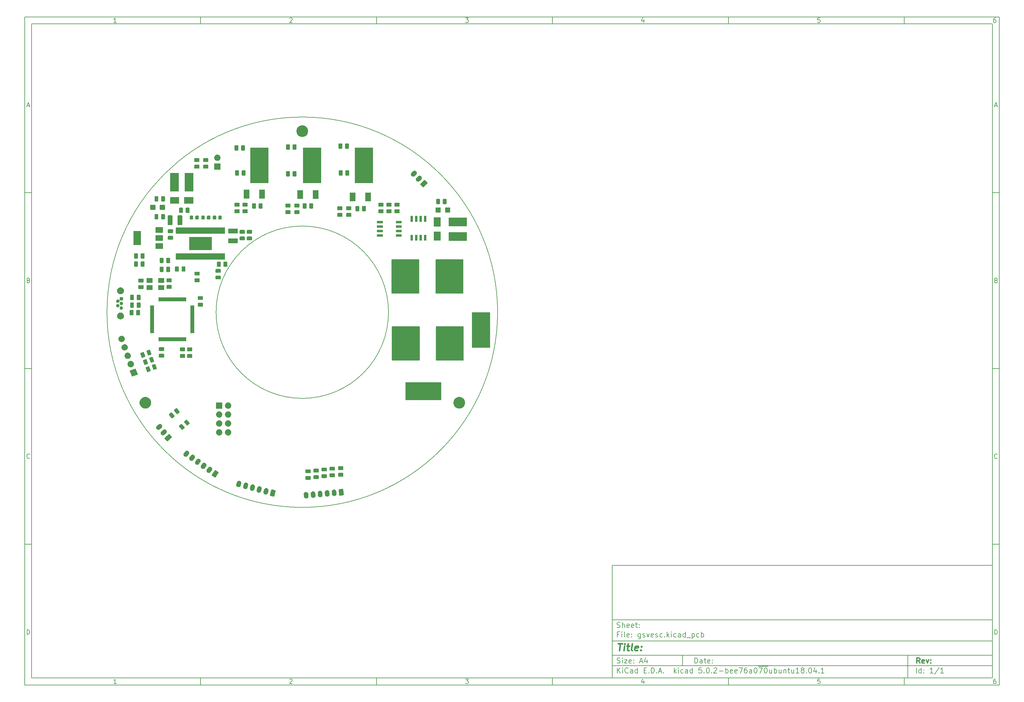
<source format=gbr>
G04 #@! TF.GenerationSoftware,KiCad,Pcbnew,5.0.2-bee76a0~70~ubuntu18.04.1*
G04 #@! TF.CreationDate,2019-01-04T10:38:41+01:00*
G04 #@! TF.ProjectId,gsvesc,67737665-7363-42e6-9b69-6361645f7063,rev?*
G04 #@! TF.SameCoordinates,Original*
G04 #@! TF.FileFunction,Soldermask,Top*
G04 #@! TF.FilePolarity,Negative*
%FSLAX45Y45*%
G04 Gerber Fmt 4.5, Leading zero omitted, Abs format (unit mm)*
G04 Created by KiCad (PCBNEW 5.0.2-bee76a0~70~ubuntu18.04.1) date Fr 04 Jan 2019 10:38:41 CET*
%MOMM*%
%LPD*%
G01*
G04 APERTURE LIST*
%ADD10C,0.100000*%
%ADD11C,0.150000*%
%ADD12C,0.300000*%
%ADD13C,0.400000*%
%ADD14C,0.200000*%
G04 APERTURE END LIST*
D10*
D11*
X17700220Y-16600720D02*
X17700220Y-19800720D01*
X28500220Y-19800720D01*
X28500220Y-16600720D01*
X17700220Y-16600720D01*
D10*
D11*
X1000000Y-1000000D02*
X1000000Y-20000720D01*
X28700220Y-20000720D01*
X28700220Y-1000000D01*
X1000000Y-1000000D01*
D10*
D11*
X1200000Y-1200000D02*
X1200000Y-19800720D01*
X28500220Y-19800720D01*
X28500220Y-1200000D01*
X1200000Y-1200000D01*
D10*
D11*
X6000000Y-1200000D02*
X6000000Y-1000000D01*
D10*
D11*
X11000000Y-1200000D02*
X11000000Y-1000000D01*
D10*
D11*
X16000000Y-1200000D02*
X16000000Y-1000000D01*
D10*
D11*
X21000000Y-1200000D02*
X21000000Y-1000000D01*
D10*
D11*
X26000000Y-1200000D02*
X26000000Y-1000000D01*
D10*
D11*
X3606548Y-1158810D02*
X3532262Y-1158810D01*
X3569405Y-1158810D02*
X3569405Y-1028809D01*
X3557024Y-1047381D01*
X3544643Y-1059762D01*
X3532262Y-1065952D01*
D10*
D11*
X8532262Y-1041190D02*
X8538452Y-1035000D01*
X8550833Y-1028809D01*
X8581786Y-1028809D01*
X8594167Y-1035000D01*
X8600357Y-1041190D01*
X8606548Y-1053571D01*
X8606548Y-1065952D01*
X8600357Y-1084524D01*
X8526071Y-1158810D01*
X8606548Y-1158810D01*
D10*
D11*
X13526071Y-1028809D02*
X13606548Y-1028809D01*
X13563214Y-1078333D01*
X13581786Y-1078333D01*
X13594167Y-1084524D01*
X13600357Y-1090714D01*
X13606548Y-1103095D01*
X13606548Y-1134048D01*
X13600357Y-1146429D01*
X13594167Y-1152619D01*
X13581786Y-1158810D01*
X13544643Y-1158810D01*
X13532262Y-1152619D01*
X13526071Y-1146429D01*
D10*
D11*
X18594167Y-1072143D02*
X18594167Y-1158810D01*
X18563214Y-1022619D02*
X18532262Y-1115476D01*
X18612738Y-1115476D01*
D10*
D11*
X23600357Y-1028809D02*
X23538452Y-1028809D01*
X23532262Y-1090714D01*
X23538452Y-1084524D01*
X23550833Y-1078333D01*
X23581786Y-1078333D01*
X23594167Y-1084524D01*
X23600357Y-1090714D01*
X23606548Y-1103095D01*
X23606548Y-1134048D01*
X23600357Y-1146429D01*
X23594167Y-1152619D01*
X23581786Y-1158810D01*
X23550833Y-1158810D01*
X23538452Y-1152619D01*
X23532262Y-1146429D01*
D10*
D11*
X28594167Y-1028809D02*
X28569405Y-1028809D01*
X28557024Y-1035000D01*
X28550833Y-1041190D01*
X28538452Y-1059762D01*
X28532262Y-1084524D01*
X28532262Y-1134048D01*
X28538452Y-1146429D01*
X28544643Y-1152619D01*
X28557024Y-1158810D01*
X28581786Y-1158810D01*
X28594167Y-1152619D01*
X28600357Y-1146429D01*
X28606548Y-1134048D01*
X28606548Y-1103095D01*
X28600357Y-1090714D01*
X28594167Y-1084524D01*
X28581786Y-1078333D01*
X28557024Y-1078333D01*
X28544643Y-1084524D01*
X28538452Y-1090714D01*
X28532262Y-1103095D01*
D10*
D11*
X6000000Y-19800720D02*
X6000000Y-20000720D01*
D10*
D11*
X11000000Y-19800720D02*
X11000000Y-20000720D01*
D10*
D11*
X16000000Y-19800720D02*
X16000000Y-20000720D01*
D10*
D11*
X21000000Y-19800720D02*
X21000000Y-20000720D01*
D10*
D11*
X26000000Y-19800720D02*
X26000000Y-20000720D01*
D10*
D11*
X3606548Y-19959530D02*
X3532262Y-19959530D01*
X3569405Y-19959530D02*
X3569405Y-19829530D01*
X3557024Y-19848101D01*
X3544643Y-19860482D01*
X3532262Y-19866672D01*
D10*
D11*
X8532262Y-19841910D02*
X8538452Y-19835720D01*
X8550833Y-19829530D01*
X8581786Y-19829530D01*
X8594167Y-19835720D01*
X8600357Y-19841910D01*
X8606548Y-19854291D01*
X8606548Y-19866672D01*
X8600357Y-19885244D01*
X8526071Y-19959530D01*
X8606548Y-19959530D01*
D10*
D11*
X13526071Y-19829530D02*
X13606548Y-19829530D01*
X13563214Y-19879053D01*
X13581786Y-19879053D01*
X13594167Y-19885244D01*
X13600357Y-19891434D01*
X13606548Y-19903815D01*
X13606548Y-19934768D01*
X13600357Y-19947149D01*
X13594167Y-19953339D01*
X13581786Y-19959530D01*
X13544643Y-19959530D01*
X13532262Y-19953339D01*
X13526071Y-19947149D01*
D10*
D11*
X18594167Y-19872863D02*
X18594167Y-19959530D01*
X18563214Y-19823339D02*
X18532262Y-19916196D01*
X18612738Y-19916196D01*
D10*
D11*
X23600357Y-19829530D02*
X23538452Y-19829530D01*
X23532262Y-19891434D01*
X23538452Y-19885244D01*
X23550833Y-19879053D01*
X23581786Y-19879053D01*
X23594167Y-19885244D01*
X23600357Y-19891434D01*
X23606548Y-19903815D01*
X23606548Y-19934768D01*
X23600357Y-19947149D01*
X23594167Y-19953339D01*
X23581786Y-19959530D01*
X23550833Y-19959530D01*
X23538452Y-19953339D01*
X23532262Y-19947149D01*
D10*
D11*
X28594167Y-19829530D02*
X28569405Y-19829530D01*
X28557024Y-19835720D01*
X28550833Y-19841910D01*
X28538452Y-19860482D01*
X28532262Y-19885244D01*
X28532262Y-19934768D01*
X28538452Y-19947149D01*
X28544643Y-19953339D01*
X28557024Y-19959530D01*
X28581786Y-19959530D01*
X28594167Y-19953339D01*
X28600357Y-19947149D01*
X28606548Y-19934768D01*
X28606548Y-19903815D01*
X28600357Y-19891434D01*
X28594167Y-19885244D01*
X28581786Y-19879053D01*
X28557024Y-19879053D01*
X28544643Y-19885244D01*
X28538452Y-19891434D01*
X28532262Y-19903815D01*
D10*
D11*
X1000000Y-6000000D02*
X1200000Y-6000000D01*
D10*
D11*
X1000000Y-11000000D02*
X1200000Y-11000000D01*
D10*
D11*
X1000000Y-16000000D02*
X1200000Y-16000000D01*
D10*
D11*
X1069048Y-3521667D02*
X1130952Y-3521667D01*
X1056667Y-3558809D02*
X1100000Y-3428809D01*
X1143333Y-3558809D01*
D10*
D11*
X1109286Y-8490714D02*
X1127857Y-8496905D01*
X1134048Y-8503095D01*
X1140238Y-8515476D01*
X1140238Y-8534048D01*
X1134048Y-8546429D01*
X1127857Y-8552619D01*
X1115476Y-8558810D01*
X1065952Y-8558810D01*
X1065952Y-8428810D01*
X1109286Y-8428810D01*
X1121667Y-8435000D01*
X1127857Y-8441190D01*
X1134048Y-8453571D01*
X1134048Y-8465952D01*
X1127857Y-8478333D01*
X1121667Y-8484524D01*
X1109286Y-8490714D01*
X1065952Y-8490714D01*
D10*
D11*
X1140238Y-13546428D02*
X1134048Y-13552619D01*
X1115476Y-13558809D01*
X1103095Y-13558809D01*
X1084524Y-13552619D01*
X1072143Y-13540238D01*
X1065952Y-13527857D01*
X1059762Y-13503095D01*
X1059762Y-13484524D01*
X1065952Y-13459762D01*
X1072143Y-13447381D01*
X1084524Y-13435000D01*
X1103095Y-13428809D01*
X1115476Y-13428809D01*
X1134048Y-13435000D01*
X1140238Y-13441190D01*
D10*
D11*
X1065952Y-18558810D02*
X1065952Y-18428810D01*
X1096905Y-18428810D01*
X1115476Y-18435000D01*
X1127857Y-18447381D01*
X1134048Y-18459762D01*
X1140238Y-18484524D01*
X1140238Y-18503095D01*
X1134048Y-18527857D01*
X1127857Y-18540238D01*
X1115476Y-18552619D01*
X1096905Y-18558810D01*
X1065952Y-18558810D01*
D10*
D11*
X28700220Y-6000000D02*
X28500220Y-6000000D01*
D10*
D11*
X28700220Y-11000000D02*
X28500220Y-11000000D01*
D10*
D11*
X28700220Y-16000000D02*
X28500220Y-16000000D01*
D10*
D11*
X28569268Y-3521667D02*
X28631172Y-3521667D01*
X28556887Y-3558809D02*
X28600220Y-3428809D01*
X28643553Y-3558809D01*
D10*
D11*
X28609506Y-8490714D02*
X28628077Y-8496905D01*
X28634268Y-8503095D01*
X28640458Y-8515476D01*
X28640458Y-8534048D01*
X28634268Y-8546429D01*
X28628077Y-8552619D01*
X28615696Y-8558810D01*
X28566172Y-8558810D01*
X28566172Y-8428810D01*
X28609506Y-8428810D01*
X28621887Y-8435000D01*
X28628077Y-8441190D01*
X28634268Y-8453571D01*
X28634268Y-8465952D01*
X28628077Y-8478333D01*
X28621887Y-8484524D01*
X28609506Y-8490714D01*
X28566172Y-8490714D01*
D10*
D11*
X28640458Y-13546428D02*
X28634268Y-13552619D01*
X28615696Y-13558809D01*
X28603315Y-13558809D01*
X28584744Y-13552619D01*
X28572363Y-13540238D01*
X28566172Y-13527857D01*
X28559982Y-13503095D01*
X28559982Y-13484524D01*
X28566172Y-13459762D01*
X28572363Y-13447381D01*
X28584744Y-13435000D01*
X28603315Y-13428809D01*
X28615696Y-13428809D01*
X28634268Y-13435000D01*
X28640458Y-13441190D01*
D10*
D11*
X28566172Y-18558810D02*
X28566172Y-18428810D01*
X28597125Y-18428810D01*
X28615696Y-18435000D01*
X28628077Y-18447381D01*
X28634268Y-18459762D01*
X28640458Y-18484524D01*
X28640458Y-18503095D01*
X28634268Y-18527857D01*
X28628077Y-18540238D01*
X28615696Y-18552619D01*
X28597125Y-18558810D01*
X28566172Y-18558810D01*
D10*
D11*
X20043434Y-19378577D02*
X20043434Y-19228577D01*
X20079149Y-19228577D01*
X20100577Y-19235720D01*
X20114863Y-19250006D01*
X20122006Y-19264291D01*
X20129149Y-19292863D01*
X20129149Y-19314291D01*
X20122006Y-19342863D01*
X20114863Y-19357149D01*
X20100577Y-19371434D01*
X20079149Y-19378577D01*
X20043434Y-19378577D01*
X20257720Y-19378577D02*
X20257720Y-19300006D01*
X20250577Y-19285720D01*
X20236291Y-19278577D01*
X20207720Y-19278577D01*
X20193434Y-19285720D01*
X20257720Y-19371434D02*
X20243434Y-19378577D01*
X20207720Y-19378577D01*
X20193434Y-19371434D01*
X20186291Y-19357149D01*
X20186291Y-19342863D01*
X20193434Y-19328577D01*
X20207720Y-19321434D01*
X20243434Y-19321434D01*
X20257720Y-19314291D01*
X20307720Y-19278577D02*
X20364863Y-19278577D01*
X20329149Y-19228577D02*
X20329149Y-19357149D01*
X20336291Y-19371434D01*
X20350577Y-19378577D01*
X20364863Y-19378577D01*
X20472006Y-19371434D02*
X20457720Y-19378577D01*
X20429149Y-19378577D01*
X20414863Y-19371434D01*
X20407720Y-19357149D01*
X20407720Y-19300006D01*
X20414863Y-19285720D01*
X20429149Y-19278577D01*
X20457720Y-19278577D01*
X20472006Y-19285720D01*
X20479149Y-19300006D01*
X20479149Y-19314291D01*
X20407720Y-19328577D01*
X20543434Y-19364291D02*
X20550577Y-19371434D01*
X20543434Y-19378577D01*
X20536291Y-19371434D01*
X20543434Y-19364291D01*
X20543434Y-19378577D01*
X20543434Y-19285720D02*
X20550577Y-19292863D01*
X20543434Y-19300006D01*
X20536291Y-19292863D01*
X20543434Y-19285720D01*
X20543434Y-19300006D01*
D10*
D11*
X17700220Y-19450720D02*
X28500220Y-19450720D01*
D10*
D11*
X17843434Y-19658577D02*
X17843434Y-19508577D01*
X17929149Y-19658577D02*
X17864863Y-19572863D01*
X17929149Y-19508577D02*
X17843434Y-19594291D01*
X17993434Y-19658577D02*
X17993434Y-19558577D01*
X17993434Y-19508577D02*
X17986291Y-19515720D01*
X17993434Y-19522863D01*
X18000577Y-19515720D01*
X17993434Y-19508577D01*
X17993434Y-19522863D01*
X18150577Y-19644291D02*
X18143434Y-19651434D01*
X18122006Y-19658577D01*
X18107720Y-19658577D01*
X18086291Y-19651434D01*
X18072006Y-19637149D01*
X18064863Y-19622863D01*
X18057720Y-19594291D01*
X18057720Y-19572863D01*
X18064863Y-19544291D01*
X18072006Y-19530006D01*
X18086291Y-19515720D01*
X18107720Y-19508577D01*
X18122006Y-19508577D01*
X18143434Y-19515720D01*
X18150577Y-19522863D01*
X18279149Y-19658577D02*
X18279149Y-19580006D01*
X18272006Y-19565720D01*
X18257720Y-19558577D01*
X18229149Y-19558577D01*
X18214863Y-19565720D01*
X18279149Y-19651434D02*
X18264863Y-19658577D01*
X18229149Y-19658577D01*
X18214863Y-19651434D01*
X18207720Y-19637149D01*
X18207720Y-19622863D01*
X18214863Y-19608577D01*
X18229149Y-19601434D01*
X18264863Y-19601434D01*
X18279149Y-19594291D01*
X18414863Y-19658577D02*
X18414863Y-19508577D01*
X18414863Y-19651434D02*
X18400577Y-19658577D01*
X18372006Y-19658577D01*
X18357720Y-19651434D01*
X18350577Y-19644291D01*
X18343434Y-19630006D01*
X18343434Y-19587149D01*
X18350577Y-19572863D01*
X18357720Y-19565720D01*
X18372006Y-19558577D01*
X18400577Y-19558577D01*
X18414863Y-19565720D01*
X18600577Y-19580006D02*
X18650577Y-19580006D01*
X18672006Y-19658577D02*
X18600577Y-19658577D01*
X18600577Y-19508577D01*
X18672006Y-19508577D01*
X18736291Y-19644291D02*
X18743434Y-19651434D01*
X18736291Y-19658577D01*
X18729149Y-19651434D01*
X18736291Y-19644291D01*
X18736291Y-19658577D01*
X18807720Y-19658577D02*
X18807720Y-19508577D01*
X18843434Y-19508577D01*
X18864863Y-19515720D01*
X18879149Y-19530006D01*
X18886291Y-19544291D01*
X18893434Y-19572863D01*
X18893434Y-19594291D01*
X18886291Y-19622863D01*
X18879149Y-19637149D01*
X18864863Y-19651434D01*
X18843434Y-19658577D01*
X18807720Y-19658577D01*
X18957720Y-19644291D02*
X18964863Y-19651434D01*
X18957720Y-19658577D01*
X18950577Y-19651434D01*
X18957720Y-19644291D01*
X18957720Y-19658577D01*
X19022006Y-19615720D02*
X19093434Y-19615720D01*
X19007720Y-19658577D02*
X19057720Y-19508577D01*
X19107720Y-19658577D01*
X19157720Y-19644291D02*
X19164863Y-19651434D01*
X19157720Y-19658577D01*
X19150577Y-19651434D01*
X19157720Y-19644291D01*
X19157720Y-19658577D01*
X19457720Y-19658577D02*
X19457720Y-19508577D01*
X19472006Y-19601434D02*
X19514863Y-19658577D01*
X19514863Y-19558577D02*
X19457720Y-19615720D01*
X19579149Y-19658577D02*
X19579149Y-19558577D01*
X19579149Y-19508577D02*
X19572006Y-19515720D01*
X19579149Y-19522863D01*
X19586291Y-19515720D01*
X19579149Y-19508577D01*
X19579149Y-19522863D01*
X19714863Y-19651434D02*
X19700577Y-19658577D01*
X19672006Y-19658577D01*
X19657720Y-19651434D01*
X19650577Y-19644291D01*
X19643434Y-19630006D01*
X19643434Y-19587149D01*
X19650577Y-19572863D01*
X19657720Y-19565720D01*
X19672006Y-19558577D01*
X19700577Y-19558577D01*
X19714863Y-19565720D01*
X19843434Y-19658577D02*
X19843434Y-19580006D01*
X19836291Y-19565720D01*
X19822006Y-19558577D01*
X19793434Y-19558577D01*
X19779149Y-19565720D01*
X19843434Y-19651434D02*
X19829149Y-19658577D01*
X19793434Y-19658577D01*
X19779149Y-19651434D01*
X19772006Y-19637149D01*
X19772006Y-19622863D01*
X19779149Y-19608577D01*
X19793434Y-19601434D01*
X19829149Y-19601434D01*
X19843434Y-19594291D01*
X19979149Y-19658577D02*
X19979149Y-19508577D01*
X19979149Y-19651434D02*
X19964863Y-19658577D01*
X19936291Y-19658577D01*
X19922006Y-19651434D01*
X19914863Y-19644291D01*
X19907720Y-19630006D01*
X19907720Y-19587149D01*
X19914863Y-19572863D01*
X19922006Y-19565720D01*
X19936291Y-19558577D01*
X19964863Y-19558577D01*
X19979149Y-19565720D01*
X20236291Y-19508577D02*
X20164863Y-19508577D01*
X20157720Y-19580006D01*
X20164863Y-19572863D01*
X20179149Y-19565720D01*
X20214863Y-19565720D01*
X20229149Y-19572863D01*
X20236291Y-19580006D01*
X20243434Y-19594291D01*
X20243434Y-19630006D01*
X20236291Y-19644291D01*
X20229149Y-19651434D01*
X20214863Y-19658577D01*
X20179149Y-19658577D01*
X20164863Y-19651434D01*
X20157720Y-19644291D01*
X20307720Y-19644291D02*
X20314863Y-19651434D01*
X20307720Y-19658577D01*
X20300577Y-19651434D01*
X20307720Y-19644291D01*
X20307720Y-19658577D01*
X20407720Y-19508577D02*
X20422006Y-19508577D01*
X20436291Y-19515720D01*
X20443434Y-19522863D01*
X20450577Y-19537149D01*
X20457720Y-19565720D01*
X20457720Y-19601434D01*
X20450577Y-19630006D01*
X20443434Y-19644291D01*
X20436291Y-19651434D01*
X20422006Y-19658577D01*
X20407720Y-19658577D01*
X20393434Y-19651434D01*
X20386291Y-19644291D01*
X20379149Y-19630006D01*
X20372006Y-19601434D01*
X20372006Y-19565720D01*
X20379149Y-19537149D01*
X20386291Y-19522863D01*
X20393434Y-19515720D01*
X20407720Y-19508577D01*
X20522006Y-19644291D02*
X20529149Y-19651434D01*
X20522006Y-19658577D01*
X20514863Y-19651434D01*
X20522006Y-19644291D01*
X20522006Y-19658577D01*
X20586291Y-19522863D02*
X20593434Y-19515720D01*
X20607720Y-19508577D01*
X20643434Y-19508577D01*
X20657720Y-19515720D01*
X20664863Y-19522863D01*
X20672006Y-19537149D01*
X20672006Y-19551434D01*
X20664863Y-19572863D01*
X20579149Y-19658577D01*
X20672006Y-19658577D01*
X20736291Y-19601434D02*
X20850577Y-19601434D01*
X20922006Y-19658577D02*
X20922006Y-19508577D01*
X20922006Y-19565720D02*
X20936291Y-19558577D01*
X20964863Y-19558577D01*
X20979149Y-19565720D01*
X20986291Y-19572863D01*
X20993434Y-19587149D01*
X20993434Y-19630006D01*
X20986291Y-19644291D01*
X20979149Y-19651434D01*
X20964863Y-19658577D01*
X20936291Y-19658577D01*
X20922006Y-19651434D01*
X21114863Y-19651434D02*
X21100577Y-19658577D01*
X21072006Y-19658577D01*
X21057720Y-19651434D01*
X21050577Y-19637149D01*
X21050577Y-19580006D01*
X21057720Y-19565720D01*
X21072006Y-19558577D01*
X21100577Y-19558577D01*
X21114863Y-19565720D01*
X21122006Y-19580006D01*
X21122006Y-19594291D01*
X21050577Y-19608577D01*
X21243434Y-19651434D02*
X21229149Y-19658577D01*
X21200577Y-19658577D01*
X21186291Y-19651434D01*
X21179149Y-19637149D01*
X21179149Y-19580006D01*
X21186291Y-19565720D01*
X21200577Y-19558577D01*
X21229149Y-19558577D01*
X21243434Y-19565720D01*
X21250577Y-19580006D01*
X21250577Y-19594291D01*
X21179149Y-19608577D01*
X21300577Y-19508577D02*
X21400577Y-19508577D01*
X21336291Y-19658577D01*
X21522006Y-19508577D02*
X21493434Y-19508577D01*
X21479149Y-19515720D01*
X21472006Y-19522863D01*
X21457720Y-19544291D01*
X21450577Y-19572863D01*
X21450577Y-19630006D01*
X21457720Y-19644291D01*
X21464863Y-19651434D01*
X21479149Y-19658577D01*
X21507720Y-19658577D01*
X21522006Y-19651434D01*
X21529149Y-19644291D01*
X21536291Y-19630006D01*
X21536291Y-19594291D01*
X21529149Y-19580006D01*
X21522006Y-19572863D01*
X21507720Y-19565720D01*
X21479149Y-19565720D01*
X21464863Y-19572863D01*
X21457720Y-19580006D01*
X21450577Y-19594291D01*
X21664863Y-19658577D02*
X21664863Y-19580006D01*
X21657720Y-19565720D01*
X21643434Y-19558577D01*
X21614863Y-19558577D01*
X21600577Y-19565720D01*
X21664863Y-19651434D02*
X21650577Y-19658577D01*
X21614863Y-19658577D01*
X21600577Y-19651434D01*
X21593434Y-19637149D01*
X21593434Y-19622863D01*
X21600577Y-19608577D01*
X21614863Y-19601434D01*
X21650577Y-19601434D01*
X21664863Y-19594291D01*
X21764863Y-19508577D02*
X21779149Y-19508577D01*
X21793434Y-19515720D01*
X21800577Y-19522863D01*
X21807720Y-19537149D01*
X21814863Y-19565720D01*
X21814863Y-19601434D01*
X21807720Y-19630006D01*
X21800577Y-19644291D01*
X21793434Y-19651434D01*
X21779149Y-19658577D01*
X21764863Y-19658577D01*
X21750577Y-19651434D01*
X21743434Y-19644291D01*
X21736291Y-19630006D01*
X21729149Y-19601434D01*
X21729149Y-19565720D01*
X21736291Y-19537149D01*
X21743434Y-19522863D01*
X21750577Y-19515720D01*
X21764863Y-19508577D01*
X21843434Y-19467720D02*
X21986291Y-19467720D01*
X21864863Y-19508577D02*
X21964863Y-19508577D01*
X21900577Y-19658577D01*
X21986291Y-19467720D02*
X22129149Y-19467720D01*
X22050577Y-19508577D02*
X22064863Y-19508577D01*
X22079149Y-19515720D01*
X22086291Y-19522863D01*
X22093434Y-19537149D01*
X22100577Y-19565720D01*
X22100577Y-19601434D01*
X22093434Y-19630006D01*
X22086291Y-19644291D01*
X22079149Y-19651434D01*
X22064863Y-19658577D01*
X22050577Y-19658577D01*
X22036291Y-19651434D01*
X22029149Y-19644291D01*
X22022006Y-19630006D01*
X22014863Y-19601434D01*
X22014863Y-19565720D01*
X22022006Y-19537149D01*
X22029149Y-19522863D01*
X22036291Y-19515720D01*
X22050577Y-19508577D01*
X22229149Y-19558577D02*
X22229149Y-19658577D01*
X22164863Y-19558577D02*
X22164863Y-19637149D01*
X22172006Y-19651434D01*
X22186291Y-19658577D01*
X22207720Y-19658577D01*
X22222006Y-19651434D01*
X22229149Y-19644291D01*
X22300577Y-19658577D02*
X22300577Y-19508577D01*
X22300577Y-19565720D02*
X22314863Y-19558577D01*
X22343434Y-19558577D01*
X22357720Y-19565720D01*
X22364863Y-19572863D01*
X22372006Y-19587149D01*
X22372006Y-19630006D01*
X22364863Y-19644291D01*
X22357720Y-19651434D01*
X22343434Y-19658577D01*
X22314863Y-19658577D01*
X22300577Y-19651434D01*
X22500577Y-19558577D02*
X22500577Y-19658577D01*
X22436291Y-19558577D02*
X22436291Y-19637149D01*
X22443434Y-19651434D01*
X22457720Y-19658577D01*
X22479148Y-19658577D01*
X22493434Y-19651434D01*
X22500577Y-19644291D01*
X22572006Y-19558577D02*
X22572006Y-19658577D01*
X22572006Y-19572863D02*
X22579148Y-19565720D01*
X22593434Y-19558577D01*
X22614863Y-19558577D01*
X22629148Y-19565720D01*
X22636291Y-19580006D01*
X22636291Y-19658577D01*
X22686291Y-19558577D02*
X22743434Y-19558577D01*
X22707720Y-19508577D02*
X22707720Y-19637149D01*
X22714863Y-19651434D01*
X22729148Y-19658577D01*
X22743434Y-19658577D01*
X22857720Y-19558577D02*
X22857720Y-19658577D01*
X22793434Y-19558577D02*
X22793434Y-19637149D01*
X22800577Y-19651434D01*
X22814863Y-19658577D01*
X22836291Y-19658577D01*
X22850577Y-19651434D01*
X22857720Y-19644291D01*
X23007720Y-19658577D02*
X22922006Y-19658577D01*
X22964863Y-19658577D02*
X22964863Y-19508577D01*
X22950577Y-19530006D01*
X22936291Y-19544291D01*
X22922006Y-19551434D01*
X23093434Y-19572863D02*
X23079148Y-19565720D01*
X23072006Y-19558577D01*
X23064863Y-19544291D01*
X23064863Y-19537149D01*
X23072006Y-19522863D01*
X23079148Y-19515720D01*
X23093434Y-19508577D01*
X23122006Y-19508577D01*
X23136291Y-19515720D01*
X23143434Y-19522863D01*
X23150577Y-19537149D01*
X23150577Y-19544291D01*
X23143434Y-19558577D01*
X23136291Y-19565720D01*
X23122006Y-19572863D01*
X23093434Y-19572863D01*
X23079148Y-19580006D01*
X23072006Y-19587149D01*
X23064863Y-19601434D01*
X23064863Y-19630006D01*
X23072006Y-19644291D01*
X23079148Y-19651434D01*
X23093434Y-19658577D01*
X23122006Y-19658577D01*
X23136291Y-19651434D01*
X23143434Y-19644291D01*
X23150577Y-19630006D01*
X23150577Y-19601434D01*
X23143434Y-19587149D01*
X23136291Y-19580006D01*
X23122006Y-19572863D01*
X23214863Y-19644291D02*
X23222006Y-19651434D01*
X23214863Y-19658577D01*
X23207720Y-19651434D01*
X23214863Y-19644291D01*
X23214863Y-19658577D01*
X23314863Y-19508577D02*
X23329148Y-19508577D01*
X23343434Y-19515720D01*
X23350577Y-19522863D01*
X23357720Y-19537149D01*
X23364863Y-19565720D01*
X23364863Y-19601434D01*
X23357720Y-19630006D01*
X23350577Y-19644291D01*
X23343434Y-19651434D01*
X23329148Y-19658577D01*
X23314863Y-19658577D01*
X23300577Y-19651434D01*
X23293434Y-19644291D01*
X23286291Y-19630006D01*
X23279148Y-19601434D01*
X23279148Y-19565720D01*
X23286291Y-19537149D01*
X23293434Y-19522863D01*
X23300577Y-19515720D01*
X23314863Y-19508577D01*
X23493434Y-19558577D02*
X23493434Y-19658577D01*
X23457720Y-19501434D02*
X23422006Y-19608577D01*
X23514863Y-19608577D01*
X23572006Y-19644291D02*
X23579148Y-19651434D01*
X23572006Y-19658577D01*
X23564863Y-19651434D01*
X23572006Y-19644291D01*
X23572006Y-19658577D01*
X23722006Y-19658577D02*
X23636291Y-19658577D01*
X23679148Y-19658577D02*
X23679148Y-19508577D01*
X23664863Y-19530006D01*
X23650577Y-19544291D01*
X23636291Y-19551434D01*
D10*
D11*
X17700220Y-19150720D02*
X28500220Y-19150720D01*
D10*
D12*
X26441148Y-19378577D02*
X26391148Y-19307149D01*
X26355434Y-19378577D02*
X26355434Y-19228577D01*
X26412577Y-19228577D01*
X26426863Y-19235720D01*
X26434006Y-19242863D01*
X26441148Y-19257149D01*
X26441148Y-19278577D01*
X26434006Y-19292863D01*
X26426863Y-19300006D01*
X26412577Y-19307149D01*
X26355434Y-19307149D01*
X26562577Y-19371434D02*
X26548291Y-19378577D01*
X26519720Y-19378577D01*
X26505434Y-19371434D01*
X26498291Y-19357149D01*
X26498291Y-19300006D01*
X26505434Y-19285720D01*
X26519720Y-19278577D01*
X26548291Y-19278577D01*
X26562577Y-19285720D01*
X26569720Y-19300006D01*
X26569720Y-19314291D01*
X26498291Y-19328577D01*
X26619720Y-19278577D02*
X26655434Y-19378577D01*
X26691148Y-19278577D01*
X26748291Y-19364291D02*
X26755434Y-19371434D01*
X26748291Y-19378577D01*
X26741148Y-19371434D01*
X26748291Y-19364291D01*
X26748291Y-19378577D01*
X26748291Y-19285720D02*
X26755434Y-19292863D01*
X26748291Y-19300006D01*
X26741148Y-19292863D01*
X26748291Y-19285720D01*
X26748291Y-19300006D01*
D10*
D11*
X17836291Y-19371434D02*
X17857720Y-19378577D01*
X17893434Y-19378577D01*
X17907720Y-19371434D01*
X17914863Y-19364291D01*
X17922006Y-19350006D01*
X17922006Y-19335720D01*
X17914863Y-19321434D01*
X17907720Y-19314291D01*
X17893434Y-19307149D01*
X17864863Y-19300006D01*
X17850577Y-19292863D01*
X17843434Y-19285720D01*
X17836291Y-19271434D01*
X17836291Y-19257149D01*
X17843434Y-19242863D01*
X17850577Y-19235720D01*
X17864863Y-19228577D01*
X17900577Y-19228577D01*
X17922006Y-19235720D01*
X17986291Y-19378577D02*
X17986291Y-19278577D01*
X17986291Y-19228577D02*
X17979149Y-19235720D01*
X17986291Y-19242863D01*
X17993434Y-19235720D01*
X17986291Y-19228577D01*
X17986291Y-19242863D01*
X18043434Y-19278577D02*
X18122006Y-19278577D01*
X18043434Y-19378577D01*
X18122006Y-19378577D01*
X18236291Y-19371434D02*
X18222006Y-19378577D01*
X18193434Y-19378577D01*
X18179149Y-19371434D01*
X18172006Y-19357149D01*
X18172006Y-19300006D01*
X18179149Y-19285720D01*
X18193434Y-19278577D01*
X18222006Y-19278577D01*
X18236291Y-19285720D01*
X18243434Y-19300006D01*
X18243434Y-19314291D01*
X18172006Y-19328577D01*
X18307720Y-19364291D02*
X18314863Y-19371434D01*
X18307720Y-19378577D01*
X18300577Y-19371434D01*
X18307720Y-19364291D01*
X18307720Y-19378577D01*
X18307720Y-19285720D02*
X18314863Y-19292863D01*
X18307720Y-19300006D01*
X18300577Y-19292863D01*
X18307720Y-19285720D01*
X18307720Y-19300006D01*
X18486291Y-19335720D02*
X18557720Y-19335720D01*
X18472006Y-19378577D02*
X18522006Y-19228577D01*
X18572006Y-19378577D01*
X18686291Y-19278577D02*
X18686291Y-19378577D01*
X18650577Y-19221434D02*
X18614863Y-19328577D01*
X18707720Y-19328577D01*
D10*
D11*
X26343434Y-19658577D02*
X26343434Y-19508577D01*
X26479148Y-19658577D02*
X26479148Y-19508577D01*
X26479148Y-19651434D02*
X26464863Y-19658577D01*
X26436291Y-19658577D01*
X26422006Y-19651434D01*
X26414863Y-19644291D01*
X26407720Y-19630006D01*
X26407720Y-19587149D01*
X26414863Y-19572863D01*
X26422006Y-19565720D01*
X26436291Y-19558577D01*
X26464863Y-19558577D01*
X26479148Y-19565720D01*
X26550577Y-19644291D02*
X26557720Y-19651434D01*
X26550577Y-19658577D01*
X26543434Y-19651434D01*
X26550577Y-19644291D01*
X26550577Y-19658577D01*
X26550577Y-19565720D02*
X26557720Y-19572863D01*
X26550577Y-19580006D01*
X26543434Y-19572863D01*
X26550577Y-19565720D01*
X26550577Y-19580006D01*
X26814863Y-19658577D02*
X26729148Y-19658577D01*
X26772006Y-19658577D02*
X26772006Y-19508577D01*
X26757720Y-19530006D01*
X26743434Y-19544291D01*
X26729148Y-19551434D01*
X26986291Y-19501434D02*
X26857720Y-19694291D01*
X27114863Y-19658577D02*
X27029148Y-19658577D01*
X27072006Y-19658577D02*
X27072006Y-19508577D01*
X27057720Y-19530006D01*
X27043434Y-19544291D01*
X27029148Y-19551434D01*
D10*
D11*
X17700220Y-18750720D02*
X28500220Y-18750720D01*
D10*
D13*
X17871458Y-18821196D02*
X17985744Y-18821196D01*
X17903601Y-19021196D02*
X17928601Y-18821196D01*
X18027410Y-19021196D02*
X18044077Y-18887863D01*
X18052410Y-18821196D02*
X18041696Y-18830720D01*
X18050030Y-18840244D01*
X18060744Y-18830720D01*
X18052410Y-18821196D01*
X18050030Y-18840244D01*
X18110744Y-18887863D02*
X18186934Y-18887863D01*
X18147649Y-18821196D02*
X18126220Y-18992625D01*
X18133363Y-19011672D01*
X18151220Y-19021196D01*
X18170268Y-19021196D01*
X18265506Y-19021196D02*
X18247649Y-19011672D01*
X18240506Y-18992625D01*
X18261934Y-18821196D01*
X18419077Y-19011672D02*
X18398839Y-19021196D01*
X18360744Y-19021196D01*
X18342887Y-19011672D01*
X18335744Y-18992625D01*
X18345268Y-18916434D01*
X18357172Y-18897387D01*
X18377410Y-18887863D01*
X18415506Y-18887863D01*
X18433363Y-18897387D01*
X18440506Y-18916434D01*
X18438125Y-18935482D01*
X18340506Y-18954530D01*
X18515506Y-19002149D02*
X18523839Y-19011672D01*
X18513125Y-19021196D01*
X18504791Y-19011672D01*
X18515506Y-19002149D01*
X18513125Y-19021196D01*
X18528601Y-18897387D02*
X18536934Y-18906910D01*
X18526220Y-18916434D01*
X18517887Y-18906910D01*
X18528601Y-18897387D01*
X18526220Y-18916434D01*
D10*
D11*
X17893434Y-18560006D02*
X17843434Y-18560006D01*
X17843434Y-18638577D02*
X17843434Y-18488577D01*
X17914863Y-18488577D01*
X17972006Y-18638577D02*
X17972006Y-18538577D01*
X17972006Y-18488577D02*
X17964863Y-18495720D01*
X17972006Y-18502863D01*
X17979149Y-18495720D01*
X17972006Y-18488577D01*
X17972006Y-18502863D01*
X18064863Y-18638577D02*
X18050577Y-18631434D01*
X18043434Y-18617149D01*
X18043434Y-18488577D01*
X18179149Y-18631434D02*
X18164863Y-18638577D01*
X18136291Y-18638577D01*
X18122006Y-18631434D01*
X18114863Y-18617149D01*
X18114863Y-18560006D01*
X18122006Y-18545720D01*
X18136291Y-18538577D01*
X18164863Y-18538577D01*
X18179149Y-18545720D01*
X18186291Y-18560006D01*
X18186291Y-18574291D01*
X18114863Y-18588577D01*
X18250577Y-18624291D02*
X18257720Y-18631434D01*
X18250577Y-18638577D01*
X18243434Y-18631434D01*
X18250577Y-18624291D01*
X18250577Y-18638577D01*
X18250577Y-18545720D02*
X18257720Y-18552863D01*
X18250577Y-18560006D01*
X18243434Y-18552863D01*
X18250577Y-18545720D01*
X18250577Y-18560006D01*
X18500577Y-18538577D02*
X18500577Y-18660006D01*
X18493434Y-18674291D01*
X18486291Y-18681434D01*
X18472006Y-18688577D01*
X18450577Y-18688577D01*
X18436291Y-18681434D01*
X18500577Y-18631434D02*
X18486291Y-18638577D01*
X18457720Y-18638577D01*
X18443434Y-18631434D01*
X18436291Y-18624291D01*
X18429149Y-18610006D01*
X18429149Y-18567149D01*
X18436291Y-18552863D01*
X18443434Y-18545720D01*
X18457720Y-18538577D01*
X18486291Y-18538577D01*
X18500577Y-18545720D01*
X18564863Y-18631434D02*
X18579149Y-18638577D01*
X18607720Y-18638577D01*
X18622006Y-18631434D01*
X18629149Y-18617149D01*
X18629149Y-18610006D01*
X18622006Y-18595720D01*
X18607720Y-18588577D01*
X18586291Y-18588577D01*
X18572006Y-18581434D01*
X18564863Y-18567149D01*
X18564863Y-18560006D01*
X18572006Y-18545720D01*
X18586291Y-18538577D01*
X18607720Y-18538577D01*
X18622006Y-18545720D01*
X18679149Y-18538577D02*
X18714863Y-18638577D01*
X18750577Y-18538577D01*
X18864863Y-18631434D02*
X18850577Y-18638577D01*
X18822006Y-18638577D01*
X18807720Y-18631434D01*
X18800577Y-18617149D01*
X18800577Y-18560006D01*
X18807720Y-18545720D01*
X18822006Y-18538577D01*
X18850577Y-18538577D01*
X18864863Y-18545720D01*
X18872006Y-18560006D01*
X18872006Y-18574291D01*
X18800577Y-18588577D01*
X18929149Y-18631434D02*
X18943434Y-18638577D01*
X18972006Y-18638577D01*
X18986291Y-18631434D01*
X18993434Y-18617149D01*
X18993434Y-18610006D01*
X18986291Y-18595720D01*
X18972006Y-18588577D01*
X18950577Y-18588577D01*
X18936291Y-18581434D01*
X18929149Y-18567149D01*
X18929149Y-18560006D01*
X18936291Y-18545720D01*
X18950577Y-18538577D01*
X18972006Y-18538577D01*
X18986291Y-18545720D01*
X19122006Y-18631434D02*
X19107720Y-18638577D01*
X19079149Y-18638577D01*
X19064863Y-18631434D01*
X19057720Y-18624291D01*
X19050577Y-18610006D01*
X19050577Y-18567149D01*
X19057720Y-18552863D01*
X19064863Y-18545720D01*
X19079149Y-18538577D01*
X19107720Y-18538577D01*
X19122006Y-18545720D01*
X19186291Y-18624291D02*
X19193434Y-18631434D01*
X19186291Y-18638577D01*
X19179149Y-18631434D01*
X19186291Y-18624291D01*
X19186291Y-18638577D01*
X19257720Y-18638577D02*
X19257720Y-18488577D01*
X19272006Y-18581434D02*
X19314863Y-18638577D01*
X19314863Y-18538577D02*
X19257720Y-18595720D01*
X19379149Y-18638577D02*
X19379149Y-18538577D01*
X19379149Y-18488577D02*
X19372006Y-18495720D01*
X19379149Y-18502863D01*
X19386291Y-18495720D01*
X19379149Y-18488577D01*
X19379149Y-18502863D01*
X19514863Y-18631434D02*
X19500577Y-18638577D01*
X19472006Y-18638577D01*
X19457720Y-18631434D01*
X19450577Y-18624291D01*
X19443434Y-18610006D01*
X19443434Y-18567149D01*
X19450577Y-18552863D01*
X19457720Y-18545720D01*
X19472006Y-18538577D01*
X19500577Y-18538577D01*
X19514863Y-18545720D01*
X19643434Y-18638577D02*
X19643434Y-18560006D01*
X19636291Y-18545720D01*
X19622006Y-18538577D01*
X19593434Y-18538577D01*
X19579149Y-18545720D01*
X19643434Y-18631434D02*
X19629149Y-18638577D01*
X19593434Y-18638577D01*
X19579149Y-18631434D01*
X19572006Y-18617149D01*
X19572006Y-18602863D01*
X19579149Y-18588577D01*
X19593434Y-18581434D01*
X19629149Y-18581434D01*
X19643434Y-18574291D01*
X19779149Y-18638577D02*
X19779149Y-18488577D01*
X19779149Y-18631434D02*
X19764863Y-18638577D01*
X19736291Y-18638577D01*
X19722006Y-18631434D01*
X19714863Y-18624291D01*
X19707720Y-18610006D01*
X19707720Y-18567149D01*
X19714863Y-18552863D01*
X19722006Y-18545720D01*
X19736291Y-18538577D01*
X19764863Y-18538577D01*
X19779149Y-18545720D01*
X19814863Y-18652863D02*
X19929149Y-18652863D01*
X19964863Y-18538577D02*
X19964863Y-18688577D01*
X19964863Y-18545720D02*
X19979149Y-18538577D01*
X20007720Y-18538577D01*
X20022006Y-18545720D01*
X20029149Y-18552863D01*
X20036291Y-18567149D01*
X20036291Y-18610006D01*
X20029149Y-18624291D01*
X20022006Y-18631434D01*
X20007720Y-18638577D01*
X19979149Y-18638577D01*
X19964863Y-18631434D01*
X20164863Y-18631434D02*
X20150577Y-18638577D01*
X20122006Y-18638577D01*
X20107720Y-18631434D01*
X20100577Y-18624291D01*
X20093434Y-18610006D01*
X20093434Y-18567149D01*
X20100577Y-18552863D01*
X20107720Y-18545720D01*
X20122006Y-18538577D01*
X20150577Y-18538577D01*
X20164863Y-18545720D01*
X20229149Y-18638577D02*
X20229149Y-18488577D01*
X20229149Y-18545720D02*
X20243434Y-18538577D01*
X20272006Y-18538577D01*
X20286291Y-18545720D01*
X20293434Y-18552863D01*
X20300577Y-18567149D01*
X20300577Y-18610006D01*
X20293434Y-18624291D01*
X20286291Y-18631434D01*
X20272006Y-18638577D01*
X20243434Y-18638577D01*
X20229149Y-18631434D01*
D10*
D11*
X17700220Y-18150720D02*
X28500220Y-18150720D01*
D10*
D11*
X17836291Y-18361434D02*
X17857720Y-18368577D01*
X17893434Y-18368577D01*
X17907720Y-18361434D01*
X17914863Y-18354291D01*
X17922006Y-18340006D01*
X17922006Y-18325720D01*
X17914863Y-18311434D01*
X17907720Y-18304291D01*
X17893434Y-18297149D01*
X17864863Y-18290006D01*
X17850577Y-18282863D01*
X17843434Y-18275720D01*
X17836291Y-18261434D01*
X17836291Y-18247149D01*
X17843434Y-18232863D01*
X17850577Y-18225720D01*
X17864863Y-18218577D01*
X17900577Y-18218577D01*
X17922006Y-18225720D01*
X17986291Y-18368577D02*
X17986291Y-18218577D01*
X18050577Y-18368577D02*
X18050577Y-18290006D01*
X18043434Y-18275720D01*
X18029149Y-18268577D01*
X18007720Y-18268577D01*
X17993434Y-18275720D01*
X17986291Y-18282863D01*
X18179149Y-18361434D02*
X18164863Y-18368577D01*
X18136291Y-18368577D01*
X18122006Y-18361434D01*
X18114863Y-18347149D01*
X18114863Y-18290006D01*
X18122006Y-18275720D01*
X18136291Y-18268577D01*
X18164863Y-18268577D01*
X18179149Y-18275720D01*
X18186291Y-18290006D01*
X18186291Y-18304291D01*
X18114863Y-18318577D01*
X18307720Y-18361434D02*
X18293434Y-18368577D01*
X18264863Y-18368577D01*
X18250577Y-18361434D01*
X18243434Y-18347149D01*
X18243434Y-18290006D01*
X18250577Y-18275720D01*
X18264863Y-18268577D01*
X18293434Y-18268577D01*
X18307720Y-18275720D01*
X18314863Y-18290006D01*
X18314863Y-18304291D01*
X18243434Y-18318577D01*
X18357720Y-18268577D02*
X18414863Y-18268577D01*
X18379149Y-18218577D02*
X18379149Y-18347149D01*
X18386291Y-18361434D01*
X18400577Y-18368577D01*
X18414863Y-18368577D01*
X18464863Y-18354291D02*
X18472006Y-18361434D01*
X18464863Y-18368577D01*
X18457720Y-18361434D01*
X18464863Y-18354291D01*
X18464863Y-18368577D01*
X18464863Y-18275720D02*
X18472006Y-18282863D01*
X18464863Y-18290006D01*
X18457720Y-18282863D01*
X18464863Y-18275720D01*
X18464863Y-18290006D01*
D10*
D11*
X19700220Y-19150720D02*
X19700220Y-19450720D01*
D10*
D11*
X26100220Y-19150720D02*
X26100220Y-19800720D01*
D14*
X11340000Y-9398000D02*
G75*
G03X11340000Y-9398000I-2450000J0D01*
G01*
X14440000Y-9398000D02*
G75*
G03X14440000Y-9398000I-5550000J0D01*
G01*
D10*
G36*
X9003430Y-14510834D02*
X9015979Y-14513473D01*
X9015979Y-14513473D01*
X9015979Y-14513473D01*
X9022909Y-14516432D01*
X9027772Y-14518509D01*
X9037033Y-14524844D01*
X9038356Y-14525750D01*
X9047325Y-14534916D01*
X9054332Y-14545655D01*
X9059110Y-14557555D01*
X9060882Y-14567002D01*
X9063775Y-14600065D01*
X9066233Y-14628162D01*
X9066128Y-14637772D01*
X9063489Y-14650322D01*
X9063489Y-14650322D01*
X9058991Y-14660856D01*
X9058453Y-14662115D01*
X9051967Y-14671596D01*
X9051213Y-14672699D01*
X9042047Y-14681667D01*
X9031307Y-14688675D01*
X9026530Y-14690593D01*
X9019407Y-14693453D01*
X9009168Y-14695373D01*
X9006804Y-14695817D01*
X9006803Y-14695817D01*
X8993981Y-14695677D01*
X8989983Y-14694837D01*
X8981432Y-14693038D01*
X8974675Y-14690153D01*
X8969638Y-14688002D01*
X8959054Y-14680762D01*
X8950086Y-14671596D01*
X8949417Y-14670571D01*
X8943078Y-14660856D01*
X8938301Y-14648956D01*
X8936738Y-14640627D01*
X8936529Y-14639510D01*
X8936429Y-14638369D01*
X8932823Y-14597161D01*
X8931178Y-14578349D01*
X8931282Y-14568739D01*
X8933921Y-14556190D01*
X8938420Y-14545655D01*
X8938957Y-14544397D01*
X8939579Y-14543487D01*
X8946198Y-14533812D01*
X8953196Y-14526965D01*
X8955364Y-14524844D01*
X8966103Y-14517837D01*
X8970881Y-14515918D01*
X8978004Y-14513059D01*
X8989861Y-14510834D01*
X8990607Y-14510694D01*
X8990607Y-14510694D01*
X9003430Y-14510834D01*
X9003430Y-14510834D01*
G37*
G36*
X9202669Y-14493403D02*
X9215218Y-14496042D01*
X9227011Y-14501078D01*
X9236272Y-14507413D01*
X9237595Y-14508319D01*
X9246564Y-14517485D01*
X9253571Y-14528224D01*
X9258349Y-14540124D01*
X9260121Y-14549571D01*
X9262630Y-14578242D01*
X9265472Y-14610731D01*
X9265367Y-14620341D01*
X9262728Y-14632891D01*
X9262728Y-14632891D01*
X9258230Y-14643425D01*
X9257692Y-14644684D01*
X9251206Y-14654165D01*
X9250452Y-14655268D01*
X9241286Y-14664236D01*
X9230546Y-14671244D01*
X9225769Y-14673162D01*
X9218646Y-14676021D01*
X9208407Y-14677942D01*
X9206042Y-14678386D01*
X9206042Y-14678386D01*
X9193220Y-14678246D01*
X9189222Y-14677405D01*
X9180671Y-14675607D01*
X9173860Y-14672699D01*
X9168877Y-14670571D01*
X9158293Y-14663331D01*
X9149325Y-14654165D01*
X9149325Y-14654165D01*
X9142317Y-14643425D01*
X9137540Y-14631525D01*
X9135767Y-14622078D01*
X9131932Y-14578242D01*
X9130417Y-14560918D01*
X9130521Y-14551308D01*
X9133160Y-14538759D01*
X9135678Y-14532862D01*
X9138196Y-14526966D01*
X9138529Y-14526479D01*
X9145437Y-14516381D01*
X9154603Y-14507413D01*
X9154603Y-14507413D01*
X9165342Y-14500405D01*
X9170120Y-14498487D01*
X9177242Y-14495628D01*
X9187482Y-14493707D01*
X9189846Y-14493263D01*
X9189846Y-14493263D01*
X9202669Y-14493403D01*
X9202669Y-14493403D01*
G37*
G36*
X9401908Y-14475972D02*
X9414457Y-14478611D01*
X9426250Y-14483647D01*
X9435511Y-14489982D01*
X9436834Y-14490887D01*
X9445803Y-14500053D01*
X9452810Y-14510793D01*
X9457588Y-14522693D01*
X9459360Y-14532140D01*
X9461748Y-14559430D01*
X9464711Y-14593300D01*
X9464606Y-14602910D01*
X9461967Y-14615459D01*
X9459855Y-14620405D01*
X9457469Y-14625994D01*
X9456931Y-14627253D01*
X9450445Y-14636733D01*
X9449691Y-14637837D01*
X9440525Y-14646805D01*
X9429785Y-14653812D01*
X9426160Y-14655268D01*
X9417885Y-14658590D01*
X9407646Y-14660511D01*
X9405281Y-14660955D01*
X9405281Y-14660955D01*
X9392459Y-14660815D01*
X9388461Y-14659974D01*
X9379910Y-14658176D01*
X9373099Y-14655268D01*
X9368116Y-14653140D01*
X9357532Y-14645899D01*
X9348564Y-14636733D01*
X9347411Y-14634966D01*
X9341556Y-14625994D01*
X9336779Y-14614094D01*
X9335006Y-14604647D01*
X9331050Y-14559430D01*
X9329656Y-14543487D01*
X9329760Y-14533877D01*
X9332399Y-14521327D01*
X9336898Y-14510793D01*
X9337435Y-14509534D01*
X9338057Y-14508625D01*
X9344676Y-14498950D01*
X9346386Y-14497277D01*
X9353842Y-14489982D01*
X9364581Y-14482974D01*
X9369359Y-14481056D01*
X9376481Y-14478196D01*
X9388339Y-14475972D01*
X9389085Y-14475832D01*
X9389085Y-14475832D01*
X9401908Y-14475972D01*
X9401908Y-14475972D01*
G37*
G36*
X9601147Y-14458541D02*
X9613696Y-14461180D01*
X9625489Y-14466216D01*
X9635514Y-14473074D01*
X9636073Y-14473456D01*
X9645041Y-14482622D01*
X9652049Y-14493362D01*
X9656827Y-14505262D01*
X9658599Y-14514708D01*
X9661117Y-14543487D01*
X9663950Y-14575869D01*
X9663845Y-14585479D01*
X9661206Y-14598028D01*
X9661024Y-14598456D01*
X9656707Y-14608563D01*
X9656170Y-14609821D01*
X9649684Y-14619302D01*
X9648930Y-14620406D01*
X9639764Y-14629374D01*
X9629024Y-14636381D01*
X9624246Y-14638300D01*
X9617124Y-14641159D01*
X9606885Y-14643080D01*
X9604520Y-14643524D01*
X9604520Y-14643524D01*
X9591698Y-14643384D01*
X9587503Y-14642502D01*
X9579148Y-14640745D01*
X9572188Y-14637772D01*
X9567355Y-14635709D01*
X9556771Y-14628468D01*
X9547803Y-14619302D01*
X9547764Y-14619243D01*
X9540795Y-14608563D01*
X9536017Y-14596663D01*
X9534245Y-14587216D01*
X9530419Y-14543487D01*
X9528894Y-14526056D01*
X9528999Y-14516445D01*
X9531638Y-14503896D01*
X9534156Y-14498000D01*
X9536674Y-14492103D01*
X9537506Y-14490887D01*
X9543915Y-14481519D01*
X9553081Y-14472551D01*
X9553081Y-14472551D01*
X9563820Y-14465543D01*
X9572762Y-14461953D01*
X9575720Y-14460765D01*
X9587578Y-14458541D01*
X9588324Y-14458401D01*
X9588324Y-14458401D01*
X9601147Y-14458541D01*
X9601147Y-14458541D01*
G37*
G36*
X8032635Y-14440498D02*
X8039085Y-14442226D01*
X8039086Y-14442227D01*
X8099449Y-14458401D01*
X8118898Y-14463612D01*
X8123103Y-14465195D01*
X8126394Y-14467242D01*
X8129224Y-14469891D01*
X8131482Y-14473042D01*
X8133081Y-14476573D01*
X8133961Y-14480348D01*
X8134088Y-14484222D01*
X8133356Y-14488654D01*
X8096007Y-14628043D01*
X8094425Y-14632248D01*
X8092377Y-14635540D01*
X8089728Y-14638369D01*
X8086577Y-14640627D01*
X8083047Y-14642226D01*
X8079272Y-14643107D01*
X8075397Y-14643234D01*
X8070965Y-14642502D01*
X8064515Y-14640773D01*
X8064514Y-14640773D01*
X7997531Y-14622825D01*
X7984702Y-14619388D01*
X7980497Y-14617805D01*
X7977205Y-14615758D01*
X7974376Y-14613109D01*
X7972118Y-14609958D01*
X7970519Y-14606427D01*
X7969639Y-14602652D01*
X7969512Y-14598778D01*
X7970244Y-14594345D01*
X8007593Y-14454957D01*
X8009175Y-14450752D01*
X8011223Y-14447460D01*
X8013872Y-14444631D01*
X8017023Y-14442373D01*
X8020553Y-14440773D01*
X8024328Y-14439893D01*
X8028202Y-14439766D01*
X8032635Y-14440498D01*
X8032635Y-14440498D01*
G37*
G36*
X9800386Y-14441110D02*
X9812935Y-14443748D01*
X9824728Y-14448785D01*
X9835312Y-14456025D01*
X9835312Y-14456025D01*
X9844280Y-14465191D01*
X9851288Y-14475930D01*
X9856066Y-14487831D01*
X9856867Y-14492103D01*
X9857832Y-14497243D01*
X9857838Y-14497277D01*
X9860502Y-14527721D01*
X9863189Y-14558438D01*
X9863084Y-14568048D01*
X9860445Y-14580597D01*
X9858064Y-14586173D01*
X9855946Y-14591132D01*
X9855409Y-14592390D01*
X9848923Y-14601871D01*
X9848169Y-14602974D01*
X9839003Y-14611943D01*
X9828263Y-14618950D01*
X9824638Y-14620406D01*
X9816363Y-14623728D01*
X9806124Y-14625649D01*
X9803759Y-14626092D01*
X9803759Y-14626092D01*
X9790937Y-14625953D01*
X9786939Y-14625112D01*
X9778387Y-14623314D01*
X9769194Y-14619388D01*
X9766594Y-14618277D01*
X9756010Y-14611037D01*
X9749181Y-14604057D01*
X9747042Y-14601871D01*
X9740034Y-14591132D01*
X9735256Y-14579232D01*
X9733484Y-14569785D01*
X9729804Y-14527721D01*
X9728133Y-14508624D01*
X9728238Y-14499014D01*
X9730877Y-14486465D01*
X9735376Y-14475930D01*
X9735913Y-14474672D01*
X9736745Y-14473456D01*
X9743154Y-14464088D01*
X9752320Y-14455120D01*
X9752320Y-14455120D01*
X9763059Y-14448112D01*
X9768252Y-14446027D01*
X9774959Y-14443334D01*
X9786817Y-14441110D01*
X9787563Y-14440970D01*
X9787563Y-14440970D01*
X9800386Y-14441110D01*
X9800386Y-14441110D01*
G37*
G36*
X10035805Y-14420010D02*
X10039599Y-14420807D01*
X10043163Y-14422329D01*
X10046362Y-14424518D01*
X10049073Y-14427289D01*
X10051191Y-14430534D01*
X10052635Y-14434132D01*
X10053464Y-14438549D01*
X10066041Y-14582303D01*
X10065992Y-14586797D01*
X10065194Y-14590591D01*
X10063672Y-14594155D01*
X10061484Y-14597354D01*
X10058713Y-14600065D01*
X10055467Y-14602183D01*
X10051870Y-14603627D01*
X10047453Y-14604456D01*
X9958489Y-14612239D01*
X9953995Y-14612190D01*
X9950201Y-14611393D01*
X9946637Y-14609870D01*
X9943438Y-14607682D01*
X9940727Y-14604911D01*
X9938609Y-14601665D01*
X9937165Y-14598068D01*
X9936336Y-14593651D01*
X9923759Y-14449897D01*
X9923808Y-14445403D01*
X9924606Y-14441609D01*
X9926128Y-14438045D01*
X9928317Y-14434846D01*
X9931087Y-14432135D01*
X9934333Y-14430017D01*
X9937930Y-14428573D01*
X9942347Y-14427744D01*
X10031311Y-14419961D01*
X10035805Y-14420010D01*
X10035805Y-14420010D01*
G37*
G36*
X7880147Y-14399572D02*
X7882663Y-14399987D01*
X7888664Y-14402246D01*
X7894664Y-14404504D01*
X7905554Y-14411276D01*
X7914914Y-14420042D01*
X7922383Y-14430466D01*
X7927398Y-14441534D01*
X7927676Y-14442146D01*
X7930588Y-14454635D01*
X7931007Y-14467452D01*
X7929442Y-14476933D01*
X7929442Y-14476934D01*
X7923991Y-14497277D01*
X7913551Y-14536237D01*
X7910823Y-14543487D01*
X7910166Y-14545231D01*
X7903394Y-14556121D01*
X7894628Y-14565481D01*
X7884205Y-14572950D01*
X7872524Y-14578242D01*
X7860035Y-14581154D01*
X7848086Y-14581546D01*
X7847219Y-14581574D01*
X7847219Y-14581574D01*
X7834567Y-14579485D01*
X7822565Y-14574968D01*
X7819320Y-14572950D01*
X7811675Y-14568196D01*
X7802316Y-14559430D01*
X7794846Y-14549007D01*
X7789554Y-14537326D01*
X7787432Y-14528224D01*
X7786642Y-14524837D01*
X7786222Y-14512021D01*
X7787788Y-14502539D01*
X7788179Y-14501078D01*
X7798809Y-14461407D01*
X7803678Y-14443236D01*
X7807063Y-14434241D01*
X7809336Y-14430586D01*
X7813835Y-14423351D01*
X7822601Y-14413992D01*
X7833025Y-14406522D01*
X7844706Y-14401230D01*
X7857194Y-14398318D01*
X7858033Y-14398290D01*
X7870010Y-14397898D01*
X7880147Y-14399572D01*
X7880147Y-14399572D01*
G37*
G36*
X7686962Y-14347808D02*
X7689478Y-14348223D01*
X7695479Y-14350482D01*
X7701479Y-14352740D01*
X7712369Y-14359512D01*
X7721729Y-14368278D01*
X7729198Y-14378702D01*
X7734290Y-14389940D01*
X7734490Y-14390382D01*
X7737402Y-14402871D01*
X7737822Y-14415688D01*
X7736557Y-14423351D01*
X7736256Y-14425170D01*
X7730284Y-14447460D01*
X7720366Y-14484473D01*
X7717005Y-14493403D01*
X7716981Y-14493467D01*
X7710209Y-14504357D01*
X7701443Y-14513717D01*
X7691020Y-14521186D01*
X7680948Y-14525750D01*
X7679339Y-14526479D01*
X7666850Y-14529391D01*
X7654901Y-14529782D01*
X7654034Y-14529810D01*
X7654034Y-14529810D01*
X7641382Y-14527721D01*
X7629380Y-14523204D01*
X7628558Y-14522693D01*
X7618490Y-14516432D01*
X7609131Y-14507666D01*
X7601661Y-14497243D01*
X7596369Y-14485562D01*
X7594748Y-14478611D01*
X7593457Y-14473073D01*
X7593037Y-14460257D01*
X7594603Y-14450775D01*
X7594609Y-14450752D01*
X7607439Y-14402871D01*
X7610493Y-14391472D01*
X7613878Y-14382477D01*
X7614831Y-14380945D01*
X7620650Y-14371587D01*
X7629416Y-14362228D01*
X7639840Y-14354758D01*
X7651521Y-14349466D01*
X7664008Y-14346554D01*
X7664848Y-14346527D01*
X7676825Y-14346134D01*
X7686962Y-14347808D01*
X7686962Y-14347808D01*
G37*
G36*
X7493776Y-14296044D02*
X7496293Y-14296460D01*
X7502293Y-14298718D01*
X7508294Y-14300977D01*
X7519184Y-14307748D01*
X7528543Y-14316514D01*
X7536013Y-14326938D01*
X7541105Y-14338176D01*
X7541305Y-14338619D01*
X7544217Y-14351107D01*
X7544637Y-14363924D01*
X7543372Y-14371587D01*
X7543071Y-14373406D01*
X7536210Y-14399011D01*
X7527181Y-14432709D01*
X7523796Y-14441703D01*
X7523796Y-14441704D01*
X7517024Y-14452594D01*
X7508258Y-14461953D01*
X7497834Y-14469422D01*
X7486579Y-14474522D01*
X7486154Y-14474715D01*
X7473665Y-14477627D01*
X7461716Y-14478018D01*
X7460849Y-14478046D01*
X7460849Y-14478046D01*
X7448196Y-14475957D01*
X7436195Y-14471441D01*
X7432949Y-14469422D01*
X7425305Y-14464669D01*
X7415945Y-14455903D01*
X7408476Y-14445479D01*
X7403184Y-14433799D01*
X7400944Y-14424194D01*
X7400272Y-14421310D01*
X7399852Y-14408493D01*
X7401418Y-14399011D01*
X7401716Y-14397898D01*
X7414253Y-14351107D01*
X7417308Y-14339708D01*
X7420693Y-14330714D01*
X7421646Y-14329181D01*
X7427465Y-14319824D01*
X7436231Y-14310464D01*
X7446655Y-14302995D01*
X7458335Y-14297702D01*
X7470823Y-14294790D01*
X7471662Y-14294763D01*
X7483640Y-14294371D01*
X7493776Y-14296044D01*
X7493776Y-14296044D01*
G37*
G36*
X7300591Y-14244280D02*
X7303107Y-14244696D01*
X7309108Y-14246954D01*
X7315109Y-14249213D01*
X7325999Y-14255985D01*
X7335358Y-14264751D01*
X7342828Y-14275174D01*
X7348120Y-14286855D01*
X7351032Y-14299344D01*
X7351452Y-14312160D01*
X7350523Y-14317782D01*
X7349886Y-14321642D01*
X7343025Y-14347247D01*
X7333996Y-14380946D01*
X7330611Y-14389940D01*
X7330611Y-14389940D01*
X7323839Y-14400830D01*
X7315073Y-14410189D01*
X7304649Y-14417659D01*
X7294341Y-14422329D01*
X7292969Y-14422951D01*
X7280480Y-14425863D01*
X7268531Y-14426254D01*
X7267664Y-14426283D01*
X7267663Y-14426283D01*
X7255011Y-14424194D01*
X7243010Y-14419677D01*
X7239764Y-14417658D01*
X7232120Y-14412905D01*
X7222760Y-14404139D01*
X7215291Y-14393715D01*
X7209998Y-14382035D01*
X7207087Y-14369546D01*
X7207086Y-14369546D01*
X7206667Y-14356729D01*
X7208232Y-14347248D01*
X7208531Y-14346135D01*
X7221068Y-14299344D01*
X7224123Y-14287944D01*
X7227508Y-14278950D01*
X7227508Y-14278950D01*
X7234280Y-14268060D01*
X7243046Y-14258700D01*
X7253469Y-14251231D01*
X7265150Y-14245938D01*
X7277638Y-14243026D01*
X7278477Y-14242999D01*
X7290455Y-14242607D01*
X7300591Y-14244280D01*
X7300591Y-14244280D01*
G37*
G36*
X7107406Y-14192517D02*
X7109922Y-14192932D01*
X7115923Y-14195191D01*
X7121924Y-14197449D01*
X7132814Y-14204221D01*
X7142173Y-14212987D01*
X7149643Y-14223410D01*
X7154935Y-14235091D01*
X7157847Y-14247580D01*
X7158122Y-14255985D01*
X7158266Y-14260396D01*
X7156701Y-14269879D01*
X7149840Y-14295483D01*
X7140811Y-14329182D01*
X7137426Y-14338176D01*
X7137426Y-14338176D01*
X7130654Y-14349066D01*
X7121888Y-14358425D01*
X7111464Y-14365895D01*
X7099784Y-14371187D01*
X7087295Y-14374099D01*
X7075346Y-14374490D01*
X7074478Y-14374519D01*
X7074478Y-14374519D01*
X7061826Y-14372430D01*
X7049825Y-14367913D01*
X7046579Y-14365895D01*
X7038935Y-14361141D01*
X7029575Y-14352375D01*
X7022106Y-14341951D01*
X7016813Y-14330271D01*
X7013901Y-14317782D01*
X7013901Y-14317782D01*
X7013482Y-14304966D01*
X7015047Y-14295484D01*
X7015346Y-14294371D01*
X7027883Y-14247580D01*
X7030937Y-14236180D01*
X7034323Y-14227186D01*
X7034323Y-14227186D01*
X7041095Y-14216296D01*
X7049861Y-14206936D01*
X7060284Y-14199467D01*
X7071965Y-14194174D01*
X7084453Y-14191263D01*
X7085292Y-14191235D01*
X7097270Y-14190843D01*
X7107406Y-14192517D01*
X7107406Y-14192517D01*
G37*
G36*
X9113547Y-14056306D02*
X9117414Y-14057480D01*
X9120978Y-14059385D01*
X9124102Y-14061948D01*
X9126665Y-14065072D01*
X9128570Y-14068636D01*
X9129744Y-14072503D01*
X9130200Y-14077139D01*
X9130200Y-14142261D01*
X9129744Y-14146897D01*
X9128570Y-14150764D01*
X9126665Y-14154328D01*
X9124102Y-14157452D01*
X9120978Y-14160015D01*
X9117414Y-14161920D01*
X9113547Y-14163093D01*
X9108911Y-14163550D01*
X9001289Y-14163550D01*
X8996653Y-14163093D01*
X8992786Y-14161920D01*
X8989222Y-14160015D01*
X8986098Y-14157452D01*
X8983535Y-14154328D01*
X8981630Y-14150764D01*
X8980457Y-14146897D01*
X8980000Y-14142261D01*
X8980000Y-14077139D01*
X8980457Y-14072503D01*
X8981630Y-14068636D01*
X8983535Y-14065072D01*
X8986098Y-14061948D01*
X8989222Y-14059385D01*
X8992786Y-14057480D01*
X8996653Y-14056306D01*
X9001289Y-14055850D01*
X9108911Y-14055850D01*
X9113547Y-14056306D01*
X9113547Y-14056306D01*
G37*
G36*
X9342147Y-14035756D02*
X9346014Y-14036930D01*
X9349578Y-14038835D01*
X9352702Y-14041398D01*
X9355265Y-14044522D01*
X9357170Y-14048086D01*
X9358344Y-14051953D01*
X9358800Y-14056589D01*
X9358800Y-14121711D01*
X9358344Y-14126347D01*
X9357170Y-14130214D01*
X9355265Y-14133778D01*
X9352702Y-14136902D01*
X9349578Y-14139465D01*
X9346014Y-14141370D01*
X9342147Y-14142543D01*
X9337511Y-14143000D01*
X9229889Y-14143000D01*
X9225253Y-14142543D01*
X9221386Y-14141370D01*
X9217822Y-14139465D01*
X9214698Y-14136902D01*
X9212135Y-14133778D01*
X9210230Y-14130214D01*
X9209057Y-14126347D01*
X9208600Y-14121711D01*
X9208600Y-14056589D01*
X9209057Y-14051953D01*
X9210230Y-14048086D01*
X9212135Y-14044522D01*
X9214698Y-14041398D01*
X9217822Y-14038835D01*
X9221386Y-14036930D01*
X9225253Y-14035756D01*
X9229889Y-14035300D01*
X9337511Y-14035300D01*
X9342147Y-14035756D01*
X9342147Y-14035756D01*
G37*
G36*
X9570747Y-14005506D02*
X9574614Y-14006680D01*
X9578178Y-14008585D01*
X9581302Y-14011148D01*
X9583865Y-14014272D01*
X9585770Y-14017836D01*
X9586944Y-14021703D01*
X9587400Y-14026339D01*
X9587400Y-14091461D01*
X9586944Y-14096097D01*
X9585770Y-14099964D01*
X9583865Y-14103528D01*
X9581302Y-14106652D01*
X9578178Y-14109215D01*
X9574614Y-14111120D01*
X9570747Y-14112293D01*
X9566111Y-14112750D01*
X9458489Y-14112750D01*
X9453853Y-14112293D01*
X9449986Y-14111120D01*
X9446422Y-14109215D01*
X9443298Y-14106652D01*
X9440735Y-14103528D01*
X9438830Y-14099964D01*
X9437657Y-14096097D01*
X9437200Y-14091461D01*
X9437200Y-14026339D01*
X9437657Y-14021703D01*
X9438830Y-14017836D01*
X9440735Y-14014272D01*
X9443298Y-14011148D01*
X9446422Y-14008585D01*
X9449986Y-14006680D01*
X9453853Y-14005506D01*
X9458489Y-14005050D01*
X9566111Y-14005050D01*
X9570747Y-14005506D01*
X9570747Y-14005506D01*
G37*
G36*
X6422436Y-13890525D02*
X6426120Y-13891731D01*
X6430036Y-13893935D01*
X6435505Y-13897764D01*
X6435506Y-13897765D01*
X6497721Y-13941328D01*
X6503191Y-13945158D01*
X6506601Y-13948084D01*
X6508994Y-13951133D01*
X6510746Y-13954590D01*
X6511790Y-13958323D01*
X6512086Y-13962188D01*
X6511622Y-13966036D01*
X6510416Y-13969720D01*
X6508212Y-13973636D01*
X6504382Y-13979106D01*
X6504382Y-13979106D01*
X6501255Y-13983571D01*
X6425442Y-14091844D01*
X6422516Y-14095254D01*
X6419467Y-14097647D01*
X6416009Y-14099399D01*
X6412276Y-14100443D01*
X6408411Y-14100739D01*
X6404564Y-14100275D01*
X6400880Y-14099069D01*
X6396964Y-14096865D01*
X6391495Y-14093036D01*
X6391494Y-14093035D01*
X6329279Y-14049472D01*
X6329279Y-14049472D01*
X6323809Y-14045641D01*
X6320399Y-14042716D01*
X6318006Y-14039667D01*
X6316254Y-14036209D01*
X6315210Y-14032476D01*
X6314914Y-14028611D01*
X6315378Y-14024764D01*
X6316584Y-14021079D01*
X6318788Y-14017164D01*
X6323000Y-14011148D01*
X6343621Y-13981699D01*
X6401558Y-13898956D01*
X6404484Y-13895546D01*
X6407533Y-13893153D01*
X6410990Y-13891401D01*
X6414723Y-13890357D01*
X6418588Y-13890061D01*
X6422436Y-13890525D01*
X6422436Y-13890525D01*
G37*
G36*
X9799347Y-13980106D02*
X9803214Y-13981280D01*
X9806778Y-13983185D01*
X9809902Y-13985748D01*
X9812465Y-13988872D01*
X9814370Y-13992436D01*
X9815544Y-13996303D01*
X9816000Y-14000939D01*
X9816000Y-14066061D01*
X9815544Y-14070697D01*
X9814370Y-14074564D01*
X9812465Y-14078128D01*
X9809902Y-14081252D01*
X9806778Y-14083815D01*
X9803214Y-14085720D01*
X9799347Y-14086893D01*
X9794711Y-14087350D01*
X9687089Y-14087350D01*
X9682453Y-14086893D01*
X9678586Y-14085720D01*
X9675022Y-14083815D01*
X9671898Y-14081252D01*
X9669335Y-14078128D01*
X9667430Y-14074564D01*
X9666257Y-14070697D01*
X9665800Y-14066061D01*
X9665800Y-14000939D01*
X9666257Y-13996303D01*
X9667430Y-13992436D01*
X9669335Y-13988872D01*
X9671898Y-13985748D01*
X9675022Y-13983185D01*
X9678586Y-13981280D01*
X9682453Y-13980106D01*
X9687089Y-13979650D01*
X9794711Y-13979650D01*
X9799347Y-13980106D01*
X9799347Y-13980106D01*
G37*
G36*
X10040647Y-13967406D02*
X10044514Y-13968580D01*
X10048078Y-13970485D01*
X10051202Y-13973048D01*
X10053765Y-13976172D01*
X10055670Y-13979736D01*
X10056844Y-13983603D01*
X10057300Y-13988239D01*
X10057300Y-14053361D01*
X10056844Y-14057997D01*
X10055670Y-14061864D01*
X10053765Y-14065428D01*
X10051202Y-14068552D01*
X10048078Y-14071115D01*
X10044514Y-14073020D01*
X10040647Y-14074193D01*
X10036011Y-14074650D01*
X9928389Y-14074650D01*
X9923753Y-14074193D01*
X9919886Y-14073020D01*
X9916322Y-14071115D01*
X9913198Y-14068552D01*
X9910635Y-14065428D01*
X9908730Y-14061864D01*
X9907557Y-14057997D01*
X9907100Y-14053361D01*
X9907100Y-13988239D01*
X9907557Y-13983603D01*
X9908730Y-13979736D01*
X9910635Y-13976172D01*
X9913198Y-13973048D01*
X9916322Y-13970485D01*
X9919886Y-13968580D01*
X9923753Y-13967406D01*
X9928389Y-13966950D01*
X10036011Y-13966950D01*
X10040647Y-13967406D01*
X10040647Y-13967406D01*
G37*
G36*
X9113547Y-13868806D02*
X9117414Y-13869980D01*
X9120978Y-13871885D01*
X9124102Y-13874448D01*
X9126665Y-13877572D01*
X9128570Y-13881136D01*
X9129744Y-13885003D01*
X9130200Y-13889639D01*
X9130200Y-13954761D01*
X9129744Y-13959397D01*
X9128570Y-13963264D01*
X9126665Y-13966828D01*
X9124102Y-13969952D01*
X9120978Y-13972515D01*
X9117414Y-13974420D01*
X9113547Y-13975593D01*
X9108911Y-13976050D01*
X9001289Y-13976050D01*
X8996653Y-13975593D01*
X8992786Y-13974420D01*
X8989222Y-13972515D01*
X8986098Y-13969952D01*
X8983535Y-13966828D01*
X8981630Y-13963264D01*
X8980457Y-13959397D01*
X8980000Y-13954761D01*
X8980000Y-13889639D01*
X8980457Y-13885003D01*
X8981630Y-13881136D01*
X8983535Y-13877572D01*
X8986098Y-13874448D01*
X8989222Y-13871885D01*
X8992786Y-13869980D01*
X8996653Y-13868806D01*
X9001289Y-13868350D01*
X9108911Y-13868350D01*
X9113547Y-13868806D01*
X9113547Y-13868806D01*
G37*
G36*
X6273236Y-13793526D02*
X6279601Y-13794294D01*
X6291789Y-13798283D01*
X6302963Y-13804573D01*
X6302964Y-13804573D01*
X6311859Y-13812205D01*
X6312696Y-13812923D01*
X6316328Y-13817550D01*
X6320613Y-13823011D01*
X6326410Y-13834449D01*
X6326410Y-13834449D01*
X6326410Y-13834449D01*
X6329864Y-13846799D01*
X6330211Y-13851335D01*
X6330842Y-13859585D01*
X6330722Y-13860586D01*
X6329307Y-13872316D01*
X6325318Y-13884504D01*
X6325318Y-13884504D01*
X6320604Y-13892879D01*
X6285389Y-13943170D01*
X6279131Y-13950465D01*
X6269044Y-13958382D01*
X6257605Y-13964178D01*
X6257605Y-13964179D01*
X6257605Y-13964179D01*
X6245255Y-13967632D01*
X6232469Y-13968611D01*
X6232469Y-13968611D01*
X6219738Y-13967076D01*
X6207551Y-13963086D01*
X6199089Y-13958323D01*
X6196376Y-13956796D01*
X6196376Y-13956796D01*
X6196375Y-13956796D01*
X6186643Y-13948447D01*
X6178726Y-13938359D01*
X6172929Y-13926920D01*
X6171889Y-13923200D01*
X6169475Y-13914570D01*
X6168497Y-13901784D01*
X6168785Y-13899393D01*
X6170032Y-13889053D01*
X6171357Y-13885003D01*
X6174021Y-13876866D01*
X6178736Y-13868491D01*
X6202225Y-13834944D01*
X6213950Y-13818199D01*
X6220208Y-13810904D01*
X6230296Y-13802988D01*
X6241734Y-13797191D01*
X6241734Y-13797191D01*
X6254084Y-13793737D01*
X6266870Y-13792759D01*
X6266870Y-13792759D01*
X6273236Y-13793526D01*
X6273236Y-13793526D01*
G37*
G36*
X9342147Y-13848256D02*
X9346014Y-13849430D01*
X9349578Y-13851335D01*
X9352702Y-13853898D01*
X9355265Y-13857022D01*
X9357170Y-13860586D01*
X9358344Y-13864453D01*
X9358800Y-13869089D01*
X9358800Y-13934211D01*
X9358344Y-13938847D01*
X9357170Y-13942714D01*
X9355265Y-13946278D01*
X9352702Y-13949402D01*
X9349578Y-13951965D01*
X9346014Y-13953870D01*
X9342147Y-13955043D01*
X9337511Y-13955500D01*
X9229889Y-13955500D01*
X9225253Y-13955043D01*
X9221386Y-13953870D01*
X9217822Y-13951965D01*
X9214698Y-13949402D01*
X9212135Y-13946278D01*
X9210230Y-13942714D01*
X9209057Y-13938847D01*
X9208600Y-13934211D01*
X9208600Y-13869089D01*
X9209057Y-13864453D01*
X9210230Y-13860586D01*
X9212135Y-13857022D01*
X9214698Y-13853898D01*
X9217822Y-13851335D01*
X9221386Y-13849430D01*
X9225253Y-13848256D01*
X9229889Y-13847800D01*
X9337511Y-13847800D01*
X9342147Y-13848256D01*
X9342147Y-13848256D01*
G37*
G36*
X9570747Y-13818006D02*
X9574614Y-13819180D01*
X9578178Y-13821085D01*
X9581302Y-13823648D01*
X9583865Y-13826772D01*
X9585770Y-13830336D01*
X9586944Y-13834203D01*
X9587400Y-13838839D01*
X9587400Y-13903961D01*
X9586944Y-13908597D01*
X9585770Y-13912464D01*
X9583865Y-13916028D01*
X9581302Y-13919152D01*
X9578178Y-13921715D01*
X9574614Y-13923620D01*
X9570747Y-13924793D01*
X9566111Y-13925250D01*
X9458489Y-13925250D01*
X9453853Y-13924793D01*
X9449986Y-13923620D01*
X9446422Y-13921715D01*
X9443298Y-13919152D01*
X9440735Y-13916028D01*
X9438830Y-13912464D01*
X9437657Y-13908597D01*
X9437200Y-13903961D01*
X9437200Y-13838839D01*
X9437657Y-13834203D01*
X9438830Y-13830336D01*
X9440735Y-13826772D01*
X9443298Y-13823648D01*
X9446422Y-13821085D01*
X9449986Y-13819180D01*
X9453853Y-13818006D01*
X9458489Y-13817550D01*
X9566111Y-13817550D01*
X9570747Y-13818006D01*
X9570747Y-13818006D01*
G37*
G36*
X9799347Y-13792606D02*
X9803214Y-13793780D01*
X9806778Y-13795685D01*
X9809902Y-13798248D01*
X9812465Y-13801372D01*
X9814370Y-13804936D01*
X9815544Y-13808803D01*
X9816000Y-13813439D01*
X9816000Y-13878561D01*
X9815544Y-13883197D01*
X9814370Y-13887064D01*
X9812465Y-13890628D01*
X9809902Y-13893752D01*
X9806778Y-13896315D01*
X9803214Y-13898220D01*
X9799347Y-13899393D01*
X9794711Y-13899850D01*
X9687089Y-13899850D01*
X9682453Y-13899393D01*
X9678586Y-13898220D01*
X9675022Y-13896315D01*
X9671898Y-13893752D01*
X9669335Y-13890628D01*
X9667430Y-13887064D01*
X9666257Y-13883197D01*
X9665800Y-13878561D01*
X9665800Y-13813439D01*
X9666257Y-13808803D01*
X9667430Y-13804936D01*
X9669335Y-13801372D01*
X9671898Y-13798248D01*
X9675022Y-13795685D01*
X9678586Y-13793780D01*
X9682453Y-13792606D01*
X9687089Y-13792150D01*
X9794711Y-13792150D01*
X9799347Y-13792606D01*
X9799347Y-13792606D01*
G37*
G36*
X10040647Y-13779906D02*
X10044514Y-13781080D01*
X10048078Y-13782985D01*
X10051202Y-13785548D01*
X10053765Y-13788672D01*
X10055670Y-13792236D01*
X10056844Y-13796103D01*
X10057300Y-13800739D01*
X10057300Y-13865861D01*
X10056844Y-13870497D01*
X10055670Y-13874364D01*
X10053765Y-13877928D01*
X10051202Y-13881052D01*
X10048078Y-13883615D01*
X10044514Y-13885520D01*
X10040647Y-13886693D01*
X10036011Y-13887150D01*
X9928389Y-13887150D01*
X9923753Y-13886693D01*
X9919886Y-13885520D01*
X9916322Y-13883615D01*
X9913198Y-13881052D01*
X9910635Y-13877928D01*
X9908730Y-13874364D01*
X9907557Y-13870497D01*
X9907100Y-13865861D01*
X9907100Y-13800739D01*
X9907557Y-13796103D01*
X9908730Y-13792236D01*
X9910635Y-13788672D01*
X9913198Y-13785548D01*
X9916322Y-13782985D01*
X9919886Y-13781080D01*
X9923753Y-13779906D01*
X9928389Y-13779450D01*
X10036011Y-13779450D01*
X10040647Y-13779906D01*
X10040647Y-13779906D01*
G37*
G36*
X6109405Y-13678811D02*
X6115771Y-13679578D01*
X6127958Y-13683568D01*
X6139133Y-13689858D01*
X6139133Y-13689858D01*
X6148866Y-13698207D01*
X6156783Y-13708295D01*
X6162580Y-13719734D01*
X6162580Y-13719734D01*
X6162580Y-13719734D01*
X6166034Y-13732084D01*
X6167012Y-13744870D01*
X6165477Y-13757601D01*
X6161488Y-13769788D01*
X6161487Y-13769789D01*
X6156773Y-13778163D01*
X6121559Y-13828455D01*
X6115301Y-13835750D01*
X6105213Y-13843666D01*
X6093775Y-13849463D01*
X6093775Y-13849463D01*
X6093774Y-13849463D01*
X6081425Y-13852917D01*
X6068639Y-13853895D01*
X6068638Y-13853895D01*
X6055907Y-13852360D01*
X6043720Y-13848371D01*
X6040927Y-13846799D01*
X6032545Y-13842081D01*
X6032545Y-13842081D01*
X6032545Y-13842081D01*
X6022812Y-13833731D01*
X6014895Y-13823643D01*
X6009099Y-13812205D01*
X6005645Y-13799855D01*
X6005522Y-13798248D01*
X6004666Y-13787069D01*
X6004850Y-13785548D01*
X6006201Y-13774338D01*
X6007691Y-13769789D01*
X6010191Y-13762150D01*
X6014905Y-13753775D01*
X6038395Y-13720228D01*
X6050120Y-13703484D01*
X6056378Y-13696189D01*
X6066465Y-13688272D01*
X6077904Y-13682476D01*
X6077904Y-13682475D01*
X6090253Y-13679022D01*
X6103040Y-13678043D01*
X6103040Y-13678043D01*
X6109405Y-13678811D01*
X6109405Y-13678811D01*
G37*
G36*
X5945575Y-13564096D02*
X5951941Y-13564863D01*
X5964128Y-13568852D01*
X5975303Y-13575143D01*
X5975303Y-13575143D01*
X5985035Y-13583492D01*
X5992953Y-13593580D01*
X5998749Y-13605018D01*
X5998749Y-13605019D01*
X5998749Y-13605019D01*
X6002203Y-13617368D01*
X6003181Y-13630154D01*
X6001646Y-13642886D01*
X5997657Y-13655073D01*
X5997657Y-13655073D01*
X5992943Y-13663448D01*
X5957728Y-13713739D01*
X5951470Y-13721034D01*
X5941383Y-13728951D01*
X5929944Y-13734748D01*
X5929944Y-13734748D01*
X5929944Y-13734748D01*
X5917594Y-13738202D01*
X5904808Y-13739180D01*
X5904808Y-13739180D01*
X5892077Y-13737645D01*
X5879890Y-13733656D01*
X5877097Y-13732084D01*
X5868715Y-13727365D01*
X5868715Y-13727365D01*
X5868715Y-13727365D01*
X5858982Y-13719016D01*
X5851065Y-13708928D01*
X5845268Y-13697490D01*
X5841814Y-13685140D01*
X5841694Y-13683568D01*
X5840836Y-13672354D01*
X5842371Y-13659622D01*
X5846360Y-13647435D01*
X5851075Y-13639060D01*
X5874565Y-13605513D01*
X5886289Y-13588769D01*
X5891431Y-13582775D01*
X5892547Y-13581474D01*
X5892547Y-13581474D01*
X5902635Y-13573557D01*
X5914073Y-13567760D01*
X5914073Y-13567760D01*
X5926423Y-13564306D01*
X5939209Y-13563328D01*
X5939209Y-13563328D01*
X5945575Y-13564096D01*
X5945575Y-13564096D01*
G37*
G36*
X5781744Y-13449380D02*
X5788110Y-13450148D01*
X5800297Y-13454137D01*
X5811472Y-13460427D01*
X5811472Y-13460428D01*
X5821205Y-13468777D01*
X5829122Y-13478865D01*
X5834919Y-13490303D01*
X5834919Y-13490303D01*
X5834919Y-13490303D01*
X5838373Y-13502653D01*
X5839351Y-13515439D01*
X5837816Y-13528171D01*
X5833827Y-13540358D01*
X5833827Y-13540358D01*
X5829112Y-13548733D01*
X5793898Y-13599024D01*
X5793898Y-13599024D01*
X5788756Y-13605019D01*
X5787640Y-13606319D01*
X5777552Y-13614236D01*
X5766114Y-13620033D01*
X5766114Y-13620033D01*
X5766114Y-13620033D01*
X5753764Y-13623487D01*
X5740978Y-13624465D01*
X5740978Y-13624465D01*
X5728247Y-13622930D01*
X5716059Y-13618941D01*
X5716059Y-13618940D01*
X5704884Y-13612650D01*
X5704884Y-13612650D01*
X5704884Y-13612650D01*
X5695152Y-13604301D01*
X5687235Y-13594213D01*
X5681438Y-13582775D01*
X5681074Y-13581474D01*
X5677984Y-13570425D01*
X5677006Y-13557639D01*
X5678541Y-13544907D01*
X5682530Y-13532720D01*
X5687244Y-13524345D01*
X5710734Y-13490798D01*
X5722459Y-13474053D01*
X5728717Y-13466759D01*
X5738804Y-13458842D01*
X5750243Y-13453045D01*
X5750243Y-13453045D01*
X5762593Y-13449591D01*
X5775379Y-13448613D01*
X5775379Y-13448613D01*
X5781744Y-13449380D01*
X5781744Y-13449380D01*
G37*
G36*
X5617914Y-13334665D02*
X5624280Y-13335433D01*
X5636467Y-13339422D01*
X5647642Y-13345712D01*
X5647642Y-13345712D01*
X5657375Y-13354061D01*
X5665292Y-13364150D01*
X5671088Y-13375588D01*
X5671089Y-13375588D01*
X5671089Y-13375588D01*
X5674542Y-13387938D01*
X5675521Y-13400724D01*
X5673986Y-13413455D01*
X5669996Y-13425643D01*
X5669996Y-13425643D01*
X5665282Y-13434018D01*
X5630068Y-13484309D01*
X5623810Y-13491604D01*
X5613722Y-13499521D01*
X5602284Y-13505317D01*
X5602283Y-13505317D01*
X5602283Y-13505317D01*
X5589934Y-13508771D01*
X5577148Y-13509750D01*
X5577147Y-13509750D01*
X5564416Y-13508215D01*
X5552229Y-13504225D01*
X5549436Y-13502653D01*
X5541054Y-13497935D01*
X5541054Y-13497935D01*
X5541054Y-13497935D01*
X5531321Y-13489585D01*
X5523404Y-13479498D01*
X5517608Y-13468059D01*
X5514154Y-13455709D01*
X5514033Y-13454137D01*
X5513175Y-13442923D01*
X5514710Y-13430192D01*
X5518700Y-13418005D01*
X5523414Y-13409629D01*
X5546904Y-13376083D01*
X5558628Y-13359338D01*
X5564886Y-13352043D01*
X5574974Y-13344126D01*
X5586412Y-13338330D01*
X5586413Y-13338330D01*
X5598762Y-13334876D01*
X5611548Y-13333898D01*
X5611549Y-13333898D01*
X5617914Y-13334665D01*
X5617914Y-13334665D01*
G37*
G36*
X5112179Y-12866267D02*
X5115776Y-12867711D01*
X5119022Y-12869829D01*
X5122234Y-12872972D01*
X5141837Y-12896334D01*
X5175346Y-12936268D01*
X5175346Y-12936269D01*
X5179638Y-12941384D01*
X5182175Y-12945092D01*
X5183697Y-12948657D01*
X5184495Y-12952450D01*
X5184537Y-12956326D01*
X5183822Y-12960136D01*
X5182378Y-12963733D01*
X5180260Y-12966979D01*
X5177118Y-12970191D01*
X5172003Y-12974483D01*
X5172002Y-12974483D01*
X5071689Y-13058656D01*
X5071688Y-13058656D01*
X5066573Y-13062949D01*
X5062865Y-13065485D01*
X5059300Y-13067007D01*
X5055507Y-13067805D01*
X5051631Y-13067847D01*
X5047821Y-13067133D01*
X5044224Y-13065688D01*
X5040978Y-13063570D01*
X5037767Y-13060428D01*
X5014123Y-13032251D01*
X4984654Y-12997132D01*
X4984654Y-12997131D01*
X4980362Y-12992016D01*
X4977825Y-12988308D01*
X4976303Y-12984743D01*
X4975505Y-12980950D01*
X4975463Y-12977074D01*
X4976178Y-12973264D01*
X4977622Y-12969667D01*
X4979740Y-12966421D01*
X4982882Y-12963209D01*
X4987997Y-12958917D01*
X4987998Y-12958917D01*
X5088311Y-12874744D01*
X5088312Y-12874744D01*
X5093427Y-12870451D01*
X5097135Y-12867915D01*
X5100700Y-12866392D01*
X5104493Y-12865595D01*
X5108369Y-12865552D01*
X5112179Y-12866267D01*
X5112179Y-12866267D01*
G37*
G36*
X6538844Y-12724852D02*
X6545463Y-12725504D01*
X6556785Y-12728938D01*
X6562447Y-12730656D01*
X6575728Y-12737755D01*
X6578099Y-12739022D01*
X6580217Y-12740760D01*
X6591819Y-12750281D01*
X6600145Y-12760427D01*
X6603078Y-12764001D01*
X6603078Y-12764001D01*
X6611444Y-12779653D01*
X6613162Y-12785315D01*
X6616596Y-12796637D01*
X6618336Y-12814300D01*
X6616596Y-12831963D01*
X6614677Y-12838289D01*
X6611444Y-12848947D01*
X6610433Y-12850838D01*
X6603078Y-12864599D01*
X6601709Y-12866267D01*
X6591819Y-12878319D01*
X6581673Y-12886645D01*
X6578099Y-12889578D01*
X6578099Y-12889578D01*
X6562447Y-12897944D01*
X6556785Y-12899662D01*
X6545463Y-12903096D01*
X6538844Y-12903748D01*
X6532226Y-12904400D01*
X6523374Y-12904400D01*
X6516756Y-12903748D01*
X6510137Y-12903096D01*
X6498815Y-12899662D01*
X6493153Y-12897944D01*
X6477501Y-12889578D01*
X6477501Y-12889578D01*
X6473927Y-12886645D01*
X6463781Y-12878319D01*
X6453891Y-12866267D01*
X6452522Y-12864599D01*
X6445167Y-12850838D01*
X6444156Y-12848947D01*
X6440923Y-12838289D01*
X6439004Y-12831963D01*
X6437264Y-12814300D01*
X6439004Y-12796637D01*
X6442438Y-12785315D01*
X6444156Y-12779653D01*
X6452522Y-12764001D01*
X6452522Y-12764001D01*
X6455455Y-12760427D01*
X6463781Y-12750281D01*
X6475383Y-12740760D01*
X6477501Y-12739022D01*
X6479872Y-12737755D01*
X6493153Y-12730656D01*
X6498815Y-12728938D01*
X6510137Y-12725504D01*
X6516756Y-12724852D01*
X6523374Y-12724200D01*
X6532226Y-12724200D01*
X6538844Y-12724852D01*
X6538844Y-12724852D01*
G37*
G36*
X6792844Y-12724852D02*
X6799463Y-12725504D01*
X6810785Y-12728938D01*
X6816447Y-12730656D01*
X6829728Y-12737755D01*
X6832099Y-12739022D01*
X6834217Y-12740760D01*
X6845819Y-12750281D01*
X6854145Y-12760427D01*
X6857078Y-12764001D01*
X6857078Y-12764001D01*
X6865444Y-12779653D01*
X6867162Y-12785315D01*
X6870596Y-12796637D01*
X6872336Y-12814300D01*
X6870596Y-12831963D01*
X6868677Y-12838289D01*
X6865444Y-12848947D01*
X6864433Y-12850838D01*
X6857078Y-12864599D01*
X6855709Y-12866267D01*
X6845819Y-12878319D01*
X6835673Y-12886645D01*
X6832099Y-12889578D01*
X6832099Y-12889578D01*
X6816447Y-12897944D01*
X6810785Y-12899662D01*
X6799463Y-12903096D01*
X6792844Y-12903748D01*
X6786226Y-12904400D01*
X6777374Y-12904400D01*
X6770756Y-12903748D01*
X6764137Y-12903096D01*
X6752815Y-12899662D01*
X6747153Y-12897944D01*
X6731501Y-12889578D01*
X6731501Y-12889578D01*
X6727927Y-12886645D01*
X6717781Y-12878319D01*
X6707891Y-12866267D01*
X6706522Y-12864599D01*
X6699167Y-12850838D01*
X6698156Y-12848947D01*
X6694923Y-12838289D01*
X6693004Y-12831963D01*
X6691264Y-12814300D01*
X6693004Y-12796637D01*
X6696438Y-12785315D01*
X6698156Y-12779653D01*
X6706522Y-12764001D01*
X6706522Y-12764001D01*
X6709455Y-12760427D01*
X6717781Y-12750281D01*
X6729383Y-12740760D01*
X6731501Y-12739022D01*
X6733872Y-12737755D01*
X6747153Y-12730656D01*
X6752815Y-12728938D01*
X6764137Y-12725504D01*
X6770756Y-12724852D01*
X6777374Y-12724200D01*
X6786226Y-12724200D01*
X6792844Y-12724852D01*
X6792844Y-12724852D01*
G37*
G36*
X4990814Y-12733013D02*
X4999445Y-12736478D01*
X5002714Y-12737791D01*
X5005718Y-12739751D01*
X5013453Y-12744798D01*
X5018090Y-12749335D01*
X5022620Y-12753767D01*
X5029621Y-12764001D01*
X5029860Y-12764350D01*
X5034896Y-12776144D01*
X5037535Y-12788693D01*
X5037675Y-12801516D01*
X5035310Y-12814119D01*
X5030532Y-12826020D01*
X5023525Y-12836759D01*
X5016804Y-12843629D01*
X4969773Y-12883092D01*
X4961840Y-12888519D01*
X4950047Y-12893555D01*
X4937498Y-12896194D01*
X4924675Y-12896334D01*
X4924675Y-12896334D01*
X4912071Y-12893969D01*
X4900171Y-12889192D01*
X4894632Y-12885577D01*
X4889432Y-12882184D01*
X4880266Y-12873216D01*
X4880266Y-12873215D01*
X4873025Y-12862632D01*
X4867989Y-12850838D01*
X4867591Y-12848947D01*
X4865350Y-12838289D01*
X4865210Y-12825467D01*
X4867575Y-12812863D01*
X4867575Y-12812863D01*
X4872352Y-12800963D01*
X4875967Y-12795424D01*
X4879360Y-12790223D01*
X4886082Y-12783354D01*
X4933112Y-12743890D01*
X4941045Y-12738463D01*
X4950333Y-12734497D01*
X4952838Y-12733427D01*
X4965387Y-12730788D01*
X4971798Y-12730718D01*
X4978210Y-12730648D01*
X4978210Y-12730648D01*
X4990814Y-12733013D01*
X4990814Y-12733013D01*
G37*
G36*
X4860998Y-12579568D02*
X4862256Y-12579804D01*
X4874156Y-12584582D01*
X4884896Y-12591589D01*
X4888327Y-12594947D01*
X4894062Y-12600558D01*
X4900931Y-12610599D01*
X4901302Y-12611142D01*
X4905433Y-12620816D01*
X4906338Y-12622935D01*
X4908977Y-12635484D01*
X4909117Y-12648307D01*
X4908422Y-12652015D01*
X4906753Y-12660910D01*
X4901975Y-12672811D01*
X4894967Y-12683550D01*
X4888246Y-12690420D01*
X4841215Y-12729883D01*
X4833283Y-12735310D01*
X4821490Y-12740346D01*
X4808940Y-12742985D01*
X4796118Y-12743125D01*
X4796118Y-12743125D01*
X4783514Y-12740760D01*
X4771614Y-12735983D01*
X4766075Y-12732368D01*
X4760874Y-12728975D01*
X4751708Y-12720007D01*
X4751708Y-12720007D01*
X4744468Y-12709423D01*
X4739432Y-12697630D01*
X4738234Y-12691932D01*
X4736793Y-12685080D01*
X4736653Y-12672258D01*
X4736653Y-12672258D01*
X4739017Y-12659654D01*
X4743795Y-12647754D01*
X4748503Y-12640538D01*
X4750803Y-12637014D01*
X4757524Y-12630145D01*
X4804555Y-12590681D01*
X4812487Y-12585255D01*
X4821132Y-12581563D01*
X4824281Y-12580218D01*
X4836829Y-12577579D01*
X4843241Y-12577510D01*
X4849652Y-12577440D01*
X4849653Y-12577440D01*
X4860998Y-12579568D01*
X4860998Y-12579568D01*
G37*
G36*
X5461582Y-12575854D02*
X5465332Y-12577360D01*
X5468716Y-12579568D01*
X5472046Y-12582825D01*
X5475668Y-12587142D01*
X5475669Y-12587143D01*
X5537601Y-12660951D01*
X5541224Y-12665269D01*
X5543854Y-12669113D01*
X5545441Y-12672830D01*
X5546272Y-12676784D01*
X5546317Y-12680826D01*
X5545572Y-12684797D01*
X5544066Y-12688548D01*
X5541858Y-12691932D01*
X5538600Y-12695261D01*
X5534283Y-12698884D01*
X5534282Y-12698884D01*
X5493031Y-12733498D01*
X5493031Y-12733498D01*
X5488714Y-12737121D01*
X5484869Y-12739751D01*
X5481152Y-12741338D01*
X5477198Y-12742170D01*
X5473157Y-12742214D01*
X5469185Y-12741469D01*
X5465435Y-12739963D01*
X5462050Y-12737755D01*
X5458721Y-12734497D01*
X5455099Y-12730180D01*
X5455098Y-12730180D01*
X5393166Y-12656371D01*
X5393166Y-12656371D01*
X5389543Y-12652054D01*
X5386913Y-12648209D01*
X5385326Y-12644493D01*
X5384494Y-12640538D01*
X5384450Y-12636497D01*
X5385195Y-12632525D01*
X5386701Y-12628775D01*
X5388909Y-12625391D01*
X5392167Y-12622061D01*
X5396484Y-12618439D01*
X5396484Y-12618438D01*
X5437736Y-12583824D01*
X5437736Y-12583824D01*
X5442053Y-12580202D01*
X5445898Y-12577572D01*
X5449614Y-12575984D01*
X5453569Y-12575153D01*
X5457610Y-12575109D01*
X5461582Y-12575854D01*
X5461582Y-12575854D01*
G37*
G36*
X6538844Y-12470852D02*
X6545463Y-12471504D01*
X6556785Y-12474938D01*
X6562447Y-12476656D01*
X6576309Y-12484065D01*
X6578099Y-12485022D01*
X6581673Y-12487955D01*
X6591819Y-12496281D01*
X6598865Y-12504868D01*
X6603078Y-12510001D01*
X6603078Y-12510001D01*
X6611444Y-12525653D01*
X6613162Y-12531315D01*
X6616596Y-12542637D01*
X6618336Y-12560300D01*
X6616596Y-12577963D01*
X6613811Y-12587143D01*
X6611444Y-12594947D01*
X6608445Y-12600558D01*
X6603078Y-12610599D01*
X6600822Y-12613348D01*
X6591819Y-12624319D01*
X6583032Y-12631530D01*
X6578099Y-12635578D01*
X6578099Y-12635578D01*
X6562447Y-12643944D01*
X6556785Y-12645662D01*
X6545463Y-12649096D01*
X6538844Y-12649748D01*
X6532226Y-12650400D01*
X6523374Y-12650400D01*
X6516756Y-12649748D01*
X6510137Y-12649096D01*
X6498815Y-12645662D01*
X6493153Y-12643944D01*
X6477501Y-12635578D01*
X6477501Y-12635578D01*
X6472568Y-12631530D01*
X6463781Y-12624319D01*
X6454778Y-12613348D01*
X6452522Y-12610599D01*
X6447155Y-12600558D01*
X6444156Y-12594947D01*
X6441788Y-12587143D01*
X6439004Y-12577963D01*
X6437264Y-12560300D01*
X6439004Y-12542637D01*
X6442438Y-12531315D01*
X6444156Y-12525653D01*
X6452522Y-12510001D01*
X6452522Y-12510001D01*
X6456735Y-12504868D01*
X6463781Y-12496281D01*
X6473927Y-12487955D01*
X6477501Y-12485022D01*
X6479291Y-12484065D01*
X6493153Y-12476656D01*
X6498815Y-12474938D01*
X6510137Y-12471504D01*
X6516756Y-12470852D01*
X6523374Y-12470200D01*
X6532226Y-12470200D01*
X6538844Y-12470852D01*
X6538844Y-12470852D01*
G37*
G36*
X6792844Y-12470852D02*
X6799463Y-12471504D01*
X6810785Y-12474938D01*
X6816447Y-12476656D01*
X6830309Y-12484065D01*
X6832099Y-12485022D01*
X6835673Y-12487955D01*
X6845819Y-12496281D01*
X6852865Y-12504868D01*
X6857078Y-12510001D01*
X6857078Y-12510001D01*
X6865444Y-12525653D01*
X6867162Y-12531315D01*
X6870596Y-12542637D01*
X6872336Y-12560300D01*
X6870596Y-12577963D01*
X6867811Y-12587143D01*
X6865444Y-12594947D01*
X6862445Y-12600558D01*
X6857078Y-12610599D01*
X6854822Y-12613348D01*
X6845819Y-12624319D01*
X6837032Y-12631530D01*
X6832099Y-12635578D01*
X6832099Y-12635578D01*
X6816447Y-12643944D01*
X6810785Y-12645662D01*
X6799463Y-12649096D01*
X6792844Y-12649748D01*
X6786226Y-12650400D01*
X6777374Y-12650400D01*
X6770756Y-12649748D01*
X6764137Y-12649096D01*
X6752815Y-12645662D01*
X6747153Y-12643944D01*
X6731501Y-12635578D01*
X6731501Y-12635578D01*
X6726568Y-12631530D01*
X6717781Y-12624319D01*
X6708778Y-12613348D01*
X6706522Y-12610599D01*
X6701155Y-12600558D01*
X6698156Y-12594947D01*
X6695788Y-12587143D01*
X6693004Y-12577963D01*
X6691264Y-12560300D01*
X6693004Y-12542637D01*
X6696438Y-12531315D01*
X6698156Y-12525653D01*
X6706522Y-12510001D01*
X6706522Y-12510001D01*
X6710735Y-12504868D01*
X6717781Y-12496281D01*
X6727927Y-12487955D01*
X6731501Y-12485022D01*
X6733291Y-12484065D01*
X6747153Y-12476656D01*
X6752815Y-12474938D01*
X6764137Y-12471504D01*
X6770756Y-12470852D01*
X6777374Y-12470200D01*
X6786226Y-12470200D01*
X6792844Y-12470852D01*
X6792844Y-12470852D01*
G37*
G36*
X5605215Y-12455331D02*
X5608965Y-12456837D01*
X5612350Y-12459045D01*
X5615679Y-12462303D01*
X5619301Y-12466620D01*
X5619302Y-12466620D01*
X5669663Y-12526638D01*
X5684857Y-12544746D01*
X5687487Y-12548591D01*
X5689074Y-12552307D01*
X5689906Y-12556262D01*
X5689950Y-12560303D01*
X5689205Y-12564275D01*
X5687699Y-12568025D01*
X5685491Y-12571409D01*
X5682233Y-12574739D01*
X5677916Y-12578361D01*
X5677916Y-12578362D01*
X5636664Y-12612976D01*
X5636664Y-12612976D01*
X5632347Y-12616598D01*
X5628502Y-12619228D01*
X5624786Y-12620816D01*
X5620831Y-12621647D01*
X5616790Y-12621691D01*
X5612818Y-12620946D01*
X5609068Y-12619440D01*
X5605684Y-12617232D01*
X5602354Y-12613974D01*
X5598732Y-12609657D01*
X5598731Y-12609657D01*
X5536799Y-12535849D01*
X5536799Y-12535848D01*
X5533176Y-12531531D01*
X5530546Y-12527686D01*
X5528959Y-12523970D01*
X5528128Y-12520016D01*
X5528083Y-12515974D01*
X5528829Y-12512003D01*
X5530334Y-12508252D01*
X5532543Y-12504868D01*
X5535800Y-12501539D01*
X5540117Y-12497916D01*
X5540118Y-12497916D01*
X5581369Y-12463302D01*
X5581369Y-12463301D01*
X5585686Y-12459679D01*
X5589531Y-12457049D01*
X5593248Y-12455462D01*
X5597202Y-12454630D01*
X5601243Y-12454586D01*
X5605215Y-12455331D01*
X5605215Y-12455331D01*
G37*
G36*
X5177798Y-12248893D02*
X5181549Y-12250398D01*
X5184933Y-12252607D01*
X5188262Y-12255864D01*
X5191885Y-12260181D01*
X5191885Y-12260182D01*
X5237912Y-12315034D01*
X5257440Y-12338307D01*
X5260071Y-12342152D01*
X5261658Y-12345869D01*
X5262489Y-12349823D01*
X5262533Y-12353864D01*
X5261788Y-12357836D01*
X5260282Y-12361586D01*
X5258074Y-12364971D01*
X5254817Y-12368300D01*
X5250500Y-12371922D01*
X5250499Y-12371923D01*
X5209248Y-12406537D01*
X5209247Y-12406537D01*
X5204930Y-12410160D01*
X5201086Y-12412790D01*
X5197369Y-12414377D01*
X5193415Y-12415208D01*
X5189373Y-12415252D01*
X5185402Y-12414507D01*
X5181651Y-12413002D01*
X5178267Y-12410793D01*
X5174938Y-12407536D01*
X5171315Y-12403219D01*
X5171315Y-12403218D01*
X5109382Y-12329410D01*
X5109382Y-12329410D01*
X5105760Y-12325093D01*
X5103130Y-12321248D01*
X5101542Y-12317531D01*
X5100711Y-12313577D01*
X5100667Y-12309536D01*
X5101412Y-12305564D01*
X5102918Y-12301814D01*
X5105126Y-12298429D01*
X5108383Y-12295100D01*
X5112700Y-12291478D01*
X5112701Y-12291477D01*
X5153952Y-12256863D01*
X5153953Y-12256863D01*
X5158270Y-12253240D01*
X5162115Y-12250610D01*
X5165831Y-12249023D01*
X5169785Y-12248192D01*
X5173827Y-12248147D01*
X5177798Y-12248893D01*
X5177798Y-12248893D01*
G37*
G36*
X6792844Y-12216852D02*
X6799463Y-12217504D01*
X6810785Y-12220938D01*
X6816447Y-12222656D01*
X6828878Y-12229300D01*
X6832099Y-12231022D01*
X6834657Y-12233121D01*
X6845819Y-12242281D01*
X6852700Y-12250666D01*
X6857078Y-12256001D01*
X6857078Y-12256001D01*
X6865444Y-12271653D01*
X6865444Y-12271653D01*
X6870596Y-12288637D01*
X6872336Y-12306300D01*
X6870596Y-12323963D01*
X6870265Y-12325053D01*
X6865444Y-12340947D01*
X6864800Y-12342152D01*
X6857078Y-12356599D01*
X6856063Y-12357836D01*
X6845819Y-12370319D01*
X6835673Y-12378645D01*
X6832099Y-12381578D01*
X6832099Y-12381578D01*
X6816447Y-12389944D01*
X6810785Y-12391662D01*
X6799463Y-12395096D01*
X6792844Y-12395748D01*
X6786226Y-12396400D01*
X6777374Y-12396400D01*
X6770756Y-12395748D01*
X6764137Y-12395096D01*
X6752815Y-12391662D01*
X6747153Y-12389944D01*
X6731501Y-12381578D01*
X6731501Y-12381578D01*
X6727927Y-12378645D01*
X6717781Y-12370319D01*
X6707537Y-12357836D01*
X6706522Y-12356599D01*
X6698800Y-12342152D01*
X6698156Y-12340947D01*
X6693335Y-12325053D01*
X6693004Y-12323963D01*
X6691264Y-12306300D01*
X6693004Y-12288637D01*
X6698156Y-12271653D01*
X6698156Y-12271653D01*
X6706522Y-12256001D01*
X6706522Y-12256001D01*
X6710900Y-12250666D01*
X6717781Y-12242281D01*
X6728943Y-12233121D01*
X6731501Y-12231022D01*
X6734722Y-12229300D01*
X6747153Y-12222656D01*
X6752815Y-12220938D01*
X6764137Y-12217504D01*
X6770756Y-12216852D01*
X6777374Y-12216200D01*
X6786226Y-12216200D01*
X6792844Y-12216852D01*
X6792844Y-12216852D01*
G37*
G36*
X6538844Y-12216852D02*
X6545463Y-12217504D01*
X6556785Y-12220938D01*
X6562447Y-12222656D01*
X6574878Y-12229300D01*
X6578099Y-12231022D01*
X6580657Y-12233121D01*
X6591819Y-12242281D01*
X6598700Y-12250666D01*
X6603078Y-12256001D01*
X6603078Y-12256001D01*
X6611444Y-12271653D01*
X6611444Y-12271653D01*
X6616596Y-12288637D01*
X6618336Y-12306300D01*
X6616596Y-12323963D01*
X6616265Y-12325053D01*
X6611444Y-12340947D01*
X6610800Y-12342152D01*
X6603078Y-12356599D01*
X6602063Y-12357836D01*
X6591819Y-12370319D01*
X6581673Y-12378645D01*
X6578099Y-12381578D01*
X6578099Y-12381578D01*
X6562447Y-12389944D01*
X6556785Y-12391662D01*
X6545463Y-12395096D01*
X6538844Y-12395748D01*
X6532226Y-12396400D01*
X6523374Y-12396400D01*
X6516756Y-12395748D01*
X6510137Y-12395096D01*
X6498815Y-12391662D01*
X6493153Y-12389944D01*
X6477501Y-12381578D01*
X6477501Y-12381578D01*
X6473927Y-12378645D01*
X6463781Y-12370319D01*
X6453537Y-12357836D01*
X6452522Y-12356599D01*
X6444800Y-12342152D01*
X6444156Y-12340947D01*
X6439335Y-12325053D01*
X6439004Y-12323963D01*
X6437264Y-12306300D01*
X6439004Y-12288637D01*
X6444156Y-12271653D01*
X6444156Y-12271653D01*
X6452522Y-12256001D01*
X6452522Y-12256001D01*
X6456900Y-12250666D01*
X6463781Y-12242281D01*
X6474943Y-12233121D01*
X6477501Y-12231022D01*
X6480722Y-12229300D01*
X6493153Y-12222656D01*
X6498815Y-12220938D01*
X6510137Y-12217504D01*
X6516756Y-12216852D01*
X6523374Y-12216200D01*
X6532226Y-12216200D01*
X6538844Y-12216852D01*
X6538844Y-12216852D01*
G37*
G36*
X5321432Y-12128370D02*
X5325182Y-12129876D01*
X5328566Y-12132084D01*
X5331896Y-12135342D01*
X5335518Y-12139659D01*
X5335519Y-12139659D01*
X5381545Y-12194511D01*
X5401074Y-12217785D01*
X5403704Y-12221630D01*
X5405291Y-12225346D01*
X5406123Y-12229300D01*
X5406167Y-12233342D01*
X5405422Y-12237313D01*
X5403916Y-12241064D01*
X5401708Y-12244448D01*
X5398450Y-12247777D01*
X5394133Y-12251400D01*
X5394133Y-12251400D01*
X5352881Y-12286014D01*
X5352881Y-12286015D01*
X5348564Y-12289637D01*
X5344719Y-12292267D01*
X5341002Y-12293854D01*
X5337048Y-12294686D01*
X5333007Y-12294730D01*
X5329035Y-12293985D01*
X5325285Y-12292479D01*
X5321901Y-12290271D01*
X5318571Y-12287013D01*
X5314949Y-12282696D01*
X5314948Y-12282696D01*
X5253016Y-12208887D01*
X5253016Y-12208887D01*
X5249393Y-12204570D01*
X5246763Y-12200725D01*
X5245176Y-12197009D01*
X5244344Y-12193054D01*
X5244300Y-12189013D01*
X5245045Y-12185041D01*
X5246551Y-12181291D01*
X5248759Y-12177907D01*
X5252017Y-12174577D01*
X5256334Y-12170955D01*
X5256334Y-12170954D01*
X5297586Y-12136340D01*
X5297586Y-12136340D01*
X5301903Y-12132718D01*
X5305748Y-12130088D01*
X5309464Y-12128500D01*
X5313419Y-12127669D01*
X5317460Y-12127625D01*
X5321432Y-12128370D01*
X5321432Y-12128370D01*
G37*
G36*
X6617900Y-12142400D02*
X6437700Y-12142400D01*
X6437700Y-11962200D01*
X6617900Y-11962200D01*
X6617900Y-12142400D01*
X6617900Y-12142400D01*
G37*
G36*
X6792844Y-11962852D02*
X6799463Y-11963504D01*
X6810785Y-11966938D01*
X6816447Y-11968656D01*
X6830309Y-11976065D01*
X6832099Y-11977022D01*
X6835673Y-11979955D01*
X6845819Y-11988281D01*
X6854145Y-11998427D01*
X6857078Y-12002001D01*
X6857078Y-12002001D01*
X6865444Y-12017653D01*
X6867162Y-12023315D01*
X6870596Y-12034637D01*
X6872336Y-12052300D01*
X6870596Y-12069963D01*
X6868084Y-12078245D01*
X6865444Y-12086947D01*
X6858035Y-12100809D01*
X6857078Y-12102599D01*
X6854145Y-12106173D01*
X6845819Y-12116319D01*
X6835673Y-12124645D01*
X6832099Y-12127578D01*
X6832099Y-12127578D01*
X6816447Y-12135944D01*
X6810785Y-12137662D01*
X6799463Y-12141096D01*
X6792844Y-12141748D01*
X6786226Y-12142400D01*
X6777374Y-12142400D01*
X6770756Y-12141748D01*
X6764137Y-12141096D01*
X6752815Y-12137662D01*
X6747153Y-12135944D01*
X6731501Y-12127578D01*
X6731501Y-12127578D01*
X6727927Y-12124645D01*
X6717781Y-12116319D01*
X6709455Y-12106173D01*
X6706522Y-12102599D01*
X6705565Y-12100809D01*
X6698156Y-12086947D01*
X6695516Y-12078245D01*
X6693004Y-12069963D01*
X6691264Y-12052300D01*
X6693004Y-12034637D01*
X6696438Y-12023315D01*
X6698156Y-12017653D01*
X6706522Y-12002001D01*
X6706522Y-12002001D01*
X6709455Y-11998427D01*
X6717781Y-11988281D01*
X6727927Y-11979955D01*
X6731501Y-11977022D01*
X6733291Y-11976065D01*
X6747153Y-11968656D01*
X6752815Y-11966938D01*
X6764137Y-11963504D01*
X6770756Y-11962852D01*
X6777374Y-11962200D01*
X6786226Y-11962200D01*
X6792844Y-11962852D01*
X6792844Y-11962852D01*
G37*
G36*
X13387556Y-11812130D02*
X13398189Y-11814245D01*
X13428235Y-11826690D01*
X13454916Y-11844518D01*
X13455276Y-11844759D01*
X13478272Y-11867754D01*
X13496341Y-11894796D01*
X13508786Y-11924842D01*
X13515131Y-11956739D01*
X13515131Y-11989261D01*
X13508786Y-12021158D01*
X13496341Y-12051204D01*
X13478272Y-12078245D01*
X13455276Y-12101241D01*
X13455276Y-12101241D01*
X13428235Y-12119310D01*
X13398189Y-12131755D01*
X13390119Y-12133360D01*
X13366292Y-12138100D01*
X13333770Y-12138100D01*
X13309942Y-12133360D01*
X13301873Y-12131755D01*
X13271827Y-12119310D01*
X13244786Y-12101241D01*
X13244785Y-12101241D01*
X13221789Y-12078245D01*
X13203721Y-12051204D01*
X13191275Y-12021158D01*
X13184931Y-11989261D01*
X13184931Y-11956739D01*
X13191275Y-11924842D01*
X13203721Y-11894796D01*
X13221789Y-11867754D01*
X13244785Y-11844759D01*
X13245146Y-11844518D01*
X13271827Y-11826690D01*
X13301873Y-11814245D01*
X13312505Y-11812130D01*
X13333770Y-11807900D01*
X13366292Y-11807900D01*
X13387556Y-11812130D01*
X13387556Y-11812130D01*
G37*
G36*
X4467495Y-11812130D02*
X4478127Y-11814245D01*
X4508173Y-11826690D01*
X4534854Y-11844518D01*
X4535215Y-11844759D01*
X4558211Y-11867754D01*
X4576279Y-11894796D01*
X4588725Y-11924842D01*
X4595069Y-11956739D01*
X4595069Y-11989261D01*
X4588725Y-12021158D01*
X4576279Y-12051204D01*
X4558211Y-12078245D01*
X4535215Y-12101241D01*
X4535214Y-12101241D01*
X4508173Y-12119310D01*
X4478127Y-12131755D01*
X4470058Y-12133360D01*
X4446230Y-12138100D01*
X4413708Y-12138100D01*
X4389881Y-12133360D01*
X4381811Y-12131755D01*
X4351765Y-12119310D01*
X4324724Y-12101241D01*
X4324724Y-12101241D01*
X4301728Y-12078245D01*
X4283659Y-12051204D01*
X4271214Y-12021158D01*
X4264869Y-11989261D01*
X4264869Y-11956739D01*
X4271214Y-11924842D01*
X4283659Y-11894796D01*
X4301728Y-11867754D01*
X4324724Y-11844759D01*
X4325084Y-11844518D01*
X4351765Y-11826690D01*
X4381811Y-11814245D01*
X4392444Y-11812130D01*
X4413708Y-11807900D01*
X4446230Y-11807900D01*
X4467495Y-11812130D01*
X4467495Y-11812130D01*
G37*
G36*
X12836800Y-11901000D02*
X11826600Y-11901000D01*
X11826600Y-11390800D01*
X12836800Y-11390800D01*
X12836800Y-11901000D01*
X12836800Y-11901000D01*
G37*
G36*
X4217582Y-11166350D02*
X4048250Y-11227982D01*
X3986618Y-11058650D01*
X4155950Y-10997018D01*
X4217582Y-11166350D01*
X4217582Y-11166350D01*
G37*
G36*
X4526763Y-10935051D02*
X4530576Y-10936392D01*
X4534053Y-10938451D01*
X4537062Y-10941148D01*
X4539487Y-10944381D01*
X4541502Y-10948581D01*
X4543429Y-10953877D01*
X4543429Y-10953877D01*
X4573429Y-11036300D01*
X4578311Y-11049713D01*
X4579467Y-11054225D01*
X4579687Y-11058260D01*
X4579116Y-11062261D01*
X4577776Y-11066073D01*
X4575717Y-11069551D01*
X4573020Y-11072559D01*
X4569787Y-11074984D01*
X4565586Y-11076999D01*
X4560291Y-11078926D01*
X4560291Y-11078926D01*
X4519545Y-11093757D01*
X4504392Y-11099272D01*
X4499880Y-11100428D01*
X4495845Y-11100649D01*
X4491844Y-11100078D01*
X4488032Y-11098737D01*
X4484554Y-11096678D01*
X4481546Y-11093981D01*
X4479120Y-11090748D01*
X4477106Y-11086548D01*
X4473630Y-11076999D01*
X4442225Y-10990713D01*
X4440297Y-10985416D01*
X4439141Y-10980904D01*
X4438920Y-10976869D01*
X4439491Y-10972868D01*
X4440832Y-10969056D01*
X4442891Y-10965578D01*
X4445588Y-10962570D01*
X4448821Y-10960145D01*
X4453021Y-10958130D01*
X4458317Y-10956203D01*
X4458317Y-10956202D01*
X4508919Y-10937785D01*
X4508919Y-10937785D01*
X4514216Y-10935857D01*
X4518728Y-10934701D01*
X4522763Y-10934480D01*
X4526763Y-10935051D01*
X4526763Y-10935051D01*
G37*
G36*
X4702956Y-10870923D02*
X4706768Y-10872263D01*
X4710246Y-10874322D01*
X4713254Y-10877019D01*
X4715680Y-10880252D01*
X4717694Y-10884452D01*
X4719622Y-10889748D01*
X4719622Y-10889748D01*
X4744511Y-10958130D01*
X4754503Y-10985584D01*
X4755660Y-10990096D01*
X4755880Y-10994131D01*
X4755309Y-10998132D01*
X4753968Y-11001944D01*
X4751909Y-11005422D01*
X4749212Y-11008430D01*
X4745979Y-11010856D01*
X4741779Y-11012870D01*
X4736483Y-11014798D01*
X4736483Y-11014798D01*
X4695738Y-11029628D01*
X4680584Y-11035143D01*
X4676072Y-11036300D01*
X4672037Y-11036520D01*
X4668037Y-11035949D01*
X4664224Y-11034608D01*
X4660747Y-11032549D01*
X4657738Y-11029852D01*
X4655313Y-11026619D01*
X4653298Y-11022419D01*
X4649823Y-11012870D01*
X4618417Y-10926584D01*
X4616489Y-10921287D01*
X4615333Y-10916775D01*
X4615113Y-10912740D01*
X4615684Y-10908739D01*
X4617024Y-10904927D01*
X4619083Y-10901450D01*
X4621780Y-10898441D01*
X4625013Y-10896016D01*
X4629214Y-10894001D01*
X4634509Y-10892074D01*
X4634509Y-10892074D01*
X4685112Y-10873656D01*
X4685112Y-10873656D01*
X4690408Y-10871728D01*
X4694920Y-10870572D01*
X4698955Y-10870351D01*
X4702956Y-10870923D01*
X4702956Y-10870923D01*
G37*
G36*
X4026271Y-10784370D02*
X4032890Y-10785022D01*
X4044212Y-10788457D01*
X4049874Y-10790174D01*
X4063736Y-10797583D01*
X4065526Y-10798540D01*
X4069100Y-10801473D01*
X4079245Y-10809800D01*
X4086535Y-10818682D01*
X4090505Y-10823519D01*
X4090505Y-10823519D01*
X4098871Y-10839171D01*
X4098871Y-10839172D01*
X4104023Y-10856155D01*
X4105763Y-10873818D01*
X4104023Y-10891481D01*
X4102386Y-10896878D01*
X4098871Y-10908465D01*
X4094736Y-10916200D01*
X4090505Y-10924117D01*
X4088480Y-10926584D01*
X4079245Y-10937837D01*
X4070644Y-10944896D01*
X4065526Y-10949096D01*
X4065526Y-10949096D01*
X4049874Y-10957462D01*
X4046502Y-10958485D01*
X4032890Y-10962614D01*
X4026271Y-10963266D01*
X4019653Y-10963918D01*
X4010801Y-10963918D01*
X4004183Y-10963266D01*
X3997564Y-10962614D01*
X3983952Y-10958485D01*
X3980580Y-10957462D01*
X3964928Y-10949096D01*
X3964928Y-10949096D01*
X3959810Y-10944896D01*
X3951208Y-10937837D01*
X3941973Y-10926584D01*
X3939949Y-10924117D01*
X3935717Y-10916200D01*
X3931583Y-10908465D01*
X3928068Y-10896878D01*
X3926431Y-10891481D01*
X3924691Y-10873818D01*
X3926431Y-10856155D01*
X3931583Y-10839172D01*
X3931583Y-10839171D01*
X3939949Y-10823519D01*
X3939949Y-10823519D01*
X3943919Y-10818682D01*
X3951208Y-10809800D01*
X3961354Y-10801473D01*
X3964928Y-10798540D01*
X3966718Y-10797583D01*
X3980580Y-10790174D01*
X3986242Y-10788457D01*
X3997564Y-10785022D01*
X4004183Y-10784370D01*
X4010801Y-10783718D01*
X4019653Y-10783718D01*
X4026271Y-10784370D01*
X4026271Y-10784370D01*
G37*
G36*
X4450563Y-10731851D02*
X4454376Y-10733192D01*
X4457853Y-10735251D01*
X4460862Y-10737948D01*
X4463287Y-10741181D01*
X4465302Y-10745381D01*
X4467229Y-10750677D01*
X4467229Y-10750677D01*
X4497229Y-10833100D01*
X4502111Y-10846513D01*
X4503267Y-10851025D01*
X4503487Y-10855060D01*
X4502916Y-10859061D01*
X4501576Y-10862873D01*
X4499517Y-10866351D01*
X4496820Y-10869359D01*
X4493587Y-10871784D01*
X4489386Y-10873799D01*
X4484091Y-10875726D01*
X4484091Y-10875726D01*
X4433488Y-10894144D01*
X4428192Y-10896072D01*
X4423680Y-10897228D01*
X4419645Y-10897449D01*
X4415644Y-10896878D01*
X4411832Y-10895537D01*
X4408354Y-10893478D01*
X4405346Y-10890781D01*
X4402920Y-10887548D01*
X4400906Y-10883348D01*
X4397430Y-10873799D01*
X4366025Y-10787513D01*
X4364097Y-10782216D01*
X4362941Y-10777704D01*
X4362720Y-10773669D01*
X4363291Y-10769668D01*
X4364632Y-10765856D01*
X4366691Y-10762378D01*
X4369388Y-10759370D01*
X4372621Y-10756945D01*
X4376821Y-10754930D01*
X4382117Y-10753003D01*
X4382117Y-10753002D01*
X4432719Y-10734585D01*
X4432719Y-10734585D01*
X4438016Y-10732657D01*
X4442528Y-10731501D01*
X4446563Y-10731280D01*
X4450563Y-10731851D01*
X4450563Y-10731851D01*
G37*
G36*
X4626756Y-10667723D02*
X4630568Y-10669063D01*
X4634046Y-10671122D01*
X4637054Y-10673819D01*
X4639480Y-10677052D01*
X4641494Y-10681252D01*
X4643422Y-10686548D01*
X4643422Y-10686548D01*
X4669593Y-10758452D01*
X4678303Y-10782384D01*
X4679460Y-10786896D01*
X4679680Y-10790931D01*
X4679109Y-10794932D01*
X4677768Y-10798744D01*
X4675709Y-10802222D01*
X4673012Y-10805230D01*
X4669779Y-10807656D01*
X4665579Y-10809670D01*
X4660283Y-10811598D01*
X4660283Y-10811598D01*
X4627529Y-10823519D01*
X4604384Y-10831943D01*
X4599872Y-10833100D01*
X4595837Y-10833320D01*
X4591837Y-10832749D01*
X4588024Y-10831408D01*
X4584547Y-10829349D01*
X4581538Y-10826652D01*
X4579113Y-10823419D01*
X4577098Y-10819219D01*
X4573670Y-10809800D01*
X4542217Y-10723384D01*
X4540289Y-10718087D01*
X4539133Y-10713575D01*
X4538913Y-10709540D01*
X4539484Y-10705539D01*
X4540824Y-10701727D01*
X4542883Y-10698250D01*
X4545580Y-10695241D01*
X4548813Y-10692816D01*
X4553014Y-10690801D01*
X4558309Y-10688874D01*
X4558309Y-10688874D01*
X4608912Y-10670456D01*
X4608912Y-10670456D01*
X4614208Y-10668528D01*
X4618720Y-10667372D01*
X4622755Y-10667151D01*
X4626756Y-10667723D01*
X4626756Y-10667723D01*
G37*
G36*
X13465119Y-9802221D02*
X13467664Y-9802993D01*
X13470010Y-9804247D01*
X13472066Y-9805934D01*
X13473753Y-9807990D01*
X13475007Y-9810336D01*
X13475779Y-9812881D01*
X13476100Y-9816142D01*
X13476100Y-10757858D01*
X13475779Y-10761119D01*
X13475007Y-10763664D01*
X13473753Y-10766010D01*
X13472066Y-10768066D01*
X13470010Y-10769753D01*
X13467664Y-10771007D01*
X13465119Y-10771779D01*
X13461858Y-10772100D01*
X12700142Y-10772100D01*
X12696881Y-10771779D01*
X12694336Y-10771007D01*
X12691990Y-10769753D01*
X12689934Y-10768066D01*
X12688247Y-10766010D01*
X12686993Y-10763664D01*
X12686221Y-10761119D01*
X12685900Y-10757858D01*
X12685900Y-9816142D01*
X12686221Y-9812881D01*
X12686993Y-9810336D01*
X12688247Y-9807990D01*
X12689934Y-9805934D01*
X12691990Y-9804247D01*
X12694336Y-9802993D01*
X12696881Y-9802221D01*
X12700142Y-9801900D01*
X13461858Y-9801900D01*
X13465119Y-9802221D01*
X13465119Y-9802221D01*
G37*
G36*
X12215119Y-9802221D02*
X12217664Y-9802993D01*
X12220010Y-9804247D01*
X12222066Y-9805934D01*
X12223753Y-9807990D01*
X12225007Y-9810336D01*
X12225779Y-9812881D01*
X12226100Y-9816142D01*
X12226100Y-10757858D01*
X12225779Y-10761119D01*
X12225007Y-10763664D01*
X12223753Y-10766010D01*
X12222066Y-10768066D01*
X12220010Y-10769753D01*
X12217664Y-10771007D01*
X12215119Y-10771779D01*
X12211858Y-10772100D01*
X11450142Y-10772100D01*
X11446881Y-10771779D01*
X11444336Y-10771007D01*
X11441990Y-10769753D01*
X11439934Y-10768066D01*
X11438247Y-10766010D01*
X11436993Y-10763664D01*
X11436221Y-10761119D01*
X11435900Y-10757858D01*
X11435900Y-9816142D01*
X11436221Y-9812881D01*
X11436993Y-9810336D01*
X11438247Y-9807990D01*
X11439934Y-9805934D01*
X11441990Y-9804247D01*
X11444336Y-9802993D01*
X11446881Y-9802221D01*
X11450142Y-9801900D01*
X12211858Y-9801900D01*
X12215119Y-9802221D01*
X12215119Y-9802221D01*
G37*
G36*
X3939398Y-10545688D02*
X3946016Y-10546340D01*
X3957339Y-10549775D01*
X3963000Y-10551492D01*
X3976862Y-10558901D01*
X3978653Y-10559858D01*
X3982062Y-10562656D01*
X3992372Y-10571118D01*
X3998992Y-10579184D01*
X4003632Y-10584837D01*
X4003632Y-10584837D01*
X4011998Y-10600489D01*
X4012514Y-10602189D01*
X4017150Y-10617473D01*
X4018890Y-10635136D01*
X4017150Y-10652799D01*
X4013715Y-10664121D01*
X4011998Y-10669783D01*
X4005200Y-10682502D01*
X4003632Y-10685435D01*
X4002055Y-10687357D01*
X3992372Y-10699155D01*
X3984592Y-10705539D01*
X3978653Y-10710414D01*
X3978653Y-10710414D01*
X3963000Y-10718780D01*
X3957339Y-10720498D01*
X3946016Y-10723932D01*
X3939398Y-10724584D01*
X3932780Y-10725236D01*
X3923928Y-10725236D01*
X3917309Y-10724584D01*
X3910691Y-10723932D01*
X3899368Y-10720498D01*
X3893707Y-10718780D01*
X3878055Y-10710414D01*
X3878055Y-10710414D01*
X3872115Y-10705539D01*
X3864335Y-10699155D01*
X3854653Y-10687357D01*
X3853076Y-10685435D01*
X3851508Y-10682502D01*
X3844709Y-10669783D01*
X3842992Y-10664121D01*
X3839557Y-10652799D01*
X3837818Y-10635136D01*
X3839557Y-10617473D01*
X3844194Y-10602189D01*
X3844709Y-10600489D01*
X3853076Y-10584837D01*
X3853076Y-10584837D01*
X3857715Y-10579184D01*
X3864335Y-10571118D01*
X3874645Y-10562656D01*
X3878055Y-10559858D01*
X3879845Y-10558901D01*
X3893707Y-10551492D01*
X3899368Y-10549775D01*
X3910691Y-10546340D01*
X3917310Y-10545688D01*
X3923928Y-10545036D01*
X3932780Y-10545036D01*
X3939398Y-10545688D01*
X3939398Y-10545688D01*
G37*
G36*
X5748047Y-10589207D02*
X5751914Y-10590380D01*
X5755478Y-10592285D01*
X5758602Y-10594848D01*
X5761165Y-10597972D01*
X5763070Y-10601536D01*
X5764243Y-10605403D01*
X5764700Y-10610039D01*
X5764700Y-10675161D01*
X5764243Y-10679797D01*
X5763070Y-10683664D01*
X5761165Y-10687228D01*
X5758602Y-10690352D01*
X5755478Y-10692915D01*
X5751914Y-10694820D01*
X5748047Y-10695994D01*
X5743411Y-10696450D01*
X5635789Y-10696450D01*
X5631153Y-10695994D01*
X5627286Y-10694820D01*
X5623722Y-10692915D01*
X5620598Y-10690352D01*
X5618035Y-10687228D01*
X5616130Y-10683664D01*
X5614956Y-10679797D01*
X5614500Y-10675161D01*
X5614500Y-10610039D01*
X5614956Y-10605403D01*
X5616130Y-10601536D01*
X5618035Y-10597972D01*
X5620598Y-10594848D01*
X5623722Y-10592285D01*
X5627286Y-10590380D01*
X5631153Y-10589207D01*
X5635789Y-10588750D01*
X5743411Y-10588750D01*
X5748047Y-10589207D01*
X5748047Y-10589207D01*
G37*
G36*
X5544847Y-10589207D02*
X5548714Y-10590380D01*
X5552278Y-10592285D01*
X5555402Y-10594848D01*
X5557965Y-10597972D01*
X5559870Y-10601536D01*
X5561044Y-10605403D01*
X5561500Y-10610039D01*
X5561500Y-10675161D01*
X5561044Y-10679797D01*
X5559870Y-10683664D01*
X5557965Y-10687228D01*
X5555402Y-10690352D01*
X5552278Y-10692915D01*
X5548714Y-10694820D01*
X5544847Y-10695994D01*
X5540211Y-10696450D01*
X5432589Y-10696450D01*
X5427953Y-10695994D01*
X5424086Y-10694820D01*
X5420522Y-10692915D01*
X5417398Y-10690352D01*
X5414835Y-10687228D01*
X5412930Y-10683664D01*
X5411757Y-10679797D01*
X5411300Y-10675161D01*
X5411300Y-10610039D01*
X5411757Y-10605403D01*
X5412930Y-10601536D01*
X5414835Y-10597972D01*
X5417398Y-10594848D01*
X5420522Y-10592285D01*
X5424086Y-10590380D01*
X5427953Y-10589207D01*
X5432589Y-10588750D01*
X5540211Y-10588750D01*
X5544847Y-10589207D01*
X5544847Y-10589207D01*
G37*
G36*
X4374363Y-10528651D02*
X4378176Y-10529992D01*
X4381653Y-10532051D01*
X4384662Y-10534748D01*
X4387087Y-10537981D01*
X4389102Y-10542181D01*
X4391029Y-10547477D01*
X4391029Y-10547477D01*
X4421029Y-10629900D01*
X4425911Y-10643313D01*
X4427067Y-10647825D01*
X4427287Y-10651860D01*
X4426716Y-10655861D01*
X4425376Y-10659673D01*
X4423317Y-10663151D01*
X4420620Y-10666159D01*
X4417387Y-10668584D01*
X4413186Y-10670599D01*
X4407891Y-10672526D01*
X4407891Y-10672526D01*
X4357288Y-10690944D01*
X4351992Y-10692872D01*
X4347480Y-10694028D01*
X4343445Y-10694249D01*
X4339444Y-10693678D01*
X4335632Y-10692337D01*
X4332154Y-10690278D01*
X4329146Y-10687581D01*
X4326720Y-10684348D01*
X4324706Y-10680148D01*
X4322751Y-10674778D01*
X4289825Y-10584313D01*
X4287897Y-10579016D01*
X4286741Y-10574504D01*
X4286520Y-10570469D01*
X4287091Y-10566468D01*
X4288432Y-10562656D01*
X4290491Y-10559178D01*
X4293188Y-10556170D01*
X4296421Y-10553745D01*
X4300621Y-10551730D01*
X4305917Y-10549803D01*
X4305917Y-10549802D01*
X4356519Y-10531385D01*
X4356519Y-10531385D01*
X4361816Y-10529457D01*
X4366328Y-10528301D01*
X4370363Y-10528080D01*
X4374363Y-10528651D01*
X4374363Y-10528651D01*
G37*
G36*
X4947947Y-10581357D02*
X4951814Y-10582530D01*
X4955378Y-10584435D01*
X4958502Y-10586998D01*
X4961065Y-10590122D01*
X4962970Y-10593686D01*
X4964144Y-10597553D01*
X4964600Y-10602189D01*
X4964600Y-10667311D01*
X4964144Y-10671947D01*
X4962970Y-10675814D01*
X4961065Y-10679378D01*
X4958502Y-10682502D01*
X4955378Y-10685065D01*
X4951814Y-10686970D01*
X4947947Y-10688144D01*
X4943311Y-10688600D01*
X4835689Y-10688600D01*
X4831053Y-10688144D01*
X4827186Y-10686970D01*
X4823622Y-10685065D01*
X4820498Y-10682502D01*
X4817935Y-10679378D01*
X4816030Y-10675814D01*
X4814857Y-10671947D01*
X4814400Y-10667311D01*
X4814400Y-10602189D01*
X4814857Y-10597553D01*
X4816030Y-10593686D01*
X4817935Y-10590122D01*
X4820498Y-10586998D01*
X4823622Y-10584435D01*
X4827186Y-10582530D01*
X4831053Y-10581357D01*
X4835689Y-10580900D01*
X4943311Y-10580900D01*
X4947947Y-10581357D01*
X4947947Y-10581357D01*
G37*
G36*
X4550556Y-10464523D02*
X4554368Y-10465863D01*
X4557846Y-10467922D01*
X4560854Y-10470619D01*
X4563280Y-10473852D01*
X4565294Y-10478052D01*
X4567222Y-10483348D01*
X4567222Y-10483348D01*
X4592024Y-10551492D01*
X4602103Y-10579184D01*
X4603260Y-10583696D01*
X4603480Y-10587731D01*
X4602909Y-10591732D01*
X4601568Y-10595544D01*
X4599509Y-10599022D01*
X4596812Y-10602030D01*
X4593579Y-10604456D01*
X4589379Y-10606470D01*
X4584083Y-10608398D01*
X4584083Y-10608398D01*
X4543338Y-10623228D01*
X4528184Y-10628743D01*
X4523672Y-10629900D01*
X4519637Y-10630120D01*
X4515637Y-10629549D01*
X4511824Y-10628208D01*
X4508347Y-10626149D01*
X4505338Y-10623452D01*
X4502913Y-10620219D01*
X4500898Y-10616019D01*
X4498722Y-10610039D01*
X4466017Y-10520184D01*
X4464089Y-10514887D01*
X4462933Y-10510375D01*
X4462713Y-10506340D01*
X4463284Y-10502339D01*
X4464624Y-10498527D01*
X4466683Y-10495050D01*
X4469380Y-10492041D01*
X4472613Y-10489616D01*
X4476814Y-10487601D01*
X4482109Y-10485674D01*
X4482109Y-10485674D01*
X4532712Y-10467256D01*
X4532712Y-10467256D01*
X4538008Y-10465328D01*
X4542520Y-10464172D01*
X4546555Y-10463951D01*
X4550556Y-10464523D01*
X4550556Y-10464523D01*
G37*
G36*
X5544847Y-10401707D02*
X5548714Y-10402880D01*
X5552278Y-10404785D01*
X5555402Y-10407348D01*
X5557965Y-10410472D01*
X5559870Y-10414036D01*
X5561044Y-10417903D01*
X5561500Y-10422539D01*
X5561500Y-10487661D01*
X5561044Y-10492297D01*
X5559870Y-10496164D01*
X5557965Y-10499728D01*
X5555402Y-10502852D01*
X5552278Y-10505415D01*
X5548714Y-10507320D01*
X5544847Y-10508494D01*
X5540211Y-10508950D01*
X5432589Y-10508950D01*
X5427953Y-10508494D01*
X5424086Y-10507320D01*
X5420522Y-10505415D01*
X5417398Y-10502852D01*
X5414835Y-10499728D01*
X5412930Y-10496164D01*
X5411757Y-10492297D01*
X5411300Y-10487661D01*
X5411300Y-10422539D01*
X5411757Y-10417903D01*
X5412930Y-10414036D01*
X5414835Y-10410472D01*
X5417398Y-10407348D01*
X5420522Y-10404785D01*
X5424086Y-10402880D01*
X5427953Y-10401707D01*
X5432589Y-10401250D01*
X5540211Y-10401250D01*
X5544847Y-10401707D01*
X5544847Y-10401707D01*
G37*
G36*
X5748047Y-10401707D02*
X5751914Y-10402880D01*
X5755478Y-10404785D01*
X5758602Y-10407348D01*
X5761165Y-10410472D01*
X5763070Y-10414036D01*
X5764243Y-10417903D01*
X5764700Y-10422539D01*
X5764700Y-10487661D01*
X5764243Y-10492297D01*
X5763070Y-10496164D01*
X5761165Y-10499728D01*
X5758602Y-10502852D01*
X5755478Y-10505415D01*
X5751914Y-10507320D01*
X5748047Y-10508494D01*
X5743411Y-10508950D01*
X5635789Y-10508950D01*
X5631153Y-10508494D01*
X5627286Y-10507320D01*
X5623722Y-10505415D01*
X5620598Y-10502852D01*
X5618035Y-10499728D01*
X5616130Y-10496164D01*
X5614956Y-10492297D01*
X5614500Y-10487661D01*
X5614500Y-10422539D01*
X5614956Y-10417903D01*
X5616130Y-10414036D01*
X5618035Y-10410472D01*
X5620598Y-10407348D01*
X5623722Y-10404785D01*
X5627286Y-10402880D01*
X5631153Y-10401707D01*
X5635789Y-10401250D01*
X5743411Y-10401250D01*
X5748047Y-10401707D01*
X5748047Y-10401707D01*
G37*
G36*
X4947947Y-10393857D02*
X4951814Y-10395030D01*
X4955378Y-10396935D01*
X4958502Y-10399498D01*
X4961065Y-10402622D01*
X4962970Y-10406186D01*
X4964144Y-10410053D01*
X4964600Y-10414689D01*
X4964600Y-10479811D01*
X4964144Y-10484447D01*
X4962970Y-10488314D01*
X4961065Y-10491878D01*
X4958502Y-10495002D01*
X4955378Y-10497565D01*
X4951814Y-10499470D01*
X4947947Y-10500644D01*
X4943311Y-10501100D01*
X4835689Y-10501100D01*
X4831053Y-10500644D01*
X4827186Y-10499470D01*
X4823622Y-10497565D01*
X4820498Y-10495002D01*
X4817935Y-10491878D01*
X4816030Y-10488314D01*
X4814857Y-10484447D01*
X4814400Y-10479811D01*
X4814400Y-10414689D01*
X4814857Y-10410053D01*
X4816030Y-10406186D01*
X4817935Y-10402622D01*
X4820498Y-10399498D01*
X4823622Y-10396935D01*
X4827186Y-10395030D01*
X4831053Y-10393857D01*
X4835689Y-10393400D01*
X4943311Y-10393400D01*
X4947947Y-10393857D01*
X4947947Y-10393857D01*
G37*
G36*
X3852525Y-10307006D02*
X3859143Y-10307658D01*
X3870466Y-10311093D01*
X3876127Y-10312810D01*
X3889989Y-10320219D01*
X3891780Y-10321176D01*
X3895354Y-10324109D01*
X3905499Y-10332436D01*
X3913825Y-10342581D01*
X3916758Y-10346155D01*
X3916759Y-10346155D01*
X3925125Y-10361808D01*
X3925125Y-10361808D01*
X3930277Y-10378792D01*
X3932017Y-10396454D01*
X3930277Y-10414117D01*
X3928394Y-10420325D01*
X3925125Y-10431101D01*
X3917715Y-10444963D01*
X3916758Y-10446753D01*
X3913825Y-10450327D01*
X3905499Y-10460473D01*
X3896422Y-10467922D01*
X3891780Y-10471732D01*
X3891780Y-10471732D01*
X3876127Y-10480099D01*
X3870466Y-10481816D01*
X3859143Y-10485251D01*
X3854847Y-10485674D01*
X3845907Y-10486554D01*
X3837055Y-10486554D01*
X3828114Y-10485674D01*
X3823818Y-10485251D01*
X3812495Y-10481816D01*
X3806834Y-10480099D01*
X3791182Y-10471732D01*
X3791182Y-10471732D01*
X3786539Y-10467922D01*
X3777462Y-10460473D01*
X3769136Y-10450327D01*
X3766203Y-10446753D01*
X3765246Y-10444963D01*
X3757836Y-10431101D01*
X3754568Y-10420325D01*
X3752684Y-10414117D01*
X3750945Y-10396454D01*
X3752684Y-10378792D01*
X3757836Y-10361808D01*
X3757836Y-10361808D01*
X3766203Y-10346155D01*
X3766203Y-10346155D01*
X3769136Y-10342581D01*
X3777462Y-10332436D01*
X3787608Y-10324109D01*
X3791182Y-10321176D01*
X3792972Y-10320219D01*
X3806834Y-10312810D01*
X3812495Y-10311093D01*
X3823818Y-10307658D01*
X3830436Y-10307006D01*
X3837055Y-10306354D01*
X3845907Y-10306354D01*
X3852525Y-10307006D01*
X3852525Y-10307006D01*
G37*
G36*
X14225100Y-10411100D02*
X13714900Y-10411100D01*
X13714900Y-9400900D01*
X14225100Y-9400900D01*
X14225100Y-10411100D01*
X14225100Y-10411100D01*
G37*
G36*
X3765652Y-10068324D02*
X3772270Y-10068976D01*
X3783593Y-10072411D01*
X3789254Y-10074128D01*
X3803116Y-10081538D01*
X3804907Y-10082495D01*
X3808480Y-10085428D01*
X3818626Y-10093754D01*
X3826952Y-10103899D01*
X3829885Y-10107473D01*
X3829885Y-10107473D01*
X3838252Y-10123126D01*
X3838252Y-10123126D01*
X3843404Y-10140110D01*
X3845143Y-10157772D01*
X3843404Y-10175435D01*
X3839969Y-10186758D01*
X3838252Y-10192419D01*
X3830842Y-10206281D01*
X3829885Y-10208071D01*
X3826952Y-10211645D01*
X3818626Y-10221791D01*
X3808480Y-10230117D01*
X3804907Y-10233050D01*
X3804906Y-10233050D01*
X3789254Y-10241417D01*
X3783593Y-10243134D01*
X3772270Y-10246569D01*
X3765652Y-10247221D01*
X3759033Y-10247872D01*
X3750181Y-10247872D01*
X3743563Y-10247221D01*
X3736945Y-10246569D01*
X3725622Y-10243134D01*
X3719961Y-10241417D01*
X3704309Y-10233050D01*
X3704308Y-10233050D01*
X3700735Y-10230117D01*
X3690589Y-10221791D01*
X3682263Y-10211645D01*
X3679330Y-10208071D01*
X3678373Y-10206281D01*
X3670963Y-10192419D01*
X3669246Y-10186758D01*
X3665811Y-10175435D01*
X3664072Y-10157772D01*
X3665811Y-10140110D01*
X3670963Y-10123126D01*
X3670963Y-10123126D01*
X3679330Y-10107473D01*
X3679330Y-10107473D01*
X3682263Y-10103899D01*
X3690589Y-10093754D01*
X3700735Y-10085428D01*
X3704308Y-10082495D01*
X3706099Y-10081538D01*
X3719961Y-10074128D01*
X3725622Y-10072411D01*
X3736945Y-10068976D01*
X3743563Y-10068324D01*
X3750181Y-10067672D01*
X3759033Y-10067672D01*
X3765652Y-10068324D01*
X3765652Y-10068324D01*
G37*
G36*
X5588400Y-10223500D02*
X4803200Y-10223500D01*
X4803200Y-10113300D01*
X5588400Y-10113300D01*
X5588400Y-10223500D01*
X5588400Y-10223500D01*
G37*
G36*
X4680900Y-9991000D02*
X4570700Y-9991000D01*
X4570700Y-9205800D01*
X4680900Y-9205800D01*
X4680900Y-9991000D01*
X4680900Y-9991000D01*
G37*
G36*
X5820900Y-9991000D02*
X5710700Y-9991000D01*
X5710700Y-9205800D01*
X5820900Y-9205800D01*
X5820900Y-9991000D01*
X5820900Y-9991000D01*
G37*
G36*
X3752969Y-9410651D02*
X3752969Y-9410651D01*
X3752969Y-9410651D01*
X3770731Y-9418008D01*
X3770731Y-9418008D01*
X3786717Y-9428689D01*
X3800311Y-9442283D01*
X3800311Y-9442284D01*
X3810992Y-9458269D01*
X3817439Y-9473834D01*
X3818349Y-9476031D01*
X3820189Y-9485283D01*
X3822100Y-9494887D01*
X3822100Y-9514113D01*
X3818349Y-9532969D01*
X3810992Y-9550731D01*
X3810992Y-9550731D01*
X3800311Y-9566717D01*
X3786717Y-9580311D01*
X3786716Y-9580311D01*
X3770731Y-9590992D01*
X3752969Y-9598349D01*
X3752969Y-9598349D01*
X3752969Y-9598349D01*
X3734113Y-9602100D01*
X3714887Y-9602100D01*
X3696031Y-9598349D01*
X3696031Y-9598349D01*
X3696031Y-9598349D01*
X3678269Y-9590992D01*
X3662284Y-9580311D01*
X3662283Y-9580311D01*
X3648689Y-9566717D01*
X3638008Y-9550731D01*
X3638008Y-9550731D01*
X3630651Y-9532969D01*
X3626900Y-9514113D01*
X3626900Y-9494887D01*
X3628810Y-9485283D01*
X3630651Y-9476031D01*
X3631561Y-9473834D01*
X3638008Y-9458269D01*
X3648689Y-9442284D01*
X3648689Y-9442283D01*
X3662283Y-9428689D01*
X3678269Y-9418008D01*
X3678269Y-9418008D01*
X3696031Y-9410651D01*
X3696031Y-9410651D01*
X3696031Y-9410651D01*
X3714887Y-9406900D01*
X3734113Y-9406900D01*
X3752969Y-9410651D01*
X3752969Y-9410651D01*
G37*
G36*
X4075797Y-9336057D02*
X4079664Y-9337230D01*
X4083228Y-9339135D01*
X4086352Y-9341698D01*
X4088915Y-9344822D01*
X4090820Y-9348386D01*
X4091993Y-9352253D01*
X4092450Y-9356889D01*
X4092450Y-9464511D01*
X4091993Y-9469147D01*
X4090820Y-9473014D01*
X4088915Y-9476578D01*
X4086352Y-9479702D01*
X4083228Y-9482265D01*
X4079664Y-9484170D01*
X4075797Y-9485344D01*
X4071161Y-9485800D01*
X4006039Y-9485800D01*
X4001403Y-9485344D01*
X3997536Y-9484170D01*
X3993972Y-9482265D01*
X3990848Y-9479702D01*
X3988285Y-9476578D01*
X3986380Y-9473014D01*
X3985206Y-9469147D01*
X3984750Y-9464511D01*
X3984750Y-9356889D01*
X3985206Y-9352253D01*
X3986380Y-9348386D01*
X3988285Y-9344822D01*
X3990848Y-9341698D01*
X3993972Y-9339135D01*
X3997536Y-9337230D01*
X4001403Y-9336057D01*
X4006039Y-9335600D01*
X4071161Y-9335600D01*
X4075797Y-9336057D01*
X4075797Y-9336057D01*
G37*
G36*
X4263297Y-9336057D02*
X4267164Y-9337230D01*
X4270728Y-9339135D01*
X4273852Y-9341698D01*
X4276415Y-9344822D01*
X4278320Y-9348386D01*
X4279494Y-9352253D01*
X4279950Y-9356889D01*
X4279950Y-9464511D01*
X4279494Y-9469147D01*
X4278320Y-9473014D01*
X4276415Y-9476578D01*
X4273852Y-9479702D01*
X4270728Y-9482265D01*
X4267164Y-9484170D01*
X4263297Y-9485344D01*
X4258661Y-9485800D01*
X4193539Y-9485800D01*
X4188903Y-9485344D01*
X4185036Y-9484170D01*
X4181472Y-9482265D01*
X4178348Y-9479702D01*
X4175785Y-9476578D01*
X4173880Y-9473014D01*
X4172706Y-9469147D01*
X4172250Y-9464511D01*
X4172250Y-9356889D01*
X4172706Y-9352253D01*
X4173880Y-9348386D01*
X4175785Y-9344822D01*
X4178348Y-9341698D01*
X4181472Y-9339135D01*
X4185036Y-9337230D01*
X4188903Y-9336057D01*
X4193539Y-9335600D01*
X4258661Y-9335600D01*
X4263297Y-9336057D01*
X4263297Y-9336057D01*
G37*
G36*
X3760239Y-9231710D02*
X3768810Y-9235260D01*
X3776525Y-9240415D01*
X3783085Y-9246975D01*
X3788240Y-9254690D01*
X3791790Y-9263261D01*
X3793600Y-9272361D01*
X3793600Y-9281639D01*
X3791790Y-9290739D01*
X3788240Y-9299310D01*
X3783085Y-9307025D01*
X3776525Y-9313585D01*
X3768810Y-9318740D01*
X3760239Y-9322290D01*
X3751139Y-9324100D01*
X3741861Y-9324100D01*
X3732761Y-9322290D01*
X3724190Y-9318740D01*
X3716475Y-9313585D01*
X3709915Y-9307025D01*
X3704760Y-9299310D01*
X3701210Y-9290739D01*
X3699400Y-9281639D01*
X3699400Y-9272361D01*
X3701210Y-9263261D01*
X3704760Y-9254690D01*
X3709915Y-9246975D01*
X3716475Y-9240415D01*
X3724190Y-9235260D01*
X3732761Y-9231710D01*
X3741861Y-9229900D01*
X3751139Y-9229900D01*
X3760239Y-9231710D01*
X3760239Y-9231710D01*
G37*
G36*
X4088497Y-9120157D02*
X4092364Y-9121330D01*
X4095928Y-9123235D01*
X4099052Y-9125798D01*
X4101615Y-9128922D01*
X4103520Y-9132486D01*
X4104693Y-9136353D01*
X4105150Y-9140989D01*
X4105150Y-9248611D01*
X4104693Y-9253247D01*
X4103520Y-9257114D01*
X4101615Y-9260678D01*
X4099052Y-9263802D01*
X4095928Y-9266365D01*
X4092364Y-9268270D01*
X4088497Y-9269444D01*
X4083861Y-9269900D01*
X4018739Y-9269900D01*
X4014103Y-9269444D01*
X4010236Y-9268270D01*
X4006672Y-9266365D01*
X4003548Y-9263802D01*
X4000985Y-9260678D01*
X3999080Y-9257114D01*
X3997906Y-9253247D01*
X3997450Y-9248611D01*
X3997450Y-9140989D01*
X3997906Y-9136353D01*
X3999080Y-9132486D01*
X4000985Y-9128922D01*
X4003548Y-9125798D01*
X4006672Y-9123235D01*
X4010236Y-9121330D01*
X4014103Y-9120157D01*
X4018739Y-9119700D01*
X4083861Y-9119700D01*
X4088497Y-9120157D01*
X4088497Y-9120157D01*
G37*
G36*
X4275997Y-9120157D02*
X4279864Y-9121330D01*
X4283428Y-9123235D01*
X4286552Y-9125798D01*
X4289115Y-9128922D01*
X4291020Y-9132486D01*
X4292194Y-9136353D01*
X4292650Y-9140989D01*
X4292650Y-9248611D01*
X4292194Y-9253247D01*
X4291020Y-9257114D01*
X4289115Y-9260678D01*
X4286552Y-9263802D01*
X4283428Y-9266365D01*
X4279864Y-9268270D01*
X4275997Y-9269444D01*
X4271361Y-9269900D01*
X4206239Y-9269900D01*
X4201603Y-9269444D01*
X4197736Y-9268270D01*
X4194172Y-9266365D01*
X4191048Y-9263802D01*
X4188485Y-9260678D01*
X4186580Y-9257114D01*
X4185406Y-9253247D01*
X4184950Y-9248611D01*
X4184950Y-9140989D01*
X4185406Y-9136353D01*
X4186580Y-9132486D01*
X4188485Y-9128922D01*
X4191048Y-9125798D01*
X4194172Y-9123235D01*
X4197736Y-9121330D01*
X4201603Y-9120157D01*
X4206239Y-9119700D01*
X4271361Y-9119700D01*
X4275997Y-9120157D01*
X4275997Y-9120157D01*
G37*
G36*
X3660239Y-9166710D02*
X3668810Y-9170260D01*
X3676525Y-9175415D01*
X3683085Y-9181975D01*
X3688240Y-9189690D01*
X3691790Y-9198261D01*
X3693600Y-9207361D01*
X3693600Y-9216639D01*
X3691790Y-9225739D01*
X3688240Y-9234310D01*
X3683085Y-9242025D01*
X3676525Y-9248585D01*
X3668810Y-9253740D01*
X3660239Y-9257290D01*
X3651139Y-9259100D01*
X3641861Y-9259100D01*
X3632761Y-9257290D01*
X3624190Y-9253740D01*
X3616475Y-9248585D01*
X3609915Y-9242025D01*
X3604760Y-9234310D01*
X3601210Y-9225739D01*
X3599400Y-9216639D01*
X3599400Y-9207361D01*
X3601210Y-9198261D01*
X3604760Y-9189690D01*
X3609915Y-9181975D01*
X3616475Y-9175415D01*
X3624190Y-9170260D01*
X3632761Y-9166710D01*
X3641861Y-9164900D01*
X3651139Y-9164900D01*
X3660239Y-9166710D01*
X3660239Y-9166710D01*
G37*
G36*
X6052847Y-9128707D02*
X6056714Y-9129880D01*
X6060278Y-9131785D01*
X6063402Y-9134348D01*
X6065965Y-9137472D01*
X6067870Y-9141036D01*
X6069043Y-9144903D01*
X6069500Y-9149539D01*
X6069500Y-9214661D01*
X6069043Y-9219297D01*
X6067870Y-9223164D01*
X6065965Y-9226728D01*
X6063402Y-9229852D01*
X6060278Y-9232415D01*
X6056714Y-9234320D01*
X6052847Y-9235494D01*
X6048211Y-9235950D01*
X5940589Y-9235950D01*
X5935953Y-9235494D01*
X5932086Y-9234320D01*
X5928522Y-9232415D01*
X5925398Y-9229852D01*
X5922835Y-9226728D01*
X5920930Y-9223164D01*
X5919756Y-9219297D01*
X5919300Y-9214661D01*
X5919300Y-9149539D01*
X5919756Y-9144903D01*
X5920930Y-9141036D01*
X5922835Y-9137472D01*
X5925398Y-9134348D01*
X5928522Y-9131785D01*
X5932086Y-9129880D01*
X5935953Y-9128707D01*
X5940589Y-9128250D01*
X6048211Y-9128250D01*
X6052847Y-9128707D01*
X6052847Y-9128707D01*
G37*
G36*
X3760239Y-9101710D02*
X3768810Y-9105260D01*
X3776525Y-9110415D01*
X3783085Y-9116975D01*
X3788240Y-9124690D01*
X3791790Y-9133261D01*
X3793600Y-9142361D01*
X3793600Y-9151639D01*
X3791790Y-9160739D01*
X3788240Y-9169310D01*
X3783085Y-9177025D01*
X3776525Y-9183585D01*
X3768810Y-9188740D01*
X3760239Y-9192290D01*
X3751139Y-9194100D01*
X3741861Y-9194100D01*
X3732761Y-9192290D01*
X3724190Y-9188740D01*
X3716475Y-9183585D01*
X3709915Y-9177025D01*
X3704760Y-9169310D01*
X3701210Y-9160739D01*
X3699400Y-9151639D01*
X3699400Y-9142361D01*
X3701210Y-9133261D01*
X3704760Y-9124690D01*
X3709915Y-9116975D01*
X3716475Y-9110415D01*
X3724190Y-9105260D01*
X3732761Y-9101710D01*
X3741861Y-9099900D01*
X3751139Y-9099900D01*
X3760239Y-9101710D01*
X3760239Y-9101710D01*
G37*
G36*
X3793600Y-9064100D02*
X3706100Y-9064100D01*
X3703661Y-9064340D01*
X3701316Y-9065052D01*
X3699155Y-9066207D01*
X3697261Y-9067761D01*
X3695707Y-9069655D01*
X3694551Y-9071817D01*
X3693840Y-9074161D01*
X3693600Y-9076600D01*
X3693600Y-9086639D01*
X3691790Y-9095739D01*
X3688240Y-9104310D01*
X3683085Y-9112025D01*
X3676525Y-9118585D01*
X3668810Y-9123740D01*
X3660239Y-9127290D01*
X3651139Y-9129100D01*
X3641861Y-9129100D01*
X3632761Y-9127290D01*
X3624190Y-9123740D01*
X3616475Y-9118585D01*
X3609915Y-9112025D01*
X3604760Y-9104310D01*
X3601210Y-9095739D01*
X3599400Y-9086639D01*
X3599400Y-9077361D01*
X3601210Y-9068261D01*
X3604760Y-9059690D01*
X3609915Y-9051975D01*
X3616475Y-9045415D01*
X3624190Y-9040260D01*
X3632761Y-9036710D01*
X3641861Y-9034900D01*
X3651139Y-9034900D01*
X3660239Y-9036710D01*
X3668810Y-9040260D01*
X3676525Y-9045415D01*
X3678061Y-9046952D01*
X3679955Y-9048506D01*
X3682116Y-9049661D01*
X3684461Y-9050373D01*
X3686900Y-9050613D01*
X3689339Y-9050373D01*
X3691683Y-9049661D01*
X3693845Y-9048506D01*
X3695739Y-9046952D01*
X3697293Y-9045057D01*
X3698448Y-9042896D01*
X3699160Y-9040551D01*
X3699400Y-9038113D01*
X3699400Y-8969900D01*
X3793600Y-8969900D01*
X3793600Y-9064100D01*
X3793600Y-9064100D01*
G37*
G36*
X5588400Y-9083500D02*
X4803200Y-9083500D01*
X4803200Y-8973300D01*
X5588400Y-8973300D01*
X5588400Y-9083500D01*
X5588400Y-9083500D01*
G37*
G36*
X4088497Y-8904257D02*
X4092364Y-8905430D01*
X4095928Y-8907335D01*
X4099052Y-8909898D01*
X4101615Y-8913022D01*
X4103520Y-8916586D01*
X4104693Y-8920453D01*
X4105150Y-8925089D01*
X4105150Y-9032711D01*
X4104693Y-9037347D01*
X4103520Y-9041214D01*
X4101615Y-9044778D01*
X4099052Y-9047902D01*
X4095928Y-9050465D01*
X4092364Y-9052370D01*
X4088497Y-9053544D01*
X4083861Y-9054000D01*
X4018739Y-9054000D01*
X4014103Y-9053544D01*
X4010236Y-9052370D01*
X4006672Y-9050465D01*
X4003548Y-9047902D01*
X4000985Y-9044778D01*
X3999080Y-9041214D01*
X3997906Y-9037347D01*
X3997450Y-9032711D01*
X3997450Y-8925089D01*
X3997906Y-8920453D01*
X3999080Y-8916586D01*
X4000985Y-8913022D01*
X4003548Y-8909898D01*
X4006672Y-8907335D01*
X4010236Y-8905430D01*
X4014103Y-8904257D01*
X4018739Y-8903800D01*
X4083861Y-8903800D01*
X4088497Y-8904257D01*
X4088497Y-8904257D01*
G37*
G36*
X4275997Y-8904257D02*
X4279864Y-8905430D01*
X4283428Y-8907335D01*
X4286552Y-8909898D01*
X4289115Y-8913022D01*
X4291020Y-8916586D01*
X4292194Y-8920453D01*
X4292650Y-8925089D01*
X4292650Y-9032711D01*
X4292194Y-9037347D01*
X4291020Y-9041214D01*
X4289115Y-9044778D01*
X4286552Y-9047902D01*
X4283428Y-9050465D01*
X4279864Y-9052370D01*
X4275997Y-9053544D01*
X4271361Y-9054000D01*
X4206239Y-9054000D01*
X4201603Y-9053544D01*
X4197736Y-9052370D01*
X4194172Y-9050465D01*
X4191048Y-9047902D01*
X4188485Y-9044778D01*
X4186580Y-9041214D01*
X4185406Y-9037347D01*
X4184950Y-9032711D01*
X4184950Y-8925089D01*
X4185406Y-8920453D01*
X4186580Y-8916586D01*
X4188485Y-8913022D01*
X4191048Y-8909898D01*
X4194172Y-8907335D01*
X4197736Y-8905430D01*
X4201603Y-8904257D01*
X4206239Y-8903800D01*
X4271361Y-8903800D01*
X4275997Y-8904257D01*
X4275997Y-8904257D01*
G37*
G36*
X6052847Y-8941207D02*
X6056714Y-8942380D01*
X6060278Y-8944285D01*
X6063402Y-8946848D01*
X6065965Y-8949972D01*
X6067870Y-8953536D01*
X6069043Y-8957403D01*
X6069500Y-8962039D01*
X6069500Y-9027161D01*
X6069043Y-9031797D01*
X6067870Y-9035664D01*
X6065965Y-9039228D01*
X6063402Y-9042352D01*
X6060278Y-9044915D01*
X6056714Y-9046820D01*
X6052847Y-9047994D01*
X6048211Y-9048450D01*
X5940589Y-9048450D01*
X5935953Y-9047994D01*
X5932086Y-9046820D01*
X5928522Y-9044915D01*
X5925398Y-9042352D01*
X5922835Y-9039228D01*
X5920930Y-9035664D01*
X5919756Y-9031797D01*
X5919300Y-9027161D01*
X5919300Y-8962039D01*
X5919756Y-8957403D01*
X5920930Y-8953536D01*
X5922835Y-8949972D01*
X5925398Y-8946848D01*
X5928522Y-8944285D01*
X5932086Y-8942380D01*
X5935953Y-8941207D01*
X5940589Y-8940750D01*
X6048211Y-8940750D01*
X6052847Y-8941207D01*
X6052847Y-8941207D01*
G37*
G36*
X3752969Y-8695651D02*
X3752969Y-8695651D01*
X3752969Y-8695651D01*
X3770731Y-8703008D01*
X3770731Y-8703008D01*
X3786717Y-8713689D01*
X3800311Y-8727283D01*
X3800311Y-8727284D01*
X3810992Y-8743269D01*
X3818349Y-8761031D01*
X3822100Y-8779887D01*
X3822100Y-8799113D01*
X3818349Y-8817969D01*
X3810992Y-8835731D01*
X3800478Y-8851465D01*
X3800311Y-8851717D01*
X3786717Y-8865311D01*
X3786716Y-8865311D01*
X3770731Y-8875992D01*
X3752969Y-8883349D01*
X3752969Y-8883349D01*
X3752969Y-8883349D01*
X3734113Y-8887100D01*
X3714887Y-8887100D01*
X3696031Y-8883349D01*
X3696031Y-8883349D01*
X3696031Y-8883349D01*
X3678269Y-8875992D01*
X3662284Y-8865311D01*
X3662283Y-8865311D01*
X3648689Y-8851717D01*
X3648522Y-8851465D01*
X3638008Y-8835731D01*
X3630651Y-8817969D01*
X3626900Y-8799113D01*
X3626900Y-8779887D01*
X3630651Y-8761031D01*
X3638008Y-8743269D01*
X3648689Y-8727284D01*
X3648689Y-8727283D01*
X3662283Y-8713689D01*
X3678269Y-8703008D01*
X3678269Y-8703008D01*
X3696031Y-8695651D01*
X3696031Y-8695651D01*
X3696031Y-8695651D01*
X3714887Y-8691900D01*
X3734113Y-8691900D01*
X3752969Y-8695651D01*
X3752969Y-8695651D01*
G37*
G36*
X12205119Y-7897221D02*
X12207664Y-7897993D01*
X12210010Y-7899247D01*
X12212066Y-7900934D01*
X12213753Y-7902990D01*
X12215007Y-7905336D01*
X12215779Y-7907881D01*
X12216100Y-7911142D01*
X12216100Y-8852858D01*
X12215779Y-8856119D01*
X12215007Y-8858664D01*
X12213753Y-8861010D01*
X12212066Y-8863066D01*
X12210010Y-8864753D01*
X12207664Y-8866007D01*
X12205119Y-8866779D01*
X12201858Y-8867100D01*
X11440142Y-8867100D01*
X11436881Y-8866779D01*
X11434336Y-8866007D01*
X11431990Y-8864753D01*
X11429934Y-8863066D01*
X11428247Y-8861010D01*
X11426993Y-8858664D01*
X11426221Y-8856119D01*
X11425900Y-8852858D01*
X11425900Y-7911142D01*
X11426221Y-7907881D01*
X11426993Y-7905336D01*
X11428247Y-7902990D01*
X11429934Y-7900934D01*
X11431990Y-7899247D01*
X11434336Y-7897993D01*
X11436881Y-7897221D01*
X11440142Y-7896900D01*
X12201858Y-7896900D01*
X12205119Y-7897221D01*
X12205119Y-7897221D01*
G37*
G36*
X13455119Y-7897221D02*
X13457664Y-7897993D01*
X13460010Y-7899247D01*
X13462066Y-7900934D01*
X13463753Y-7902990D01*
X13465007Y-7905336D01*
X13465779Y-7907881D01*
X13466100Y-7911142D01*
X13466100Y-8852858D01*
X13465779Y-8856119D01*
X13465007Y-8858664D01*
X13463753Y-8861010D01*
X13462066Y-8863066D01*
X13460010Y-8864753D01*
X13457664Y-8866007D01*
X13455119Y-8866779D01*
X13451858Y-8867100D01*
X12690142Y-8867100D01*
X12686881Y-8866779D01*
X12684336Y-8866007D01*
X12681990Y-8864753D01*
X12679934Y-8863066D01*
X12678247Y-8861010D01*
X12676993Y-8858664D01*
X12676221Y-8856119D01*
X12675900Y-8852858D01*
X12675900Y-7911142D01*
X12676221Y-7907881D01*
X12676993Y-7905336D01*
X12678247Y-7902990D01*
X12679934Y-7900934D01*
X12681990Y-7899247D01*
X12684336Y-7897993D01*
X12686881Y-7897221D01*
X12690142Y-7896900D01*
X13451858Y-7896900D01*
X13455119Y-7897221D01*
X13455119Y-7897221D01*
G37*
G36*
X4961900Y-8766400D02*
X4791700Y-8766400D01*
X4791700Y-8626200D01*
X4961900Y-8626200D01*
X4961900Y-8766400D01*
X4961900Y-8766400D01*
G37*
G36*
X4631900Y-8766400D02*
X4461700Y-8766400D01*
X4461700Y-8626200D01*
X4631900Y-8626200D01*
X4631900Y-8766400D01*
X4631900Y-8766400D01*
G37*
G36*
X4363747Y-8630407D02*
X4367614Y-8631580D01*
X4371178Y-8633485D01*
X4374302Y-8636048D01*
X4376865Y-8639172D01*
X4378770Y-8642736D01*
X4379944Y-8646603D01*
X4380400Y-8651239D01*
X4380400Y-8716361D01*
X4379944Y-8720997D01*
X4378770Y-8724864D01*
X4376865Y-8728428D01*
X4374302Y-8731552D01*
X4371178Y-8734115D01*
X4367614Y-8736020D01*
X4363747Y-8737194D01*
X4359111Y-8737650D01*
X4251489Y-8737650D01*
X4246853Y-8737194D01*
X4242986Y-8736020D01*
X4239422Y-8734115D01*
X4236298Y-8731552D01*
X4233735Y-8728428D01*
X4231830Y-8724864D01*
X4230657Y-8720997D01*
X4230200Y-8716361D01*
X4230200Y-8651239D01*
X4230657Y-8646603D01*
X4231830Y-8642736D01*
X4233735Y-8639172D01*
X4236298Y-8636048D01*
X4239422Y-8633485D01*
X4242986Y-8631580D01*
X4246853Y-8630407D01*
X4251489Y-8629950D01*
X4359111Y-8629950D01*
X4363747Y-8630407D01*
X4363747Y-8630407D01*
G37*
G36*
X5163847Y-8625557D02*
X5167714Y-8626730D01*
X5171278Y-8628635D01*
X5174402Y-8631198D01*
X5176965Y-8634322D01*
X5178870Y-8637886D01*
X5180044Y-8641753D01*
X5180500Y-8646389D01*
X5180500Y-8711511D01*
X5180044Y-8716147D01*
X5178870Y-8720014D01*
X5176965Y-8723578D01*
X5174402Y-8726702D01*
X5171278Y-8729265D01*
X5167714Y-8731170D01*
X5163847Y-8732344D01*
X5159211Y-8732800D01*
X5051589Y-8732800D01*
X5046953Y-8732344D01*
X5043086Y-8731170D01*
X5039522Y-8729265D01*
X5036398Y-8726702D01*
X5033835Y-8723578D01*
X5031930Y-8720014D01*
X5030757Y-8716147D01*
X5030300Y-8711511D01*
X5030300Y-8646389D01*
X5030757Y-8641753D01*
X5031930Y-8637886D01*
X5033835Y-8634322D01*
X5036398Y-8631198D01*
X5039522Y-8628635D01*
X5043086Y-8626730D01*
X5046953Y-8625557D01*
X5051589Y-8625100D01*
X5159211Y-8625100D01*
X5163847Y-8625557D01*
X5163847Y-8625557D01*
G37*
G36*
X4961900Y-8566400D02*
X4791700Y-8566400D01*
X4791700Y-8426200D01*
X4961900Y-8426200D01*
X4961900Y-8566400D01*
X4961900Y-8566400D01*
G37*
G36*
X4631900Y-8566400D02*
X4461700Y-8566400D01*
X4461700Y-8426200D01*
X4631900Y-8426200D01*
X4631900Y-8566400D01*
X4631900Y-8566400D01*
G37*
G36*
X4363747Y-8442907D02*
X4367614Y-8444080D01*
X4371178Y-8445985D01*
X4374302Y-8448548D01*
X4376865Y-8451672D01*
X4378770Y-8455236D01*
X4379944Y-8459103D01*
X4380400Y-8463739D01*
X4380400Y-8528861D01*
X4379944Y-8533497D01*
X4378770Y-8537364D01*
X4376865Y-8540928D01*
X4374302Y-8544052D01*
X4371178Y-8546615D01*
X4367614Y-8548520D01*
X4363747Y-8549694D01*
X4359111Y-8550150D01*
X4251489Y-8550150D01*
X4246853Y-8549694D01*
X4242986Y-8548520D01*
X4239422Y-8546615D01*
X4236298Y-8544052D01*
X4233735Y-8540928D01*
X4231830Y-8537364D01*
X4230657Y-8533497D01*
X4230200Y-8528861D01*
X4230200Y-8463739D01*
X4230657Y-8459103D01*
X4231830Y-8455236D01*
X4233735Y-8451672D01*
X4236298Y-8448548D01*
X4239422Y-8445985D01*
X4242986Y-8444080D01*
X4246853Y-8442907D01*
X4251489Y-8442450D01*
X4359111Y-8442450D01*
X4363747Y-8442907D01*
X4363747Y-8442907D01*
G37*
G36*
X5163847Y-8438057D02*
X5167714Y-8439230D01*
X5171278Y-8441135D01*
X5174402Y-8443698D01*
X5176965Y-8446822D01*
X5178870Y-8450386D01*
X5180044Y-8454253D01*
X5180500Y-8458889D01*
X5180500Y-8524011D01*
X5180044Y-8528647D01*
X5178870Y-8532514D01*
X5176965Y-8536078D01*
X5174402Y-8539202D01*
X5171278Y-8541765D01*
X5167714Y-8543670D01*
X5163847Y-8544844D01*
X5159211Y-8545300D01*
X5051589Y-8545300D01*
X5046953Y-8544844D01*
X5043086Y-8543670D01*
X5039522Y-8541765D01*
X5036398Y-8539202D01*
X5033835Y-8536078D01*
X5031930Y-8532514D01*
X5030757Y-8528647D01*
X5030300Y-8524011D01*
X5030300Y-8458889D01*
X5030757Y-8454253D01*
X5031930Y-8450386D01*
X5033835Y-8446822D01*
X5036398Y-8443698D01*
X5039522Y-8441135D01*
X5043086Y-8439230D01*
X5046953Y-8438057D01*
X5051589Y-8437600D01*
X5159211Y-8437600D01*
X5163847Y-8438057D01*
X5163847Y-8438057D01*
G37*
G36*
X5958867Y-8435287D02*
X5962734Y-8436460D01*
X5966298Y-8438365D01*
X5969422Y-8440928D01*
X5971985Y-8444052D01*
X5973890Y-8447616D01*
X5975063Y-8451483D01*
X5975520Y-8456119D01*
X5975520Y-8521241D01*
X5975063Y-8525877D01*
X5973890Y-8529744D01*
X5971985Y-8533308D01*
X5969422Y-8536432D01*
X5966298Y-8538995D01*
X5962734Y-8540900D01*
X5958867Y-8542074D01*
X5954231Y-8542530D01*
X5846609Y-8542530D01*
X5841973Y-8542074D01*
X5838106Y-8540900D01*
X5834542Y-8538995D01*
X5831418Y-8536432D01*
X5828855Y-8533308D01*
X5826950Y-8529744D01*
X5825776Y-8525877D01*
X5825320Y-8521241D01*
X5825320Y-8456119D01*
X5825776Y-8451483D01*
X5826950Y-8447616D01*
X5828855Y-8444052D01*
X5831418Y-8440928D01*
X5834542Y-8438365D01*
X5838106Y-8436460D01*
X5841973Y-8435287D01*
X5846609Y-8434830D01*
X5954231Y-8434830D01*
X5958867Y-8435287D01*
X5958867Y-8435287D01*
G37*
G36*
X6558307Y-8356546D02*
X6562174Y-8357720D01*
X6565738Y-8359625D01*
X6568862Y-8362188D01*
X6571425Y-8365312D01*
X6573330Y-8368876D01*
X6574503Y-8372743D01*
X6574960Y-8377379D01*
X6574960Y-8442501D01*
X6574503Y-8447137D01*
X6573330Y-8451004D01*
X6571425Y-8454568D01*
X6568862Y-8457692D01*
X6565738Y-8460255D01*
X6562174Y-8462160D01*
X6558307Y-8463334D01*
X6553671Y-8463790D01*
X6446049Y-8463790D01*
X6441413Y-8463334D01*
X6437546Y-8462160D01*
X6433982Y-8460255D01*
X6430858Y-8457692D01*
X6428295Y-8454568D01*
X6426390Y-8451004D01*
X6425216Y-8447137D01*
X6424760Y-8442501D01*
X6424760Y-8377379D01*
X6425216Y-8372743D01*
X6426390Y-8368876D01*
X6428295Y-8365312D01*
X6430858Y-8362188D01*
X6433982Y-8359625D01*
X6437546Y-8357720D01*
X6441413Y-8356546D01*
X6446049Y-8356090D01*
X6553671Y-8356090D01*
X6558307Y-8356546D01*
X6558307Y-8356546D01*
G37*
G36*
X5958867Y-8247786D02*
X5962734Y-8248960D01*
X5966298Y-8250865D01*
X5969422Y-8253428D01*
X5971985Y-8256552D01*
X5973890Y-8260116D01*
X5975063Y-8263983D01*
X5975520Y-8268619D01*
X5975520Y-8333741D01*
X5975063Y-8338377D01*
X5973890Y-8342244D01*
X5971985Y-8345808D01*
X5969422Y-8348932D01*
X5966298Y-8351495D01*
X5962734Y-8353400D01*
X5958867Y-8354573D01*
X5954231Y-8355030D01*
X5846609Y-8355030D01*
X5841973Y-8354573D01*
X5838106Y-8353400D01*
X5834542Y-8351495D01*
X5831418Y-8348932D01*
X5828855Y-8345808D01*
X5826950Y-8342244D01*
X5825776Y-8338377D01*
X5825320Y-8333741D01*
X5825320Y-8268619D01*
X5825776Y-8263983D01*
X5826950Y-8260116D01*
X5828855Y-8256552D01*
X5831418Y-8253428D01*
X5834542Y-8250865D01*
X5838106Y-8248960D01*
X5841973Y-8247786D01*
X5846609Y-8247330D01*
X5954231Y-8247330D01*
X5958867Y-8247786D01*
X5958867Y-8247786D01*
G37*
G36*
X6558307Y-8169046D02*
X6562174Y-8170220D01*
X6565738Y-8172125D01*
X6568862Y-8174688D01*
X6571425Y-8177812D01*
X6573330Y-8181376D01*
X6574503Y-8185243D01*
X6574960Y-8189879D01*
X6574960Y-8255001D01*
X6574503Y-8259637D01*
X6573330Y-8263504D01*
X6571425Y-8267068D01*
X6568862Y-8270192D01*
X6565738Y-8272755D01*
X6562174Y-8274660D01*
X6558307Y-8275833D01*
X6553671Y-8276290D01*
X6446049Y-8276290D01*
X6441413Y-8275833D01*
X6437546Y-8274660D01*
X6433982Y-8272755D01*
X6430858Y-8270192D01*
X6428295Y-8267068D01*
X6426390Y-8263504D01*
X6425216Y-8259637D01*
X6424760Y-8255001D01*
X6424760Y-8189879D01*
X6425216Y-8185243D01*
X6426390Y-8181376D01*
X6428295Y-8177812D01*
X6430858Y-8174688D01*
X6433982Y-8172125D01*
X6437546Y-8170220D01*
X6441413Y-8169046D01*
X6446049Y-8168590D01*
X6553671Y-8168590D01*
X6558307Y-8169046D01*
X6558307Y-8169046D01*
G37*
G36*
X5117197Y-8104156D02*
X5121064Y-8105330D01*
X5124628Y-8107235D01*
X5127752Y-8109798D01*
X5130315Y-8112922D01*
X5132220Y-8116486D01*
X5133394Y-8120353D01*
X5133850Y-8124989D01*
X5133850Y-8232611D01*
X5133394Y-8237247D01*
X5132220Y-8241114D01*
X5130315Y-8244678D01*
X5127752Y-8247802D01*
X5124628Y-8250365D01*
X5121064Y-8252270D01*
X5117197Y-8253443D01*
X5112561Y-8253900D01*
X5047439Y-8253900D01*
X5042803Y-8253443D01*
X5038936Y-8252270D01*
X5035372Y-8250365D01*
X5032248Y-8247802D01*
X5029685Y-8244678D01*
X5027780Y-8241114D01*
X5026607Y-8237247D01*
X5026150Y-8232611D01*
X5026150Y-8124989D01*
X5026607Y-8120353D01*
X5027780Y-8116486D01*
X5029685Y-8112922D01*
X5032248Y-8109798D01*
X5035372Y-8107235D01*
X5038936Y-8105330D01*
X5042803Y-8104156D01*
X5047439Y-8103700D01*
X5112561Y-8103700D01*
X5117197Y-8104156D01*
X5117197Y-8104156D01*
G37*
G36*
X4929697Y-8104156D02*
X4933564Y-8105330D01*
X4937128Y-8107235D01*
X4940252Y-8109798D01*
X4942815Y-8112922D01*
X4944720Y-8116486D01*
X4945894Y-8120353D01*
X4946350Y-8124989D01*
X4946350Y-8232611D01*
X4945894Y-8237247D01*
X4944720Y-8241114D01*
X4942815Y-8244678D01*
X4940252Y-8247802D01*
X4937128Y-8250365D01*
X4933564Y-8252270D01*
X4929697Y-8253443D01*
X4925061Y-8253900D01*
X4859939Y-8253900D01*
X4855303Y-8253443D01*
X4851436Y-8252270D01*
X4847872Y-8250365D01*
X4844748Y-8247802D01*
X4842185Y-8244678D01*
X4840280Y-8241114D01*
X4839107Y-8237247D01*
X4838650Y-8232611D01*
X4838650Y-8124989D01*
X4839107Y-8120353D01*
X4840280Y-8116486D01*
X4842185Y-8112922D01*
X4844748Y-8109798D01*
X4847872Y-8107235D01*
X4851436Y-8105330D01*
X4855303Y-8104156D01*
X4859939Y-8103700D01*
X4925061Y-8103700D01*
X4929697Y-8104156D01*
X4929697Y-8104156D01*
G37*
G36*
X5364037Y-8093996D02*
X5367904Y-8095170D01*
X5371468Y-8097075D01*
X5374592Y-8099638D01*
X5377155Y-8102762D01*
X5379060Y-8106326D01*
X5380234Y-8110193D01*
X5380690Y-8114829D01*
X5380690Y-8222451D01*
X5380234Y-8227087D01*
X5379060Y-8230954D01*
X5377155Y-8234518D01*
X5374592Y-8237642D01*
X5371468Y-8240205D01*
X5367904Y-8242110D01*
X5364037Y-8243283D01*
X5359401Y-8243740D01*
X5294279Y-8243740D01*
X5289643Y-8243283D01*
X5285776Y-8242110D01*
X5282212Y-8240205D01*
X5279088Y-8237642D01*
X5276525Y-8234518D01*
X5274620Y-8230954D01*
X5273447Y-8227087D01*
X5272990Y-8222451D01*
X5272990Y-8114829D01*
X5273447Y-8110193D01*
X5274620Y-8106326D01*
X5276525Y-8102762D01*
X5279088Y-8099638D01*
X5282212Y-8097075D01*
X5285776Y-8095170D01*
X5289643Y-8093996D01*
X5294279Y-8093540D01*
X5359401Y-8093540D01*
X5364037Y-8093996D01*
X5364037Y-8093996D01*
G37*
G36*
X5551537Y-8093996D02*
X5555404Y-8095170D01*
X5558968Y-8097075D01*
X5562092Y-8099638D01*
X5564655Y-8102762D01*
X5566560Y-8106326D01*
X5567734Y-8110193D01*
X5568190Y-8114829D01*
X5568190Y-8222451D01*
X5567734Y-8227087D01*
X5566560Y-8230954D01*
X5564655Y-8234518D01*
X5562092Y-8237642D01*
X5558968Y-8240205D01*
X5555404Y-8242110D01*
X5551537Y-8243283D01*
X5546901Y-8243740D01*
X5481779Y-8243740D01*
X5477143Y-8243283D01*
X5473276Y-8242110D01*
X5469712Y-8240205D01*
X5466588Y-8237642D01*
X5464025Y-8234518D01*
X5462120Y-8230954D01*
X5460947Y-8227087D01*
X5460490Y-8222451D01*
X5460490Y-8114829D01*
X5460947Y-8110193D01*
X5462120Y-8106326D01*
X5464025Y-8102762D01*
X5466588Y-8099638D01*
X5469712Y-8097075D01*
X5473276Y-8095170D01*
X5477143Y-8093996D01*
X5481779Y-8093540D01*
X5546901Y-8093540D01*
X5551537Y-8093996D01*
X5551537Y-8093996D01*
G37*
G36*
X6554837Y-7959376D02*
X6558704Y-7960550D01*
X6562268Y-7962455D01*
X6565392Y-7965018D01*
X6567955Y-7968142D01*
X6569860Y-7971706D01*
X6571033Y-7975573D01*
X6571490Y-7980209D01*
X6571490Y-8087831D01*
X6571033Y-8092467D01*
X6569860Y-8096334D01*
X6567955Y-8099898D01*
X6565392Y-8103022D01*
X6562268Y-8105585D01*
X6558704Y-8107490D01*
X6554837Y-8108663D01*
X6550201Y-8109120D01*
X6485079Y-8109120D01*
X6480443Y-8108663D01*
X6476576Y-8107490D01*
X6473012Y-8105585D01*
X6469888Y-8103022D01*
X6467325Y-8099898D01*
X6465420Y-8096334D01*
X6464246Y-8092467D01*
X6463790Y-8087831D01*
X6463790Y-7980209D01*
X6464246Y-7975573D01*
X6465420Y-7971706D01*
X6467325Y-7968142D01*
X6469888Y-7965018D01*
X6473012Y-7962455D01*
X6476576Y-7960550D01*
X6480443Y-7959376D01*
X6485079Y-7958920D01*
X6550201Y-7958920D01*
X6554837Y-7959376D01*
X6554837Y-7959376D01*
G37*
G36*
X6742337Y-7959376D02*
X6746204Y-7960550D01*
X6749768Y-7962455D01*
X6752892Y-7965018D01*
X6755455Y-7968142D01*
X6757360Y-7971706D01*
X6758533Y-7975573D01*
X6758990Y-7980209D01*
X6758990Y-8087831D01*
X6758533Y-8092467D01*
X6757360Y-8096334D01*
X6755455Y-8099898D01*
X6752892Y-8103022D01*
X6749768Y-8105585D01*
X6746204Y-8107490D01*
X6742337Y-8108663D01*
X6737701Y-8109120D01*
X6672579Y-8109120D01*
X6667943Y-8108663D01*
X6664076Y-8107490D01*
X6660512Y-8105585D01*
X6657388Y-8103022D01*
X6654825Y-8099898D01*
X6652920Y-8096334D01*
X6651746Y-8092467D01*
X6651290Y-8087831D01*
X6651290Y-7980209D01*
X6651746Y-7975573D01*
X6652920Y-7971706D01*
X6654825Y-7968142D01*
X6657388Y-7965018D01*
X6660512Y-7962455D01*
X6664076Y-7960550D01*
X6667943Y-7959376D01*
X6672579Y-7958920D01*
X6737701Y-7958920D01*
X6742337Y-7959376D01*
X6742337Y-7959376D01*
G37*
G36*
X4390297Y-7951756D02*
X4394164Y-7952930D01*
X4397728Y-7954835D01*
X4400852Y-7957398D01*
X4403415Y-7960522D01*
X4405320Y-7964086D01*
X4406494Y-7967953D01*
X4406950Y-7972589D01*
X4406950Y-8080211D01*
X4406494Y-8084847D01*
X4405320Y-8088714D01*
X4403415Y-8092278D01*
X4400852Y-8095402D01*
X4397728Y-8097965D01*
X4394164Y-8099870D01*
X4390297Y-8101043D01*
X4385661Y-8101500D01*
X4320539Y-8101500D01*
X4315903Y-8101043D01*
X4312036Y-8099870D01*
X4308472Y-8097965D01*
X4305348Y-8095402D01*
X4302785Y-8092278D01*
X4300880Y-8088714D01*
X4299707Y-8084847D01*
X4299250Y-8080211D01*
X4299250Y-7972589D01*
X4299707Y-7967953D01*
X4300880Y-7964086D01*
X4302785Y-7960522D01*
X4305348Y-7957398D01*
X4308472Y-7954835D01*
X4312036Y-7952930D01*
X4315903Y-7951756D01*
X4320539Y-7951300D01*
X4385661Y-7951300D01*
X4390297Y-7951756D01*
X4390297Y-7951756D01*
G37*
G36*
X4202797Y-7951756D02*
X4206664Y-7952930D01*
X4210228Y-7954835D01*
X4213352Y-7957398D01*
X4215915Y-7960522D01*
X4217820Y-7964086D01*
X4218994Y-7967953D01*
X4219450Y-7972589D01*
X4219450Y-8080211D01*
X4218994Y-8084847D01*
X4217820Y-8088714D01*
X4215915Y-8092278D01*
X4213352Y-8095402D01*
X4210228Y-8097965D01*
X4206664Y-8099870D01*
X4202797Y-8101043D01*
X4198161Y-8101500D01*
X4133039Y-8101500D01*
X4128403Y-8101043D01*
X4124536Y-8099870D01*
X4120972Y-8097965D01*
X4117848Y-8095402D01*
X4115285Y-8092278D01*
X4113380Y-8088714D01*
X4112206Y-8084847D01*
X4111750Y-8080211D01*
X4111750Y-7972589D01*
X4112206Y-7967953D01*
X4113380Y-7964086D01*
X4115285Y-7960522D01*
X4117848Y-7957398D01*
X4120972Y-7954835D01*
X4124536Y-7952930D01*
X4128403Y-7951756D01*
X4133039Y-7951300D01*
X4198161Y-7951300D01*
X4202797Y-7951756D01*
X4202797Y-7951756D01*
G37*
G36*
X4929697Y-7850156D02*
X4933564Y-7851330D01*
X4937128Y-7853235D01*
X4940252Y-7855798D01*
X4942815Y-7858922D01*
X4944720Y-7862486D01*
X4945894Y-7866353D01*
X4946350Y-7870989D01*
X4946350Y-7978611D01*
X4945894Y-7983247D01*
X4944720Y-7987114D01*
X4942815Y-7990678D01*
X4940252Y-7993802D01*
X4937128Y-7996365D01*
X4933564Y-7998270D01*
X4929697Y-7999443D01*
X4925061Y-7999900D01*
X4859939Y-7999900D01*
X4855303Y-7999443D01*
X4851436Y-7998270D01*
X4847872Y-7996365D01*
X4844748Y-7993802D01*
X4842185Y-7990678D01*
X4840280Y-7987114D01*
X4839107Y-7983247D01*
X4838650Y-7978611D01*
X4838650Y-7870989D01*
X4839107Y-7866353D01*
X4840280Y-7862486D01*
X4842185Y-7858922D01*
X4844748Y-7855798D01*
X4847872Y-7853235D01*
X4851436Y-7851330D01*
X4855303Y-7850156D01*
X4859939Y-7849700D01*
X4925061Y-7849700D01*
X4929697Y-7850156D01*
X4929697Y-7850156D01*
G37*
G36*
X5117197Y-7850156D02*
X5121064Y-7851330D01*
X5124628Y-7853235D01*
X5127752Y-7855798D01*
X5130315Y-7858922D01*
X5132220Y-7862486D01*
X5133394Y-7866353D01*
X5133850Y-7870989D01*
X5133850Y-7978611D01*
X5133394Y-7983247D01*
X5132220Y-7987114D01*
X5130315Y-7990678D01*
X5127752Y-7993802D01*
X5124628Y-7996365D01*
X5121064Y-7998270D01*
X5117197Y-7999443D01*
X5112561Y-7999900D01*
X5047439Y-7999900D01*
X5042803Y-7999443D01*
X5038936Y-7998270D01*
X5035372Y-7996365D01*
X5032248Y-7993802D01*
X5029685Y-7990678D01*
X5027780Y-7987114D01*
X5026607Y-7983247D01*
X5026150Y-7978611D01*
X5026150Y-7870989D01*
X5026607Y-7866353D01*
X5027780Y-7862486D01*
X5029685Y-7858922D01*
X5032248Y-7855798D01*
X5035372Y-7853235D01*
X5038936Y-7851330D01*
X5042803Y-7850156D01*
X5047439Y-7849700D01*
X5112561Y-7849700D01*
X5117197Y-7850156D01*
X5117197Y-7850156D01*
G37*
G36*
X6689739Y-7898150D02*
X5299061Y-7898150D01*
X5299061Y-7720310D01*
X6689739Y-7720310D01*
X6689739Y-7898150D01*
X6689739Y-7898150D01*
G37*
G36*
X4390297Y-7723156D02*
X4394164Y-7724330D01*
X4397728Y-7726235D01*
X4400852Y-7728798D01*
X4403415Y-7731922D01*
X4405320Y-7735486D01*
X4406494Y-7739353D01*
X4406950Y-7743989D01*
X4406950Y-7851611D01*
X4406494Y-7856247D01*
X4405320Y-7860114D01*
X4403415Y-7863678D01*
X4400852Y-7866802D01*
X4397728Y-7869365D01*
X4394164Y-7871270D01*
X4390297Y-7872443D01*
X4385661Y-7872900D01*
X4320539Y-7872900D01*
X4315903Y-7872443D01*
X4312036Y-7871270D01*
X4308472Y-7869365D01*
X4305348Y-7866802D01*
X4302785Y-7863678D01*
X4300880Y-7860114D01*
X4299707Y-7856247D01*
X4299250Y-7851611D01*
X4299250Y-7743989D01*
X4299707Y-7739353D01*
X4300880Y-7735486D01*
X4302785Y-7731922D01*
X4305348Y-7728798D01*
X4308472Y-7726235D01*
X4312036Y-7724330D01*
X4315903Y-7723156D01*
X4320539Y-7722700D01*
X4385661Y-7722700D01*
X4390297Y-7723156D01*
X4390297Y-7723156D01*
G37*
G36*
X4202797Y-7723156D02*
X4206664Y-7724330D01*
X4210228Y-7726235D01*
X4213352Y-7728798D01*
X4215915Y-7731922D01*
X4217820Y-7735486D01*
X4218994Y-7739353D01*
X4219450Y-7743989D01*
X4219450Y-7851611D01*
X4218994Y-7856247D01*
X4217820Y-7860114D01*
X4215915Y-7863678D01*
X4213352Y-7866802D01*
X4210228Y-7869365D01*
X4206664Y-7871270D01*
X4202797Y-7872443D01*
X4198161Y-7872900D01*
X4133039Y-7872900D01*
X4128403Y-7872443D01*
X4124536Y-7871270D01*
X4120972Y-7869365D01*
X4117848Y-7866802D01*
X4115285Y-7863678D01*
X4113380Y-7860114D01*
X4112206Y-7856247D01*
X4111750Y-7851611D01*
X4111750Y-7743989D01*
X4112206Y-7739353D01*
X4113380Y-7735486D01*
X4115285Y-7731922D01*
X4117848Y-7728798D01*
X4120972Y-7726235D01*
X4124536Y-7724330D01*
X4128403Y-7723156D01*
X4133039Y-7722700D01*
X4198161Y-7722700D01*
X4202797Y-7723156D01*
X4202797Y-7723156D01*
G37*
G36*
X6317000Y-7627800D02*
X5671800Y-7627800D01*
X5671800Y-7256600D01*
X6317000Y-7256600D01*
X6317000Y-7627800D01*
X6317000Y-7627800D01*
G37*
G36*
X4931100Y-7598500D02*
X4720900Y-7598500D01*
X4720900Y-7438300D01*
X4931100Y-7438300D01*
X4931100Y-7598500D01*
X4931100Y-7598500D01*
G37*
G36*
X4301100Y-7483500D02*
X4090900Y-7483500D01*
X4090900Y-7093300D01*
X4301100Y-7093300D01*
X4301100Y-7483500D01*
X4301100Y-7483500D01*
G37*
G36*
X7043360Y-7298835D02*
X7047014Y-7299943D01*
X7050382Y-7301743D01*
X7053334Y-7304166D01*
X7055757Y-7307118D01*
X7057557Y-7310485D01*
X7058665Y-7314140D01*
X7059100Y-7318554D01*
X7059100Y-7413446D01*
X7058665Y-7417860D01*
X7057557Y-7421514D01*
X7055757Y-7424882D01*
X7053334Y-7427834D01*
X7050382Y-7430257D01*
X7047014Y-7432057D01*
X7043360Y-7433165D01*
X7038946Y-7433600D01*
X6804054Y-7433600D01*
X6799640Y-7433165D01*
X6795985Y-7432057D01*
X6792618Y-7430257D01*
X6789666Y-7427834D01*
X6787243Y-7424882D01*
X6785443Y-7421514D01*
X6784335Y-7417860D01*
X6783900Y-7413446D01*
X6783900Y-7318554D01*
X6784335Y-7314140D01*
X6785443Y-7310485D01*
X6787243Y-7307118D01*
X6789666Y-7304166D01*
X6792618Y-7301743D01*
X6795985Y-7299943D01*
X6799640Y-7298835D01*
X6804054Y-7298400D01*
X7038946Y-7298400D01*
X7043360Y-7298835D01*
X7043360Y-7298835D01*
G37*
G36*
X4931100Y-7368500D02*
X4720900Y-7368500D01*
X4720900Y-7208300D01*
X4931100Y-7208300D01*
X4931100Y-7368500D01*
X4931100Y-7368500D01*
G37*
G36*
X13569700Y-7365900D02*
X13049500Y-7365900D01*
X13049500Y-7120700D01*
X13569700Y-7120700D01*
X13569700Y-7365900D01*
X13569700Y-7365900D01*
G37*
G36*
X12036600Y-7363000D02*
X11966400Y-7363000D01*
X11966400Y-7197800D01*
X12036600Y-7197800D01*
X12036600Y-7363000D01*
X12036600Y-7363000D01*
G37*
G36*
X12290600Y-7363000D02*
X12220400Y-7363000D01*
X12220400Y-7197800D01*
X12290600Y-7197800D01*
X12290600Y-7363000D01*
X12290600Y-7363000D01*
G37*
G36*
X12417600Y-7363000D02*
X12347400Y-7363000D01*
X12347400Y-7197800D01*
X12417600Y-7197800D01*
X12417600Y-7363000D01*
X12417600Y-7363000D01*
G37*
G36*
X12163600Y-7363000D02*
X12093400Y-7363000D01*
X12093400Y-7197800D01*
X12163600Y-7197800D01*
X12163600Y-7363000D01*
X12163600Y-7363000D01*
G37*
G36*
X12820500Y-7362700D02*
X12630300Y-7362700D01*
X12630300Y-7102500D01*
X12820500Y-7102500D01*
X12820500Y-7362700D01*
X12820500Y-7362700D01*
G37*
G36*
X7241567Y-7246106D02*
X7245434Y-7247280D01*
X7248998Y-7249185D01*
X7252122Y-7251748D01*
X7254685Y-7254872D01*
X7256590Y-7258436D01*
X7257763Y-7262303D01*
X7258220Y-7266939D01*
X7258220Y-7332061D01*
X7257763Y-7336697D01*
X7256590Y-7340564D01*
X7254685Y-7344128D01*
X7252122Y-7347252D01*
X7248998Y-7349815D01*
X7245434Y-7351720D01*
X7241567Y-7352893D01*
X7236931Y-7353350D01*
X7129309Y-7353350D01*
X7124673Y-7352893D01*
X7120806Y-7351720D01*
X7117242Y-7349815D01*
X7114118Y-7347252D01*
X7111555Y-7344128D01*
X7109650Y-7340564D01*
X7108476Y-7336697D01*
X7108020Y-7332061D01*
X7108020Y-7266939D01*
X7108476Y-7262303D01*
X7109650Y-7258436D01*
X7111555Y-7254872D01*
X7114118Y-7251748D01*
X7117242Y-7249185D01*
X7120806Y-7247280D01*
X7124673Y-7246106D01*
X7129309Y-7245650D01*
X7236931Y-7245650D01*
X7241567Y-7246106D01*
X7241567Y-7246106D01*
G37*
G36*
X7447307Y-7246106D02*
X7451174Y-7247280D01*
X7454738Y-7249185D01*
X7457862Y-7251748D01*
X7460425Y-7254872D01*
X7462330Y-7258436D01*
X7463503Y-7262303D01*
X7463960Y-7266939D01*
X7463960Y-7332061D01*
X7463503Y-7336697D01*
X7462330Y-7340564D01*
X7460425Y-7344128D01*
X7457862Y-7347252D01*
X7454738Y-7349815D01*
X7451174Y-7351720D01*
X7447307Y-7352893D01*
X7442671Y-7353350D01*
X7335049Y-7353350D01*
X7330413Y-7352893D01*
X7326546Y-7351720D01*
X7322982Y-7349815D01*
X7319858Y-7347252D01*
X7317295Y-7344128D01*
X7315390Y-7340564D01*
X7314216Y-7336697D01*
X7313760Y-7332061D01*
X7313760Y-7266939D01*
X7314216Y-7262303D01*
X7315390Y-7258436D01*
X7317295Y-7254872D01*
X7319858Y-7251748D01*
X7322982Y-7249185D01*
X7326546Y-7247280D01*
X7330413Y-7246106D01*
X7335049Y-7245650D01*
X7442671Y-7245650D01*
X7447307Y-7246106D01*
X7447307Y-7246106D01*
G37*
G36*
X5201947Y-7228556D02*
X5205814Y-7229730D01*
X5209378Y-7231635D01*
X5212502Y-7234198D01*
X5215065Y-7237322D01*
X5216970Y-7240886D01*
X5218144Y-7244753D01*
X5218600Y-7249389D01*
X5218600Y-7314511D01*
X5218144Y-7319147D01*
X5216970Y-7323014D01*
X5215065Y-7326578D01*
X5212502Y-7329702D01*
X5209378Y-7332265D01*
X5205814Y-7334170D01*
X5201947Y-7335343D01*
X5197311Y-7335800D01*
X5089689Y-7335800D01*
X5085053Y-7335343D01*
X5081186Y-7334170D01*
X5077622Y-7332265D01*
X5074498Y-7329702D01*
X5071935Y-7326578D01*
X5070030Y-7323014D01*
X5068857Y-7319147D01*
X5068400Y-7314511D01*
X5068400Y-7249389D01*
X5068857Y-7244753D01*
X5070030Y-7240886D01*
X5071935Y-7237322D01*
X5074498Y-7234198D01*
X5077622Y-7231635D01*
X5081186Y-7229730D01*
X5085053Y-7228556D01*
X5089689Y-7228100D01*
X5197311Y-7228100D01*
X5201947Y-7228556D01*
X5201947Y-7228556D01*
G37*
G36*
X11175800Y-7248700D02*
X11010600Y-7248700D01*
X11010600Y-7178500D01*
X11175800Y-7178500D01*
X11175800Y-7248700D01*
X11175800Y-7248700D01*
G37*
G36*
X11715800Y-7248700D02*
X11550600Y-7248700D01*
X11550600Y-7178500D01*
X11715800Y-7178500D01*
X11715800Y-7248700D01*
X11715800Y-7248700D01*
G37*
G36*
X7447307Y-7058606D02*
X7451174Y-7059780D01*
X7454738Y-7061685D01*
X7457862Y-7064248D01*
X7460425Y-7067372D01*
X7462330Y-7070936D01*
X7463503Y-7074803D01*
X7463960Y-7079439D01*
X7463960Y-7144561D01*
X7463503Y-7149197D01*
X7462330Y-7153064D01*
X7460425Y-7156628D01*
X7457862Y-7159752D01*
X7454738Y-7162315D01*
X7451174Y-7164220D01*
X7447307Y-7165393D01*
X7442671Y-7165850D01*
X7335049Y-7165850D01*
X7330413Y-7165393D01*
X7326546Y-7164220D01*
X7322982Y-7162315D01*
X7319858Y-7159752D01*
X7317295Y-7156628D01*
X7315390Y-7153064D01*
X7314216Y-7149197D01*
X7313760Y-7144561D01*
X7313760Y-7079439D01*
X7314216Y-7074803D01*
X7315390Y-7070936D01*
X7317295Y-7067372D01*
X7319858Y-7064248D01*
X7322982Y-7061685D01*
X7326546Y-7059780D01*
X7330413Y-7058606D01*
X7335049Y-7058150D01*
X7442671Y-7058150D01*
X7447307Y-7058606D01*
X7447307Y-7058606D01*
G37*
G36*
X7241567Y-7058606D02*
X7245434Y-7059780D01*
X7248998Y-7061685D01*
X7252122Y-7064248D01*
X7254685Y-7067372D01*
X7256590Y-7070936D01*
X7257763Y-7074803D01*
X7258220Y-7079439D01*
X7258220Y-7144561D01*
X7257763Y-7149197D01*
X7256590Y-7153064D01*
X7254685Y-7156628D01*
X7252122Y-7159752D01*
X7248998Y-7162315D01*
X7245434Y-7164220D01*
X7241567Y-7165393D01*
X7236931Y-7165850D01*
X7129309Y-7165850D01*
X7124673Y-7165393D01*
X7120806Y-7164220D01*
X7117242Y-7162315D01*
X7114118Y-7159752D01*
X7111555Y-7156628D01*
X7109650Y-7153064D01*
X7108476Y-7149197D01*
X7108020Y-7144561D01*
X7108020Y-7079439D01*
X7108476Y-7074803D01*
X7109650Y-7070936D01*
X7111555Y-7067372D01*
X7114118Y-7064248D01*
X7117242Y-7061685D01*
X7120806Y-7059780D01*
X7124673Y-7058606D01*
X7129309Y-7058150D01*
X7236931Y-7058150D01*
X7241567Y-7058606D01*
X7241567Y-7058606D01*
G37*
G36*
X6689739Y-7164090D02*
X5299061Y-7164090D01*
X5299061Y-6986250D01*
X6689739Y-6986250D01*
X6689739Y-7164090D01*
X6689739Y-7164090D01*
G37*
G36*
X7043360Y-7018835D02*
X7047014Y-7019943D01*
X7050382Y-7021743D01*
X7053334Y-7024166D01*
X7055757Y-7027118D01*
X7057557Y-7030485D01*
X7058665Y-7034140D01*
X7059100Y-7038554D01*
X7059100Y-7133446D01*
X7058665Y-7137860D01*
X7057557Y-7141514D01*
X7055757Y-7144882D01*
X7053334Y-7147834D01*
X7050382Y-7150257D01*
X7047014Y-7152057D01*
X7043360Y-7153165D01*
X7038946Y-7153600D01*
X6804054Y-7153600D01*
X6799640Y-7153165D01*
X6795985Y-7152057D01*
X6792618Y-7150257D01*
X6789666Y-7147834D01*
X6787243Y-7144882D01*
X6785443Y-7141514D01*
X6784335Y-7137860D01*
X6783900Y-7133446D01*
X6783900Y-7038554D01*
X6784335Y-7034140D01*
X6785443Y-7030485D01*
X6787243Y-7027118D01*
X6789666Y-7024166D01*
X6792618Y-7021743D01*
X6795985Y-7019943D01*
X6799640Y-7018835D01*
X6804054Y-7018400D01*
X7038946Y-7018400D01*
X7043360Y-7018835D01*
X7043360Y-7018835D01*
G37*
G36*
X5201947Y-7041056D02*
X5205814Y-7042230D01*
X5209378Y-7044135D01*
X5212502Y-7046698D01*
X5215065Y-7049822D01*
X5216970Y-7053386D01*
X5218144Y-7057253D01*
X5218600Y-7061889D01*
X5218600Y-7127011D01*
X5218144Y-7131647D01*
X5216970Y-7135514D01*
X5215065Y-7139078D01*
X5212502Y-7142202D01*
X5209378Y-7144765D01*
X5205814Y-7146670D01*
X5201947Y-7147843D01*
X5197311Y-7148300D01*
X5089689Y-7148300D01*
X5085053Y-7147843D01*
X5081186Y-7146670D01*
X5077622Y-7144765D01*
X5074498Y-7142202D01*
X5071935Y-7139078D01*
X5070030Y-7135514D01*
X5068857Y-7131647D01*
X5068400Y-7127011D01*
X5068400Y-7061889D01*
X5068857Y-7057253D01*
X5070030Y-7053386D01*
X5071935Y-7049822D01*
X5074498Y-7046698D01*
X5077622Y-7044135D01*
X5081186Y-7042230D01*
X5085053Y-7041056D01*
X5089689Y-7040600D01*
X5197311Y-7040600D01*
X5201947Y-7041056D01*
X5201947Y-7041056D01*
G37*
G36*
X4931100Y-7138500D02*
X4720900Y-7138500D01*
X4720900Y-6978300D01*
X4931100Y-6978300D01*
X4931100Y-7138500D01*
X4931100Y-7138500D01*
G37*
G36*
X11715800Y-7121700D02*
X11550600Y-7121700D01*
X11550600Y-7051500D01*
X11715800Y-7051500D01*
X11715800Y-7121700D01*
X11715800Y-7121700D01*
G37*
G36*
X11175800Y-7121700D02*
X11010600Y-7121700D01*
X11010600Y-7051500D01*
X11175800Y-7051500D01*
X11175800Y-7121700D01*
X11175800Y-7121700D01*
G37*
G36*
X11715800Y-6994700D02*
X11550600Y-6994700D01*
X11550600Y-6924500D01*
X11715800Y-6924500D01*
X11715800Y-6994700D01*
X11715800Y-6994700D01*
G37*
G36*
X11175800Y-6994700D02*
X11010600Y-6994700D01*
X11010600Y-6924500D01*
X11175800Y-6924500D01*
X11175800Y-6994700D01*
X11175800Y-6994700D01*
G37*
G36*
X12820500Y-6962700D02*
X12630300Y-6962700D01*
X12630300Y-6702500D01*
X12820500Y-6702500D01*
X12820500Y-6962700D01*
X12820500Y-6962700D01*
G37*
G36*
X13569700Y-6950900D02*
X13049500Y-6950900D01*
X13049500Y-6705700D01*
X13569700Y-6705700D01*
X13569700Y-6950900D01*
X13569700Y-6950900D01*
G37*
G36*
X5182660Y-6644635D02*
X5186315Y-6645743D01*
X5189682Y-6647543D01*
X5192634Y-6649966D01*
X5195057Y-6652918D01*
X5196857Y-6656285D01*
X5197965Y-6659940D01*
X5198400Y-6664354D01*
X5198400Y-6899246D01*
X5197965Y-6903660D01*
X5196857Y-6907314D01*
X5195057Y-6910682D01*
X5192634Y-6913634D01*
X5189682Y-6916057D01*
X5186315Y-6917857D01*
X5182660Y-6918965D01*
X5178246Y-6919400D01*
X5083354Y-6919400D01*
X5078940Y-6918965D01*
X5075286Y-6917857D01*
X5071918Y-6916057D01*
X5068966Y-6913634D01*
X5066543Y-6910682D01*
X5064743Y-6907314D01*
X5063635Y-6903660D01*
X5063200Y-6899246D01*
X5063200Y-6664354D01*
X5063635Y-6659940D01*
X5064743Y-6656285D01*
X5066543Y-6652918D01*
X5068966Y-6649966D01*
X5071918Y-6647543D01*
X5075286Y-6645743D01*
X5078940Y-6644635D01*
X5083354Y-6644200D01*
X5178246Y-6644200D01*
X5182660Y-6644635D01*
X5182660Y-6644635D01*
G37*
G36*
X5462660Y-6644635D02*
X5466315Y-6645743D01*
X5469682Y-6647543D01*
X5472634Y-6649966D01*
X5475057Y-6652918D01*
X5476857Y-6656285D01*
X5477965Y-6659940D01*
X5478400Y-6664354D01*
X5478400Y-6899246D01*
X5477965Y-6903660D01*
X5476857Y-6907314D01*
X5475057Y-6910682D01*
X5472634Y-6913634D01*
X5469682Y-6916057D01*
X5466315Y-6917857D01*
X5462660Y-6918965D01*
X5458246Y-6919400D01*
X5363354Y-6919400D01*
X5358940Y-6918965D01*
X5355286Y-6917857D01*
X5351918Y-6916057D01*
X5348966Y-6913634D01*
X5346543Y-6910682D01*
X5344743Y-6907314D01*
X5343635Y-6903660D01*
X5343200Y-6899246D01*
X5343200Y-6664354D01*
X5343635Y-6659940D01*
X5344743Y-6656285D01*
X5346543Y-6652918D01*
X5348966Y-6649966D01*
X5351918Y-6647543D01*
X5355286Y-6645743D01*
X5358940Y-6644635D01*
X5363354Y-6644200D01*
X5458246Y-6644200D01*
X5462660Y-6644635D01*
X5462660Y-6644635D01*
G37*
G36*
X11715800Y-6867700D02*
X11550600Y-6867700D01*
X11550600Y-6797500D01*
X11715800Y-6797500D01*
X11715800Y-6867700D01*
X11715800Y-6867700D01*
G37*
G36*
X11175800Y-6867700D02*
X11010600Y-6867700D01*
X11010600Y-6797500D01*
X11175800Y-6797500D01*
X11175800Y-6867700D01*
X11175800Y-6867700D01*
G37*
G36*
X12036600Y-6823000D02*
X11966400Y-6823000D01*
X11966400Y-6657800D01*
X12036600Y-6657800D01*
X12036600Y-6823000D01*
X12036600Y-6823000D01*
G37*
G36*
X12290600Y-6823000D02*
X12220400Y-6823000D01*
X12220400Y-6657800D01*
X12290600Y-6657800D01*
X12290600Y-6823000D01*
X12290600Y-6823000D01*
G37*
G36*
X12163600Y-6823000D02*
X12093400Y-6823000D01*
X12093400Y-6657800D01*
X12163600Y-6657800D01*
X12163600Y-6823000D01*
X12163600Y-6823000D01*
G37*
G36*
X12417600Y-6823000D02*
X12347400Y-6823000D01*
X12347400Y-6657800D01*
X12417600Y-6657800D01*
X12417600Y-6823000D01*
X12417600Y-6823000D01*
G37*
G36*
X5932109Y-6653408D02*
X5935507Y-6654439D01*
X5938639Y-6656113D01*
X5941384Y-6658366D01*
X5943637Y-6661111D01*
X5945311Y-6664243D01*
X5946341Y-6667641D01*
X5946750Y-6671789D01*
X5946750Y-6739411D01*
X5946341Y-6743559D01*
X5945311Y-6746957D01*
X5943637Y-6750089D01*
X5941384Y-6752834D01*
X5938639Y-6755087D01*
X5935507Y-6756761D01*
X5932109Y-6757791D01*
X5927961Y-6758200D01*
X5867839Y-6758200D01*
X5863691Y-6757791D01*
X5860293Y-6756761D01*
X5857161Y-6755087D01*
X5854416Y-6752834D01*
X5852163Y-6750089D01*
X5850489Y-6746957D01*
X5849458Y-6743559D01*
X5849050Y-6739411D01*
X5849050Y-6671789D01*
X5849458Y-6667641D01*
X5850489Y-6664243D01*
X5852163Y-6661111D01*
X5854416Y-6658366D01*
X5857161Y-6656113D01*
X5860293Y-6654439D01*
X5863691Y-6653408D01*
X5867839Y-6653000D01*
X5927961Y-6653000D01*
X5932109Y-6653408D01*
X5932109Y-6653408D01*
G37*
G36*
X5774609Y-6653408D02*
X5778007Y-6654439D01*
X5781139Y-6656113D01*
X5783884Y-6658366D01*
X5786137Y-6661111D01*
X5787811Y-6664243D01*
X5788841Y-6667641D01*
X5789250Y-6671789D01*
X5789250Y-6739411D01*
X5788841Y-6743559D01*
X5787811Y-6746957D01*
X5786137Y-6750089D01*
X5783884Y-6752834D01*
X5781139Y-6755087D01*
X5778007Y-6756761D01*
X5774609Y-6757791D01*
X5770461Y-6758200D01*
X5710339Y-6758200D01*
X5706191Y-6757791D01*
X5702793Y-6756761D01*
X5699661Y-6755087D01*
X5696916Y-6752834D01*
X5694663Y-6750089D01*
X5692989Y-6746957D01*
X5691958Y-6743559D01*
X5691550Y-6739411D01*
X5691550Y-6671789D01*
X5691958Y-6667641D01*
X5692989Y-6664243D01*
X5694663Y-6661111D01*
X5696916Y-6658366D01*
X5699661Y-6656113D01*
X5702793Y-6654439D01*
X5706191Y-6653408D01*
X5710339Y-6653000D01*
X5770461Y-6653000D01*
X5774609Y-6653408D01*
X5774609Y-6653408D01*
G37*
G36*
X6262309Y-6653408D02*
X6265707Y-6654439D01*
X6268839Y-6656113D01*
X6271584Y-6658366D01*
X6273837Y-6661111D01*
X6275511Y-6664243D01*
X6276541Y-6667641D01*
X6276950Y-6671789D01*
X6276950Y-6739411D01*
X6276541Y-6743559D01*
X6275511Y-6746957D01*
X6273837Y-6750089D01*
X6271584Y-6752834D01*
X6268839Y-6755087D01*
X6265707Y-6756761D01*
X6262309Y-6757791D01*
X6258161Y-6758200D01*
X6198039Y-6758200D01*
X6193891Y-6757791D01*
X6190493Y-6756761D01*
X6187361Y-6755087D01*
X6184616Y-6752834D01*
X6182363Y-6750089D01*
X6180689Y-6746957D01*
X6179658Y-6743559D01*
X6179250Y-6739411D01*
X6179250Y-6671789D01*
X6179658Y-6667641D01*
X6180689Y-6664243D01*
X6182363Y-6661111D01*
X6184616Y-6658366D01*
X6187361Y-6656113D01*
X6190493Y-6654439D01*
X6193891Y-6653408D01*
X6198039Y-6653000D01*
X6258161Y-6653000D01*
X6262309Y-6653408D01*
X6262309Y-6653408D01*
G37*
G36*
X6104809Y-6653408D02*
X6108207Y-6654439D01*
X6111339Y-6656113D01*
X6114084Y-6658366D01*
X6116337Y-6661111D01*
X6118011Y-6664243D01*
X6119041Y-6667641D01*
X6119450Y-6671789D01*
X6119450Y-6739411D01*
X6119041Y-6743559D01*
X6118011Y-6746957D01*
X6116337Y-6750089D01*
X6114084Y-6752834D01*
X6111339Y-6755087D01*
X6108207Y-6756761D01*
X6104809Y-6757791D01*
X6100661Y-6758200D01*
X6040539Y-6758200D01*
X6036391Y-6757791D01*
X6032993Y-6756761D01*
X6029861Y-6755087D01*
X6027116Y-6752834D01*
X6024863Y-6750089D01*
X6023189Y-6746957D01*
X6022158Y-6743559D01*
X6021750Y-6739411D01*
X6021750Y-6671789D01*
X6022158Y-6667641D01*
X6023189Y-6664243D01*
X6024863Y-6661111D01*
X6027116Y-6658366D01*
X6029861Y-6656113D01*
X6032993Y-6654439D01*
X6036391Y-6653408D01*
X6040539Y-6653000D01*
X6100661Y-6653000D01*
X6104809Y-6653408D01*
X6104809Y-6653408D01*
G37*
G36*
X6429909Y-6653408D02*
X6433307Y-6654439D01*
X6436439Y-6656113D01*
X6439184Y-6658366D01*
X6441437Y-6661111D01*
X6443111Y-6664243D01*
X6444141Y-6667641D01*
X6444550Y-6671789D01*
X6444550Y-6739411D01*
X6444141Y-6743559D01*
X6443111Y-6746957D01*
X6441437Y-6750089D01*
X6439184Y-6752834D01*
X6436439Y-6755087D01*
X6433307Y-6756761D01*
X6429909Y-6757791D01*
X6425761Y-6758200D01*
X6365639Y-6758200D01*
X6361491Y-6757791D01*
X6358093Y-6756761D01*
X6354961Y-6755087D01*
X6352216Y-6752834D01*
X6349963Y-6750089D01*
X6348289Y-6746957D01*
X6347258Y-6743559D01*
X6346850Y-6739411D01*
X6346850Y-6671789D01*
X6347258Y-6667641D01*
X6348289Y-6664243D01*
X6349963Y-6661111D01*
X6352216Y-6658366D01*
X6354961Y-6656113D01*
X6358093Y-6654439D01*
X6361491Y-6653408D01*
X6365639Y-6653000D01*
X6425761Y-6653000D01*
X6429909Y-6653408D01*
X6429909Y-6653408D01*
G37*
G36*
X6587409Y-6653408D02*
X6590807Y-6654439D01*
X6593939Y-6656113D01*
X6596684Y-6658366D01*
X6598937Y-6661111D01*
X6600611Y-6664243D01*
X6601641Y-6667641D01*
X6602050Y-6671789D01*
X6602050Y-6739411D01*
X6601641Y-6743559D01*
X6600611Y-6746957D01*
X6598937Y-6750089D01*
X6596684Y-6752834D01*
X6593939Y-6755087D01*
X6590807Y-6756761D01*
X6587409Y-6757791D01*
X6583261Y-6758200D01*
X6523139Y-6758200D01*
X6518991Y-6757791D01*
X6515593Y-6756761D01*
X6512461Y-6755087D01*
X6509716Y-6752834D01*
X6507463Y-6750089D01*
X6505789Y-6746957D01*
X6504758Y-6743559D01*
X6504350Y-6739411D01*
X6504350Y-6671789D01*
X6504758Y-6667641D01*
X6505789Y-6664243D01*
X6507463Y-6661111D01*
X6509716Y-6658366D01*
X6512461Y-6656113D01*
X6515593Y-6654439D01*
X6518991Y-6653408D01*
X6523139Y-6653000D01*
X6583261Y-6653000D01*
X6587409Y-6653408D01*
X6587409Y-6653408D01*
G37*
G36*
X4782147Y-6605556D02*
X4786014Y-6606730D01*
X4789578Y-6608635D01*
X4792702Y-6611198D01*
X4795265Y-6614322D01*
X4797170Y-6617886D01*
X4798344Y-6621753D01*
X4798800Y-6626389D01*
X4798800Y-6734011D01*
X4798344Y-6738647D01*
X4797170Y-6742514D01*
X4795265Y-6746078D01*
X4792702Y-6749202D01*
X4789578Y-6751765D01*
X4786014Y-6753670D01*
X4782147Y-6754843D01*
X4777511Y-6755300D01*
X4712389Y-6755300D01*
X4707753Y-6754843D01*
X4703886Y-6753670D01*
X4700322Y-6751765D01*
X4697198Y-6749202D01*
X4694635Y-6746078D01*
X4692730Y-6742514D01*
X4691557Y-6738647D01*
X4691100Y-6734011D01*
X4691100Y-6626389D01*
X4691557Y-6621753D01*
X4692730Y-6617886D01*
X4694635Y-6614322D01*
X4697198Y-6611198D01*
X4700322Y-6608635D01*
X4703886Y-6606730D01*
X4707753Y-6605556D01*
X4712389Y-6605100D01*
X4777511Y-6605100D01*
X4782147Y-6605556D01*
X4782147Y-6605556D01*
G37*
G36*
X4969647Y-6605556D02*
X4973514Y-6606730D01*
X4977078Y-6608635D01*
X4980202Y-6611198D01*
X4982765Y-6614322D01*
X4984670Y-6617886D01*
X4985844Y-6621753D01*
X4986300Y-6626389D01*
X4986300Y-6734011D01*
X4985844Y-6738647D01*
X4984670Y-6742514D01*
X4982765Y-6746078D01*
X4980202Y-6749202D01*
X4977078Y-6751765D01*
X4973514Y-6753670D01*
X4969647Y-6754843D01*
X4965011Y-6755300D01*
X4899889Y-6755300D01*
X4895253Y-6754843D01*
X4891386Y-6753670D01*
X4887822Y-6751765D01*
X4884698Y-6749202D01*
X4882135Y-6746078D01*
X4880230Y-6742514D01*
X4879057Y-6738647D01*
X4878600Y-6734011D01*
X4878600Y-6626389D01*
X4879057Y-6621753D01*
X4880230Y-6617886D01*
X4882135Y-6614322D01*
X4884698Y-6611198D01*
X4887822Y-6608635D01*
X4891386Y-6606730D01*
X4895253Y-6605556D01*
X4899889Y-6605100D01*
X4965011Y-6605100D01*
X4969647Y-6605556D01*
X4969647Y-6605556D01*
G37*
G36*
X10269247Y-6576006D02*
X10273114Y-6577180D01*
X10276678Y-6579085D01*
X10279802Y-6581648D01*
X10282365Y-6584772D01*
X10284270Y-6588336D01*
X10285444Y-6592203D01*
X10285900Y-6596839D01*
X10285900Y-6661961D01*
X10285444Y-6666597D01*
X10284270Y-6670464D01*
X10282365Y-6674028D01*
X10279802Y-6677152D01*
X10276678Y-6679715D01*
X10273114Y-6681620D01*
X10269247Y-6682793D01*
X10264611Y-6683250D01*
X10156989Y-6683250D01*
X10152353Y-6682793D01*
X10148486Y-6681620D01*
X10144922Y-6679715D01*
X10141798Y-6677152D01*
X10139235Y-6674028D01*
X10137330Y-6670464D01*
X10136157Y-6666597D01*
X10135700Y-6661961D01*
X10135700Y-6596839D01*
X10136157Y-6592203D01*
X10137330Y-6588336D01*
X10139235Y-6584772D01*
X10141798Y-6581648D01*
X10144922Y-6579085D01*
X10148486Y-6577180D01*
X10152353Y-6576006D01*
X10156989Y-6575550D01*
X10264611Y-6575550D01*
X10269247Y-6576006D01*
X10269247Y-6576006D01*
G37*
G36*
X10015247Y-6576006D02*
X10019114Y-6577180D01*
X10022678Y-6579085D01*
X10025802Y-6581648D01*
X10028365Y-6584772D01*
X10030270Y-6588336D01*
X10031444Y-6592203D01*
X10031900Y-6596839D01*
X10031900Y-6661961D01*
X10031444Y-6666597D01*
X10030270Y-6670464D01*
X10028365Y-6674028D01*
X10025802Y-6677152D01*
X10022678Y-6679715D01*
X10019114Y-6681620D01*
X10015247Y-6682793D01*
X10010611Y-6683250D01*
X9902989Y-6683250D01*
X9898353Y-6682793D01*
X9894486Y-6681620D01*
X9890922Y-6679715D01*
X9887798Y-6677152D01*
X9885235Y-6674028D01*
X9883330Y-6670464D01*
X9882157Y-6666597D01*
X9881700Y-6661961D01*
X9881700Y-6596839D01*
X9882157Y-6592203D01*
X9883330Y-6588336D01*
X9885235Y-6584772D01*
X9887798Y-6581648D01*
X9890922Y-6579085D01*
X9894486Y-6577180D01*
X9898353Y-6576006D01*
X9902989Y-6575550D01*
X10010611Y-6575550D01*
X10015247Y-6576006D01*
X10015247Y-6576006D01*
G37*
G36*
X8542047Y-6499806D02*
X8545914Y-6500980D01*
X8549478Y-6502885D01*
X8552602Y-6505448D01*
X8555165Y-6508572D01*
X8557070Y-6512136D01*
X8558244Y-6516003D01*
X8558700Y-6520639D01*
X8558700Y-6585761D01*
X8558244Y-6590397D01*
X8557070Y-6594264D01*
X8555165Y-6597828D01*
X8552602Y-6600952D01*
X8549478Y-6603515D01*
X8545914Y-6605420D01*
X8542047Y-6606593D01*
X8537411Y-6607050D01*
X8429789Y-6607050D01*
X8425153Y-6606593D01*
X8421286Y-6605420D01*
X8417722Y-6603515D01*
X8414598Y-6600952D01*
X8412035Y-6597828D01*
X8410130Y-6594264D01*
X8408957Y-6590397D01*
X8408500Y-6585761D01*
X8408500Y-6520639D01*
X8408957Y-6516003D01*
X8410130Y-6512136D01*
X8412035Y-6508572D01*
X8414598Y-6505448D01*
X8417722Y-6502885D01*
X8421286Y-6500980D01*
X8425153Y-6499806D01*
X8429789Y-6499350D01*
X8537411Y-6499350D01*
X8542047Y-6499806D01*
X8542047Y-6499806D01*
G37*
G36*
X8796047Y-6499806D02*
X8799914Y-6500980D01*
X8803478Y-6502885D01*
X8806602Y-6505448D01*
X8809165Y-6508572D01*
X8811070Y-6512136D01*
X8812244Y-6516003D01*
X8812700Y-6520639D01*
X8812700Y-6585761D01*
X8812244Y-6590397D01*
X8811070Y-6594264D01*
X8809165Y-6597828D01*
X8806602Y-6600952D01*
X8803478Y-6603515D01*
X8799914Y-6605420D01*
X8796047Y-6606593D01*
X8791411Y-6607050D01*
X8683789Y-6607050D01*
X8679153Y-6606593D01*
X8675286Y-6605420D01*
X8671722Y-6603515D01*
X8668598Y-6600952D01*
X8666035Y-6597828D01*
X8664130Y-6594264D01*
X8662957Y-6590397D01*
X8662500Y-6585761D01*
X8662500Y-6520639D01*
X8662957Y-6516003D01*
X8664130Y-6512136D01*
X8666035Y-6508572D01*
X8668598Y-6505448D01*
X8671722Y-6502885D01*
X8675286Y-6500980D01*
X8679153Y-6499806D01*
X8683789Y-6499350D01*
X8791411Y-6499350D01*
X8796047Y-6499806D01*
X8796047Y-6499806D01*
G37*
G36*
X11183647Y-6474406D02*
X11187514Y-6475580D01*
X11191078Y-6477485D01*
X11194202Y-6480048D01*
X11196765Y-6483172D01*
X11198670Y-6486736D01*
X11199843Y-6490603D01*
X11200300Y-6495239D01*
X11200300Y-6560361D01*
X11199843Y-6564997D01*
X11198670Y-6568864D01*
X11196765Y-6572428D01*
X11194202Y-6575552D01*
X11191078Y-6578115D01*
X11187514Y-6580020D01*
X11183647Y-6581193D01*
X11179011Y-6581650D01*
X11071389Y-6581650D01*
X11066753Y-6581193D01*
X11062886Y-6580020D01*
X11059322Y-6578115D01*
X11056198Y-6575552D01*
X11053635Y-6572428D01*
X11051730Y-6568864D01*
X11050557Y-6564997D01*
X11050100Y-6560361D01*
X11050100Y-6495239D01*
X11050557Y-6490603D01*
X11051730Y-6486736D01*
X11053635Y-6483172D01*
X11056198Y-6480048D01*
X11059322Y-6477485D01*
X11062886Y-6475580D01*
X11066753Y-6474406D01*
X11071389Y-6473950D01*
X11179011Y-6473950D01*
X11183647Y-6474406D01*
X11183647Y-6474406D01*
G37*
G36*
X11640847Y-6474406D02*
X11644714Y-6475580D01*
X11648278Y-6477485D01*
X11651402Y-6480048D01*
X11653965Y-6483172D01*
X11655870Y-6486736D01*
X11657043Y-6490603D01*
X11657500Y-6495239D01*
X11657500Y-6560361D01*
X11657043Y-6564997D01*
X11655870Y-6568864D01*
X11653965Y-6572428D01*
X11651402Y-6575552D01*
X11648278Y-6578115D01*
X11644714Y-6580020D01*
X11640847Y-6581193D01*
X11636211Y-6581650D01*
X11528589Y-6581650D01*
X11523953Y-6581193D01*
X11520086Y-6580020D01*
X11516522Y-6578115D01*
X11513398Y-6575552D01*
X11510835Y-6572428D01*
X11508930Y-6568864D01*
X11507756Y-6564997D01*
X11507300Y-6560361D01*
X11507300Y-6495239D01*
X11507756Y-6490603D01*
X11508930Y-6486736D01*
X11510835Y-6483172D01*
X11513398Y-6480048D01*
X11516522Y-6477485D01*
X11520086Y-6475580D01*
X11523953Y-6474406D01*
X11528589Y-6473950D01*
X11636211Y-6473950D01*
X11640847Y-6474406D01*
X11640847Y-6474406D01*
G37*
G36*
X7322847Y-6474406D02*
X7326714Y-6475580D01*
X7330278Y-6477485D01*
X7333402Y-6480048D01*
X7335965Y-6483172D01*
X7337870Y-6486736D01*
X7339043Y-6490603D01*
X7339500Y-6495239D01*
X7339500Y-6560361D01*
X7339043Y-6564997D01*
X7337870Y-6568864D01*
X7335965Y-6572428D01*
X7333402Y-6575552D01*
X7330278Y-6578115D01*
X7326714Y-6580020D01*
X7322847Y-6581193D01*
X7318211Y-6581650D01*
X7210589Y-6581650D01*
X7205953Y-6581193D01*
X7202086Y-6580020D01*
X7198522Y-6578115D01*
X7195398Y-6575552D01*
X7192835Y-6572428D01*
X7190930Y-6568864D01*
X7189756Y-6564997D01*
X7189300Y-6560361D01*
X7189300Y-6495239D01*
X7189756Y-6490603D01*
X7190930Y-6486736D01*
X7192835Y-6483172D01*
X7195398Y-6480048D01*
X7198522Y-6477485D01*
X7202086Y-6475580D01*
X7205953Y-6474406D01*
X7210589Y-6473950D01*
X7318211Y-6473950D01*
X7322847Y-6474406D01*
X7322847Y-6474406D01*
G37*
G36*
X11412247Y-6474406D02*
X11416114Y-6475580D01*
X11419678Y-6477485D01*
X11422802Y-6480048D01*
X11425365Y-6483172D01*
X11427270Y-6486736D01*
X11428443Y-6490603D01*
X11428900Y-6495239D01*
X11428900Y-6560361D01*
X11428443Y-6564997D01*
X11427270Y-6568864D01*
X11425365Y-6572428D01*
X11422802Y-6575552D01*
X11419678Y-6578115D01*
X11416114Y-6580020D01*
X11412247Y-6581193D01*
X11407611Y-6581650D01*
X11299989Y-6581650D01*
X11295353Y-6581193D01*
X11291486Y-6580020D01*
X11287922Y-6578115D01*
X11284798Y-6575552D01*
X11282235Y-6572428D01*
X11280330Y-6568864D01*
X11279156Y-6564997D01*
X11278700Y-6560361D01*
X11278700Y-6495239D01*
X11279156Y-6490603D01*
X11280330Y-6486736D01*
X11282235Y-6483172D01*
X11284798Y-6480048D01*
X11287922Y-6477485D01*
X11291486Y-6475580D01*
X11295353Y-6474406D01*
X11299989Y-6473950D01*
X11407611Y-6473950D01*
X11412247Y-6474406D01*
X11412247Y-6474406D01*
G37*
G36*
X7094247Y-6474406D02*
X7098114Y-6475580D01*
X7101678Y-6477485D01*
X7104802Y-6480048D01*
X7107365Y-6483172D01*
X7109270Y-6486736D01*
X7110443Y-6490603D01*
X7110900Y-6495239D01*
X7110900Y-6560361D01*
X7110443Y-6564997D01*
X7109270Y-6568864D01*
X7107365Y-6572428D01*
X7104802Y-6575552D01*
X7101678Y-6578115D01*
X7098114Y-6580020D01*
X7094247Y-6581193D01*
X7089611Y-6581650D01*
X6981989Y-6581650D01*
X6977353Y-6581193D01*
X6973486Y-6580020D01*
X6969922Y-6578115D01*
X6966798Y-6575552D01*
X6964235Y-6572428D01*
X6962330Y-6568864D01*
X6961156Y-6564997D01*
X6960700Y-6560361D01*
X6960700Y-6495239D01*
X6961156Y-6490603D01*
X6962330Y-6486736D01*
X6964235Y-6483172D01*
X6966798Y-6480048D01*
X6969922Y-6477485D01*
X6973486Y-6475580D01*
X6977353Y-6474406D01*
X6981989Y-6473950D01*
X7089611Y-6473950D01*
X7094247Y-6474406D01*
X7094247Y-6474406D01*
G37*
G36*
X5667917Y-6425216D02*
X5671784Y-6426390D01*
X5675348Y-6428295D01*
X5678472Y-6430858D01*
X5681035Y-6433982D01*
X5682940Y-6437546D01*
X5684113Y-6441413D01*
X5684570Y-6446049D01*
X5684570Y-6553671D01*
X5684113Y-6558307D01*
X5682940Y-6562174D01*
X5681035Y-6565738D01*
X5678472Y-6568862D01*
X5675348Y-6571425D01*
X5671784Y-6573330D01*
X5667917Y-6574503D01*
X5663281Y-6574960D01*
X5598159Y-6574960D01*
X5593523Y-6574503D01*
X5589656Y-6573330D01*
X5586092Y-6571425D01*
X5582968Y-6568862D01*
X5580405Y-6565738D01*
X5578500Y-6562174D01*
X5577327Y-6558307D01*
X5576870Y-6553671D01*
X5576870Y-6446049D01*
X5577327Y-6441413D01*
X5578500Y-6437546D01*
X5580405Y-6433982D01*
X5582968Y-6430858D01*
X5586092Y-6428295D01*
X5589656Y-6426390D01*
X5593523Y-6425216D01*
X5598159Y-6424760D01*
X5663281Y-6424760D01*
X5667917Y-6425216D01*
X5667917Y-6425216D01*
G37*
G36*
X5480417Y-6425216D02*
X5484284Y-6426390D01*
X5487848Y-6428295D01*
X5490972Y-6430858D01*
X5493535Y-6433982D01*
X5495440Y-6437546D01*
X5496614Y-6441413D01*
X5497070Y-6446049D01*
X5497070Y-6553671D01*
X5496614Y-6558307D01*
X5495440Y-6562174D01*
X5493535Y-6565738D01*
X5490972Y-6568862D01*
X5487848Y-6571425D01*
X5484284Y-6573330D01*
X5480417Y-6574503D01*
X5475781Y-6574960D01*
X5410659Y-6574960D01*
X5406023Y-6574503D01*
X5402156Y-6573330D01*
X5398592Y-6571425D01*
X5395468Y-6568862D01*
X5392905Y-6565738D01*
X5391000Y-6562174D01*
X5389827Y-6558307D01*
X5389370Y-6553671D01*
X5389370Y-6446049D01*
X5389827Y-6441413D01*
X5391000Y-6437546D01*
X5392905Y-6433982D01*
X5395468Y-6430858D01*
X5398592Y-6428295D01*
X5402156Y-6426390D01*
X5406023Y-6425216D01*
X5410659Y-6424760D01*
X5475781Y-6424760D01*
X5480417Y-6425216D01*
X5480417Y-6425216D01*
G37*
G36*
X12810580Y-6417525D02*
X12814137Y-6418604D01*
X12817414Y-6420355D01*
X12820287Y-6422713D01*
X12822645Y-6425586D01*
X12824396Y-6428863D01*
X12825475Y-6432420D01*
X12825900Y-6436732D01*
X12825900Y-6542668D01*
X12825475Y-6546980D01*
X12824396Y-6550537D01*
X12822645Y-6553814D01*
X12820287Y-6556687D01*
X12817414Y-6559045D01*
X12814137Y-6560796D01*
X12810580Y-6561875D01*
X12806268Y-6562300D01*
X12695332Y-6562300D01*
X12691020Y-6561875D01*
X12687463Y-6560796D01*
X12684186Y-6559045D01*
X12681313Y-6556687D01*
X12678955Y-6553814D01*
X12677204Y-6550537D01*
X12676125Y-6546980D01*
X12675700Y-6542668D01*
X12675700Y-6436732D01*
X12676125Y-6432420D01*
X12677204Y-6428863D01*
X12678955Y-6425586D01*
X12681313Y-6422713D01*
X12684186Y-6420355D01*
X12687463Y-6418604D01*
X12691020Y-6417525D01*
X12695332Y-6417100D01*
X12806268Y-6417100D01*
X12810580Y-6417525D01*
X12810580Y-6417525D01*
G37*
G36*
X13080580Y-6417525D02*
X13084137Y-6418604D01*
X13087414Y-6420355D01*
X13090287Y-6422713D01*
X13092645Y-6425586D01*
X13094396Y-6428863D01*
X13095475Y-6432420D01*
X13095900Y-6436732D01*
X13095900Y-6542668D01*
X13095475Y-6546980D01*
X13094396Y-6550537D01*
X13092645Y-6553814D01*
X13090287Y-6556687D01*
X13087414Y-6559045D01*
X13084137Y-6560796D01*
X13080580Y-6561875D01*
X13076268Y-6562300D01*
X12965332Y-6562300D01*
X12961020Y-6561875D01*
X12957463Y-6560796D01*
X12954186Y-6559045D01*
X12951313Y-6556687D01*
X12948955Y-6553814D01*
X12947204Y-6550537D01*
X12946125Y-6546980D01*
X12945700Y-6542668D01*
X12945700Y-6436732D01*
X12946125Y-6432420D01*
X12947204Y-6428863D01*
X12948955Y-6425586D01*
X12951313Y-6422713D01*
X12954186Y-6420355D01*
X12957463Y-6418604D01*
X12961020Y-6417525D01*
X12965332Y-6417100D01*
X13076268Y-6417100D01*
X13080580Y-6417525D01*
X13080580Y-6417525D01*
G37*
G36*
X10679797Y-6376956D02*
X10683664Y-6378130D01*
X10687228Y-6380035D01*
X10690352Y-6382598D01*
X10692915Y-6385722D01*
X10694820Y-6389286D01*
X10695994Y-6393153D01*
X10696450Y-6397789D01*
X10696450Y-6505411D01*
X10695994Y-6510047D01*
X10694820Y-6513914D01*
X10692915Y-6517478D01*
X10690352Y-6520602D01*
X10687228Y-6523165D01*
X10683664Y-6525070D01*
X10679797Y-6526243D01*
X10675161Y-6526700D01*
X10610039Y-6526700D01*
X10605403Y-6526243D01*
X10601536Y-6525070D01*
X10597972Y-6523165D01*
X10594848Y-6520602D01*
X10592285Y-6517478D01*
X10590380Y-6513914D01*
X10589207Y-6510047D01*
X10588750Y-6505411D01*
X10588750Y-6397789D01*
X10589207Y-6393153D01*
X10590380Y-6389286D01*
X10592285Y-6385722D01*
X10594848Y-6382598D01*
X10597972Y-6380035D01*
X10601536Y-6378130D01*
X10605403Y-6376956D01*
X10610039Y-6376500D01*
X10675161Y-6376500D01*
X10679797Y-6376956D01*
X10679797Y-6376956D01*
G37*
G36*
X10492297Y-6376956D02*
X10496164Y-6378130D01*
X10499728Y-6380035D01*
X10502852Y-6382598D01*
X10505415Y-6385722D01*
X10507320Y-6389286D01*
X10508494Y-6393153D01*
X10508950Y-6397789D01*
X10508950Y-6505411D01*
X10508494Y-6510047D01*
X10507320Y-6513914D01*
X10505415Y-6517478D01*
X10502852Y-6520602D01*
X10499728Y-6523165D01*
X10496164Y-6525070D01*
X10492297Y-6526243D01*
X10487661Y-6526700D01*
X10422539Y-6526700D01*
X10417903Y-6526243D01*
X10414036Y-6525070D01*
X10410472Y-6523165D01*
X10407348Y-6520602D01*
X10404785Y-6517478D01*
X10402880Y-6513914D01*
X10401707Y-6510047D01*
X10401250Y-6505411D01*
X10401250Y-6397789D01*
X10401707Y-6393153D01*
X10402880Y-6389286D01*
X10404785Y-6385722D01*
X10407348Y-6382598D01*
X10410472Y-6380035D01*
X10414036Y-6378130D01*
X10417903Y-6376956D01*
X10422539Y-6376500D01*
X10487661Y-6376500D01*
X10492297Y-6376956D01*
X10492297Y-6376956D01*
G37*
G36*
X10015247Y-6388506D02*
X10019114Y-6389680D01*
X10022678Y-6391585D01*
X10025802Y-6394148D01*
X10028365Y-6397272D01*
X10030270Y-6400836D01*
X10031444Y-6404703D01*
X10031900Y-6409339D01*
X10031900Y-6474461D01*
X10031444Y-6479096D01*
X10030270Y-6482964D01*
X10028365Y-6486528D01*
X10025802Y-6489652D01*
X10022678Y-6492215D01*
X10019114Y-6494120D01*
X10015247Y-6495293D01*
X10010611Y-6495750D01*
X9902989Y-6495750D01*
X9898353Y-6495293D01*
X9894486Y-6494120D01*
X9890922Y-6492215D01*
X9887798Y-6489652D01*
X9885235Y-6486528D01*
X9883330Y-6482964D01*
X9882157Y-6479096D01*
X9881700Y-6474461D01*
X9881700Y-6409339D01*
X9882157Y-6404703D01*
X9883330Y-6400836D01*
X9885235Y-6397272D01*
X9887798Y-6394148D01*
X9890922Y-6391585D01*
X9894486Y-6389680D01*
X9898353Y-6388506D01*
X9902989Y-6388050D01*
X10010611Y-6388050D01*
X10015247Y-6388506D01*
X10015247Y-6388506D01*
G37*
G36*
X10269247Y-6388506D02*
X10273114Y-6389680D01*
X10276678Y-6391585D01*
X10279802Y-6394148D01*
X10282365Y-6397272D01*
X10284270Y-6400836D01*
X10285444Y-6404703D01*
X10285900Y-6409339D01*
X10285900Y-6474461D01*
X10285444Y-6479096D01*
X10284270Y-6482964D01*
X10282365Y-6486528D01*
X10279802Y-6489652D01*
X10276678Y-6492215D01*
X10273114Y-6494120D01*
X10269247Y-6495293D01*
X10264611Y-6495750D01*
X10156989Y-6495750D01*
X10152353Y-6495293D01*
X10148486Y-6494120D01*
X10144922Y-6492215D01*
X10141798Y-6489652D01*
X10139235Y-6486528D01*
X10137330Y-6482964D01*
X10136157Y-6479096D01*
X10135700Y-6474461D01*
X10135700Y-6409339D01*
X10136157Y-6404703D01*
X10137330Y-6400836D01*
X10139235Y-6397272D01*
X10141798Y-6394148D01*
X10144922Y-6391585D01*
X10148486Y-6389680D01*
X10152353Y-6388506D01*
X10156989Y-6388050D01*
X10264611Y-6388050D01*
X10269247Y-6388506D01*
X10269247Y-6388506D01*
G37*
G36*
X4974680Y-6341325D02*
X4978237Y-6342404D01*
X4981514Y-6344155D01*
X4984387Y-6346513D01*
X4986745Y-6349386D01*
X4988496Y-6352663D01*
X4989575Y-6356220D01*
X4990000Y-6360532D01*
X4990000Y-6466468D01*
X4989575Y-6470780D01*
X4988496Y-6474337D01*
X4986745Y-6477614D01*
X4984387Y-6480487D01*
X4981514Y-6482845D01*
X4978237Y-6484596D01*
X4974680Y-6485675D01*
X4970368Y-6486100D01*
X4859432Y-6486100D01*
X4855120Y-6485675D01*
X4851563Y-6484596D01*
X4848286Y-6482845D01*
X4845413Y-6480487D01*
X4843055Y-6477614D01*
X4841304Y-6474337D01*
X4840225Y-6470780D01*
X4839800Y-6466468D01*
X4839800Y-6360532D01*
X4840225Y-6356220D01*
X4841304Y-6352663D01*
X4843055Y-6349386D01*
X4845413Y-6346513D01*
X4848286Y-6344155D01*
X4851563Y-6342404D01*
X4855120Y-6341325D01*
X4859432Y-6340900D01*
X4970368Y-6340900D01*
X4974680Y-6341325D01*
X4974680Y-6341325D01*
G37*
G36*
X4704680Y-6341325D02*
X4708237Y-6342404D01*
X4711514Y-6344155D01*
X4714387Y-6346513D01*
X4716745Y-6349386D01*
X4718496Y-6352663D01*
X4719575Y-6356220D01*
X4720000Y-6360532D01*
X4720000Y-6466468D01*
X4719575Y-6470780D01*
X4718496Y-6474337D01*
X4716745Y-6477614D01*
X4714387Y-6480487D01*
X4711514Y-6482845D01*
X4708237Y-6484596D01*
X4704680Y-6485675D01*
X4700368Y-6486100D01*
X4589432Y-6486100D01*
X4585120Y-6485675D01*
X4581563Y-6484596D01*
X4578286Y-6482845D01*
X4575413Y-6480487D01*
X4573055Y-6477614D01*
X4571304Y-6474337D01*
X4570225Y-6470780D01*
X4569800Y-6466468D01*
X4569800Y-6360532D01*
X4570225Y-6356220D01*
X4571304Y-6352663D01*
X4573055Y-6349386D01*
X4575413Y-6346513D01*
X4578286Y-6344155D01*
X4581563Y-6342404D01*
X4585120Y-6341325D01*
X4589432Y-6340900D01*
X4700368Y-6340900D01*
X4704680Y-6341325D01*
X4704680Y-6341325D01*
G37*
G36*
X7555597Y-6300756D02*
X7559464Y-6301930D01*
X7563028Y-6303835D01*
X7566152Y-6306398D01*
X7568715Y-6309522D01*
X7570620Y-6313086D01*
X7571793Y-6316953D01*
X7572250Y-6321589D01*
X7572250Y-6429211D01*
X7571793Y-6433847D01*
X7570620Y-6437714D01*
X7568715Y-6441278D01*
X7566152Y-6444402D01*
X7563028Y-6446965D01*
X7559464Y-6448870D01*
X7555597Y-6450043D01*
X7550961Y-6450500D01*
X7485839Y-6450500D01*
X7481203Y-6450043D01*
X7477336Y-6448870D01*
X7473772Y-6446965D01*
X7470648Y-6444402D01*
X7468085Y-6441278D01*
X7466180Y-6437714D01*
X7465006Y-6433847D01*
X7464550Y-6429211D01*
X7464550Y-6321589D01*
X7465006Y-6316953D01*
X7466180Y-6313086D01*
X7468085Y-6309522D01*
X7470648Y-6306398D01*
X7473772Y-6303835D01*
X7477336Y-6301930D01*
X7481203Y-6300756D01*
X7485839Y-6300300D01*
X7550961Y-6300300D01*
X7555597Y-6300756D01*
X7555597Y-6300756D01*
G37*
G36*
X7743097Y-6300756D02*
X7746964Y-6301930D01*
X7750528Y-6303835D01*
X7753652Y-6306398D01*
X7756215Y-6309522D01*
X7758120Y-6313086D01*
X7759293Y-6316953D01*
X7759750Y-6321589D01*
X7759750Y-6429211D01*
X7759293Y-6433847D01*
X7758120Y-6437714D01*
X7756215Y-6441278D01*
X7753652Y-6444402D01*
X7750528Y-6446965D01*
X7746964Y-6448870D01*
X7743097Y-6450043D01*
X7738461Y-6450500D01*
X7673339Y-6450500D01*
X7668703Y-6450043D01*
X7664836Y-6448870D01*
X7661272Y-6446965D01*
X7658148Y-6444402D01*
X7655585Y-6441278D01*
X7653680Y-6437714D01*
X7652506Y-6433847D01*
X7652050Y-6429211D01*
X7652050Y-6321589D01*
X7652506Y-6316953D01*
X7653680Y-6313086D01*
X7655585Y-6309522D01*
X7658148Y-6306398D01*
X7661272Y-6303835D01*
X7664836Y-6301930D01*
X7668703Y-6300756D01*
X7673339Y-6300300D01*
X7738461Y-6300300D01*
X7743097Y-6300756D01*
X7743097Y-6300756D01*
G37*
G36*
X9181197Y-6300756D02*
X9185064Y-6301930D01*
X9188628Y-6303835D01*
X9191752Y-6306398D01*
X9194315Y-6309522D01*
X9196220Y-6313086D01*
X9197394Y-6316953D01*
X9197850Y-6321589D01*
X9197850Y-6429211D01*
X9197394Y-6433847D01*
X9196220Y-6437714D01*
X9194315Y-6441278D01*
X9191752Y-6444402D01*
X9188628Y-6446965D01*
X9185064Y-6448870D01*
X9181197Y-6450043D01*
X9176561Y-6450500D01*
X9111439Y-6450500D01*
X9106803Y-6450043D01*
X9102936Y-6448870D01*
X9099372Y-6446965D01*
X9096248Y-6444402D01*
X9093685Y-6441278D01*
X9091780Y-6437714D01*
X9090607Y-6433847D01*
X9090150Y-6429211D01*
X9090150Y-6321589D01*
X9090607Y-6316953D01*
X9091780Y-6313086D01*
X9093685Y-6309522D01*
X9096248Y-6306398D01*
X9099372Y-6303835D01*
X9102936Y-6301930D01*
X9106803Y-6300756D01*
X9111439Y-6300300D01*
X9176561Y-6300300D01*
X9181197Y-6300756D01*
X9181197Y-6300756D01*
G37*
G36*
X8993697Y-6300756D02*
X8997564Y-6301930D01*
X9001128Y-6303835D01*
X9004252Y-6306398D01*
X9006815Y-6309522D01*
X9008720Y-6313086D01*
X9009894Y-6316953D01*
X9010350Y-6321589D01*
X9010350Y-6429211D01*
X9009894Y-6433847D01*
X9008720Y-6437714D01*
X9006815Y-6441278D01*
X9004252Y-6444402D01*
X9001128Y-6446965D01*
X8997564Y-6448870D01*
X8993697Y-6450043D01*
X8989061Y-6450500D01*
X8923939Y-6450500D01*
X8919303Y-6450043D01*
X8915436Y-6448870D01*
X8911872Y-6446965D01*
X8908748Y-6444402D01*
X8906185Y-6441278D01*
X8904280Y-6437714D01*
X8903107Y-6433847D01*
X8902650Y-6429211D01*
X8902650Y-6321589D01*
X8903107Y-6316953D01*
X8904280Y-6313086D01*
X8906185Y-6309522D01*
X8908748Y-6306398D01*
X8911872Y-6303835D01*
X8915436Y-6301930D01*
X8919303Y-6300756D01*
X8923939Y-6300300D01*
X8989061Y-6300300D01*
X8993697Y-6300756D01*
X8993697Y-6300756D01*
G37*
G36*
X8796047Y-6312306D02*
X8799914Y-6313480D01*
X8803478Y-6315385D01*
X8806602Y-6317948D01*
X8809165Y-6321072D01*
X8811070Y-6324636D01*
X8812244Y-6328503D01*
X8812700Y-6333139D01*
X8812700Y-6398261D01*
X8812244Y-6402897D01*
X8811070Y-6406764D01*
X8809165Y-6410328D01*
X8806602Y-6413452D01*
X8803478Y-6416015D01*
X8799914Y-6417920D01*
X8796047Y-6419093D01*
X8791411Y-6419550D01*
X8683789Y-6419550D01*
X8679153Y-6419093D01*
X8675286Y-6417920D01*
X8671722Y-6416015D01*
X8668598Y-6413452D01*
X8666035Y-6410328D01*
X8664130Y-6406764D01*
X8662957Y-6402897D01*
X8662500Y-6398261D01*
X8662500Y-6333139D01*
X8662957Y-6328503D01*
X8664130Y-6324636D01*
X8666035Y-6321072D01*
X8668598Y-6317948D01*
X8671722Y-6315385D01*
X8675286Y-6313480D01*
X8679153Y-6312306D01*
X8683789Y-6311850D01*
X8791411Y-6311850D01*
X8796047Y-6312306D01*
X8796047Y-6312306D01*
G37*
G36*
X8542047Y-6312306D02*
X8545914Y-6313480D01*
X8549478Y-6315385D01*
X8552602Y-6317948D01*
X8555165Y-6321072D01*
X8557070Y-6324636D01*
X8558244Y-6328503D01*
X8558700Y-6333139D01*
X8558700Y-6398261D01*
X8558244Y-6402897D01*
X8557070Y-6406764D01*
X8555165Y-6410328D01*
X8552602Y-6413452D01*
X8549478Y-6416015D01*
X8545914Y-6417920D01*
X8542047Y-6419093D01*
X8537411Y-6419550D01*
X8429789Y-6419550D01*
X8425153Y-6419093D01*
X8421286Y-6417920D01*
X8417722Y-6416015D01*
X8414598Y-6413452D01*
X8412035Y-6410328D01*
X8410130Y-6406764D01*
X8408957Y-6402897D01*
X8408500Y-6398261D01*
X8408500Y-6333139D01*
X8408957Y-6328503D01*
X8410130Y-6324636D01*
X8412035Y-6321072D01*
X8414598Y-6317948D01*
X8417722Y-6315385D01*
X8421286Y-6313480D01*
X8425153Y-6312306D01*
X8429789Y-6311850D01*
X8537411Y-6311850D01*
X8542047Y-6312306D01*
X8542047Y-6312306D01*
G37*
G36*
X11412247Y-6286906D02*
X11416114Y-6288080D01*
X11419678Y-6289985D01*
X11422802Y-6292548D01*
X11425365Y-6295672D01*
X11427270Y-6299236D01*
X11428443Y-6303103D01*
X11428900Y-6307739D01*
X11428900Y-6372861D01*
X11428443Y-6377497D01*
X11427270Y-6381364D01*
X11425365Y-6384928D01*
X11422802Y-6388052D01*
X11419678Y-6390615D01*
X11416114Y-6392520D01*
X11412247Y-6393693D01*
X11407611Y-6394150D01*
X11299989Y-6394150D01*
X11295353Y-6393693D01*
X11291486Y-6392520D01*
X11287922Y-6390615D01*
X11284798Y-6388052D01*
X11282235Y-6384928D01*
X11280330Y-6381364D01*
X11279156Y-6377497D01*
X11278700Y-6372861D01*
X11278700Y-6307739D01*
X11279156Y-6303103D01*
X11280330Y-6299236D01*
X11282235Y-6295672D01*
X11284798Y-6292548D01*
X11287922Y-6289985D01*
X11291486Y-6288080D01*
X11295353Y-6286906D01*
X11299989Y-6286450D01*
X11407611Y-6286450D01*
X11412247Y-6286906D01*
X11412247Y-6286906D01*
G37*
G36*
X11640847Y-6286906D02*
X11644714Y-6288080D01*
X11648278Y-6289985D01*
X11651402Y-6292548D01*
X11653965Y-6295672D01*
X11655870Y-6299236D01*
X11657043Y-6303103D01*
X11657500Y-6307739D01*
X11657500Y-6372861D01*
X11657043Y-6377497D01*
X11655870Y-6381364D01*
X11653965Y-6384928D01*
X11651402Y-6388052D01*
X11648278Y-6390615D01*
X11644714Y-6392520D01*
X11640847Y-6393693D01*
X11636211Y-6394150D01*
X11528589Y-6394150D01*
X11523953Y-6393693D01*
X11520086Y-6392520D01*
X11516522Y-6390615D01*
X11513398Y-6388052D01*
X11510835Y-6384928D01*
X11508930Y-6381364D01*
X11507756Y-6377497D01*
X11507300Y-6372861D01*
X11507300Y-6307739D01*
X11507756Y-6303103D01*
X11508930Y-6299236D01*
X11510835Y-6295672D01*
X11513398Y-6292548D01*
X11516522Y-6289985D01*
X11520086Y-6288080D01*
X11523953Y-6286906D01*
X11528589Y-6286450D01*
X11636211Y-6286450D01*
X11640847Y-6286906D01*
X11640847Y-6286906D01*
G37*
G36*
X11183647Y-6286906D02*
X11187514Y-6288080D01*
X11191078Y-6289985D01*
X11194202Y-6292548D01*
X11196765Y-6295672D01*
X11198670Y-6299236D01*
X11199843Y-6303103D01*
X11200300Y-6307739D01*
X11200300Y-6372861D01*
X11199843Y-6377497D01*
X11198670Y-6381364D01*
X11196765Y-6384928D01*
X11194202Y-6388052D01*
X11191078Y-6390615D01*
X11187514Y-6392520D01*
X11183647Y-6393693D01*
X11179011Y-6394150D01*
X11071389Y-6394150D01*
X11066753Y-6393693D01*
X11062886Y-6392520D01*
X11059322Y-6390615D01*
X11056198Y-6388052D01*
X11053635Y-6384928D01*
X11051730Y-6381364D01*
X11050557Y-6377497D01*
X11050100Y-6372861D01*
X11050100Y-6307739D01*
X11050557Y-6303103D01*
X11051730Y-6299236D01*
X11053635Y-6295672D01*
X11056198Y-6292548D01*
X11059322Y-6289985D01*
X11062886Y-6288080D01*
X11066753Y-6286906D01*
X11071389Y-6286450D01*
X11179011Y-6286450D01*
X11183647Y-6286906D01*
X11183647Y-6286906D01*
G37*
G36*
X7322847Y-6286906D02*
X7326714Y-6288080D01*
X7330278Y-6289985D01*
X7333402Y-6292548D01*
X7335965Y-6295672D01*
X7337870Y-6299236D01*
X7339043Y-6303103D01*
X7339500Y-6307739D01*
X7339500Y-6372861D01*
X7339043Y-6377497D01*
X7337870Y-6381364D01*
X7335965Y-6384928D01*
X7333402Y-6388052D01*
X7330278Y-6390615D01*
X7326714Y-6392520D01*
X7322847Y-6393693D01*
X7318211Y-6394150D01*
X7210589Y-6394150D01*
X7205953Y-6393693D01*
X7202086Y-6392520D01*
X7198522Y-6390615D01*
X7195398Y-6388052D01*
X7192835Y-6384928D01*
X7190930Y-6381364D01*
X7189756Y-6377497D01*
X7189300Y-6372861D01*
X7189300Y-6307739D01*
X7189756Y-6303103D01*
X7190930Y-6299236D01*
X7192835Y-6295672D01*
X7195398Y-6292548D01*
X7198522Y-6289985D01*
X7202086Y-6288080D01*
X7205953Y-6286906D01*
X7210589Y-6286450D01*
X7318211Y-6286450D01*
X7322847Y-6286906D01*
X7322847Y-6286906D01*
G37*
G36*
X7094247Y-6286906D02*
X7098114Y-6288080D01*
X7101678Y-6289985D01*
X7104802Y-6292548D01*
X7107365Y-6295672D01*
X7109270Y-6299236D01*
X7110443Y-6303103D01*
X7110900Y-6307739D01*
X7110900Y-6372861D01*
X7110443Y-6377497D01*
X7109270Y-6381364D01*
X7107365Y-6384928D01*
X7104802Y-6388052D01*
X7101678Y-6390615D01*
X7098114Y-6392520D01*
X7094247Y-6393693D01*
X7089611Y-6394150D01*
X6981989Y-6394150D01*
X6977353Y-6393693D01*
X6973486Y-6392520D01*
X6969922Y-6390615D01*
X6966798Y-6388052D01*
X6964235Y-6384928D01*
X6962330Y-6381364D01*
X6961156Y-6377497D01*
X6960700Y-6372861D01*
X6960700Y-6307739D01*
X6961156Y-6303103D01*
X6962330Y-6299236D01*
X6964235Y-6295672D01*
X6966798Y-6292548D01*
X6969922Y-6289985D01*
X6973486Y-6288080D01*
X6977353Y-6286906D01*
X6981989Y-6286450D01*
X7089611Y-6286450D01*
X7094247Y-6286906D01*
X7094247Y-6286906D01*
G37*
G36*
X12787997Y-6173756D02*
X12791864Y-6174930D01*
X12795428Y-6176835D01*
X12798552Y-6179398D01*
X12801115Y-6182522D01*
X12803020Y-6186086D01*
X12804193Y-6189953D01*
X12804650Y-6194589D01*
X12804650Y-6302211D01*
X12804193Y-6306847D01*
X12803020Y-6310714D01*
X12801115Y-6314278D01*
X12798552Y-6317402D01*
X12795428Y-6319965D01*
X12791864Y-6321870D01*
X12787997Y-6323043D01*
X12783361Y-6323500D01*
X12718239Y-6323500D01*
X12713603Y-6323043D01*
X12709736Y-6321870D01*
X12706172Y-6319965D01*
X12703048Y-6317402D01*
X12700485Y-6314278D01*
X12698580Y-6310714D01*
X12697406Y-6306847D01*
X12696950Y-6302211D01*
X12696950Y-6194589D01*
X12697406Y-6189953D01*
X12698580Y-6186086D01*
X12700485Y-6182522D01*
X12703048Y-6179398D01*
X12706172Y-6176835D01*
X12709736Y-6174930D01*
X12713603Y-6173756D01*
X12718239Y-6173300D01*
X12783361Y-6173300D01*
X12787997Y-6173756D01*
X12787997Y-6173756D01*
G37*
G36*
X12975497Y-6173756D02*
X12979364Y-6174930D01*
X12982928Y-6176835D01*
X12986052Y-6179398D01*
X12988615Y-6182522D01*
X12990520Y-6186086D01*
X12991693Y-6189953D01*
X12992150Y-6194589D01*
X12992150Y-6302211D01*
X12991693Y-6306847D01*
X12990520Y-6310714D01*
X12988615Y-6314278D01*
X12986052Y-6317402D01*
X12982928Y-6319965D01*
X12979364Y-6321870D01*
X12975497Y-6323043D01*
X12970861Y-6323500D01*
X12905739Y-6323500D01*
X12901103Y-6323043D01*
X12897236Y-6321870D01*
X12893672Y-6319965D01*
X12890548Y-6317402D01*
X12887985Y-6314278D01*
X12886080Y-6310714D01*
X12884906Y-6306847D01*
X12884450Y-6302211D01*
X12884450Y-6194589D01*
X12884906Y-6189953D01*
X12886080Y-6186086D01*
X12887985Y-6182522D01*
X12890548Y-6179398D01*
X12893672Y-6176835D01*
X12897236Y-6174930D01*
X12901103Y-6173756D01*
X12905739Y-6173300D01*
X12970861Y-6173300D01*
X12975497Y-6173756D01*
X12975497Y-6173756D01*
G37*
G36*
X5391100Y-6313020D02*
X5130900Y-6313020D01*
X5130900Y-6122820D01*
X5391100Y-6122820D01*
X5391100Y-6313020D01*
X5391100Y-6313020D01*
G37*
G36*
X5791100Y-6313020D02*
X5530900Y-6313020D01*
X5530900Y-6122820D01*
X5791100Y-6122820D01*
X5791100Y-6313020D01*
X5791100Y-6313020D01*
G37*
G36*
X4969647Y-6097556D02*
X4973514Y-6098730D01*
X4977078Y-6100635D01*
X4980202Y-6103198D01*
X4982765Y-6106322D01*
X4984670Y-6109886D01*
X4985844Y-6113753D01*
X4986300Y-6118389D01*
X4986300Y-6226011D01*
X4985844Y-6230647D01*
X4984670Y-6234514D01*
X4982765Y-6238078D01*
X4980202Y-6241202D01*
X4977078Y-6243765D01*
X4973514Y-6245670D01*
X4969647Y-6246843D01*
X4965011Y-6247300D01*
X4899889Y-6247300D01*
X4895253Y-6246843D01*
X4891386Y-6245670D01*
X4887822Y-6243765D01*
X4884698Y-6241202D01*
X4882135Y-6238078D01*
X4880230Y-6234514D01*
X4879057Y-6230647D01*
X4878600Y-6226011D01*
X4878600Y-6118389D01*
X4879057Y-6113753D01*
X4880230Y-6109886D01*
X4882135Y-6106322D01*
X4884698Y-6103198D01*
X4887822Y-6100635D01*
X4891386Y-6098730D01*
X4895253Y-6097556D01*
X4899889Y-6097100D01*
X4965011Y-6097100D01*
X4969647Y-6097556D01*
X4969647Y-6097556D01*
G37*
G36*
X4782147Y-6097556D02*
X4786014Y-6098730D01*
X4789578Y-6100635D01*
X4792702Y-6103198D01*
X4795265Y-6106322D01*
X4797170Y-6109886D01*
X4798344Y-6113753D01*
X4798800Y-6118389D01*
X4798800Y-6226011D01*
X4798344Y-6230647D01*
X4797170Y-6234514D01*
X4795265Y-6238078D01*
X4792702Y-6241202D01*
X4789578Y-6243765D01*
X4786014Y-6245670D01*
X4782147Y-6246843D01*
X4777511Y-6247300D01*
X4712389Y-6247300D01*
X4707753Y-6246843D01*
X4703886Y-6245670D01*
X4700322Y-6243765D01*
X4697198Y-6241202D01*
X4694635Y-6238078D01*
X4692730Y-6234514D01*
X4691557Y-6230647D01*
X4691100Y-6226011D01*
X4691100Y-6118389D01*
X4691557Y-6113753D01*
X4692730Y-6109886D01*
X4694635Y-6106322D01*
X4697198Y-6103198D01*
X4700322Y-6100635D01*
X4703886Y-6098730D01*
X4707753Y-6097556D01*
X4712389Y-6097100D01*
X4777511Y-6097100D01*
X4782147Y-6097556D01*
X4782147Y-6097556D01*
G37*
G36*
X10398600Y-6246500D02*
X10243400Y-6246500D01*
X10243400Y-5996300D01*
X10398600Y-5996300D01*
X10398600Y-6246500D01*
X10398600Y-6246500D01*
G37*
G36*
X10838600Y-6246500D02*
X10683400Y-6246500D01*
X10683400Y-5996300D01*
X10838600Y-5996300D01*
X10838600Y-6246500D01*
X10838600Y-6246500D01*
G37*
G36*
X8908600Y-6177400D02*
X8753400Y-6177400D01*
X8753400Y-5927200D01*
X8908600Y-5927200D01*
X8908600Y-6177400D01*
X8908600Y-6177400D01*
G37*
G36*
X9348600Y-6177400D02*
X9193400Y-6177400D01*
X9193400Y-5927200D01*
X9348600Y-5927200D01*
X9348600Y-6177400D01*
X9348600Y-6177400D01*
G37*
G36*
X7824600Y-6166200D02*
X7669400Y-6166200D01*
X7669400Y-5916000D01*
X7824600Y-5916000D01*
X7824600Y-6166200D01*
X7824600Y-6166200D01*
G37*
G36*
X7384600Y-6166200D02*
X7229400Y-6166200D01*
X7229400Y-5916000D01*
X7384600Y-5916000D01*
X7384600Y-6166200D01*
X7384600Y-6166200D01*
G37*
G36*
X5379420Y-5962400D02*
X5134220Y-5962400D01*
X5134220Y-5442200D01*
X5379420Y-5442200D01*
X5379420Y-5962400D01*
X5379420Y-5962400D01*
G37*
G36*
X5794420Y-5962400D02*
X5549220Y-5962400D01*
X5549220Y-5442200D01*
X5794420Y-5442200D01*
X5794420Y-5962400D01*
X5794420Y-5962400D01*
G37*
G36*
X12367703Y-5637545D02*
X12371412Y-5638670D01*
X12374831Y-5640497D01*
X12378304Y-5643348D01*
X12441452Y-5706496D01*
X12444303Y-5709969D01*
X12446130Y-5713387D01*
X12447255Y-5717097D01*
X12447635Y-5720955D01*
X12447255Y-5724812D01*
X12446130Y-5728522D01*
X12444303Y-5731940D01*
X12441452Y-5735413D01*
X12339413Y-5837452D01*
X12335940Y-5840303D01*
X12332522Y-5842130D01*
X12328812Y-5843255D01*
X12324955Y-5843635D01*
X12321097Y-5843255D01*
X12317387Y-5842130D01*
X12313969Y-5840303D01*
X12310496Y-5837452D01*
X12247348Y-5774304D01*
X12244497Y-5770831D01*
X12242670Y-5767412D01*
X12241545Y-5763703D01*
X12241165Y-5759845D01*
X12241545Y-5755988D01*
X12242670Y-5752278D01*
X12244497Y-5748860D01*
X12247348Y-5745387D01*
X12349387Y-5643348D01*
X12352860Y-5640497D01*
X12356278Y-5638670D01*
X12359988Y-5637545D01*
X12363845Y-5637165D01*
X12367703Y-5637545D01*
X12367703Y-5637545D01*
G37*
G36*
X9424500Y-5724800D02*
X8914300Y-5724800D01*
X8914300Y-4714600D01*
X9424500Y-4714600D01*
X9424500Y-5724800D01*
X9424500Y-5724800D01*
G37*
G36*
X7925900Y-5724800D02*
X7415700Y-5724800D01*
X7415700Y-4714600D01*
X7925900Y-4714600D01*
X7925900Y-5724800D01*
X7925900Y-5724800D01*
G37*
G36*
X10897700Y-5724800D02*
X10387500Y-5724800D01*
X10387500Y-4714600D01*
X10897700Y-4714600D01*
X10897700Y-5724800D01*
X10897700Y-5724800D01*
G37*
G36*
X12223394Y-5514214D02*
X12235186Y-5515375D01*
X12247457Y-5519098D01*
X12247457Y-5519098D01*
X12258767Y-5525143D01*
X12268679Y-5533278D01*
X12276814Y-5543191D01*
X12282859Y-5554500D01*
X12282859Y-5554500D01*
X12286582Y-5566771D01*
X12287839Y-5579533D01*
X12286582Y-5592295D01*
X12282859Y-5604566D01*
X12276814Y-5615876D01*
X12270717Y-5623305D01*
X12227305Y-5666717D01*
X12224257Y-5669219D01*
X12219876Y-5672814D01*
X12208566Y-5678859D01*
X12208566Y-5678859D01*
X12196295Y-5682582D01*
X12183533Y-5683839D01*
X12170771Y-5682582D01*
X12158500Y-5678859D01*
X12158500Y-5678859D01*
X12147191Y-5672814D01*
X12137278Y-5664679D01*
X12129143Y-5654767D01*
X12123098Y-5643457D01*
X12123098Y-5643457D01*
X12119375Y-5631186D01*
X12118118Y-5618424D01*
X12119375Y-5605662D01*
X12123098Y-5593391D01*
X12123683Y-5592295D01*
X12129143Y-5582081D01*
X12132738Y-5577701D01*
X12135240Y-5574652D01*
X12178652Y-5531240D01*
X12186081Y-5525143D01*
X12186081Y-5525143D01*
X12186081Y-5525143D01*
X12197391Y-5519098D01*
X12197391Y-5519098D01*
X12209662Y-5515375D01*
X12222424Y-5514118D01*
X12222424Y-5514118D01*
X12223394Y-5514214D01*
X12223394Y-5514214D01*
G37*
G36*
X12081973Y-5372793D02*
X12093765Y-5373954D01*
X12106036Y-5377676D01*
X12106036Y-5377677D01*
X12117345Y-5383721D01*
X12127258Y-5391857D01*
X12135393Y-5401769D01*
X12141302Y-5412825D01*
X12141438Y-5413079D01*
X12145161Y-5425350D01*
X12146417Y-5438112D01*
X12145161Y-5450874D01*
X12141438Y-5463145D01*
X12135393Y-5474455D01*
X12129296Y-5481884D01*
X12085884Y-5525296D01*
X12083956Y-5526878D01*
X12078454Y-5531393D01*
X12067145Y-5537438D01*
X12067145Y-5537438D01*
X12054874Y-5541161D01*
X12042112Y-5542418D01*
X12029350Y-5541161D01*
X12017079Y-5537438D01*
X12017079Y-5537438D01*
X12005769Y-5531393D01*
X11995857Y-5523258D01*
X11987721Y-5513345D01*
X11981676Y-5502036D01*
X11981507Y-5501478D01*
X11977954Y-5489765D01*
X11976697Y-5477003D01*
X11977954Y-5464241D01*
X11981676Y-5451970D01*
X11982262Y-5450874D01*
X11987721Y-5440660D01*
X11991317Y-5436279D01*
X11993818Y-5433231D01*
X12037231Y-5389819D01*
X12044660Y-5383722D01*
X12044660Y-5383722D01*
X12044660Y-5383721D01*
X12055969Y-5377677D01*
X12055970Y-5377676D01*
X12068241Y-5373954D01*
X12081003Y-5372697D01*
X12081003Y-5372697D01*
X12081973Y-5372793D01*
X12081973Y-5372793D01*
G37*
G36*
X8708297Y-5386357D02*
X8712164Y-5387530D01*
X8715728Y-5389435D01*
X8718852Y-5391998D01*
X8721415Y-5395122D01*
X8723320Y-5398686D01*
X8724494Y-5402553D01*
X8724950Y-5407189D01*
X8724950Y-5514811D01*
X8724494Y-5519447D01*
X8723320Y-5523314D01*
X8721415Y-5526878D01*
X8718852Y-5530002D01*
X8715728Y-5532565D01*
X8712164Y-5534470D01*
X8708297Y-5535644D01*
X8703661Y-5536100D01*
X8638539Y-5536100D01*
X8633903Y-5535644D01*
X8630036Y-5534470D01*
X8626472Y-5532565D01*
X8623348Y-5530002D01*
X8620785Y-5526878D01*
X8618880Y-5523314D01*
X8617707Y-5519447D01*
X8617250Y-5514811D01*
X8617250Y-5407189D01*
X8617707Y-5402553D01*
X8618880Y-5398686D01*
X8620785Y-5395122D01*
X8623348Y-5391998D01*
X8626472Y-5389435D01*
X8630036Y-5387530D01*
X8633903Y-5386357D01*
X8638539Y-5385900D01*
X8703661Y-5385900D01*
X8708297Y-5386357D01*
X8708297Y-5386357D01*
G37*
G36*
X8520797Y-5386357D02*
X8524664Y-5387530D01*
X8528228Y-5389435D01*
X8531352Y-5391998D01*
X8533915Y-5395122D01*
X8535820Y-5398686D01*
X8536994Y-5402553D01*
X8537450Y-5407189D01*
X8537450Y-5514811D01*
X8536994Y-5519447D01*
X8535820Y-5523314D01*
X8533915Y-5526878D01*
X8531352Y-5530002D01*
X8528228Y-5532565D01*
X8524664Y-5534470D01*
X8520797Y-5535644D01*
X8516161Y-5536100D01*
X8451039Y-5536100D01*
X8446403Y-5535644D01*
X8442536Y-5534470D01*
X8438972Y-5532565D01*
X8435848Y-5530002D01*
X8433285Y-5526878D01*
X8431380Y-5523314D01*
X8430207Y-5519447D01*
X8429750Y-5514811D01*
X8429750Y-5407189D01*
X8430207Y-5402553D01*
X8431380Y-5398686D01*
X8433285Y-5395122D01*
X8435848Y-5391998D01*
X8438972Y-5389435D01*
X8442536Y-5387530D01*
X8446403Y-5386357D01*
X8451039Y-5385900D01*
X8516161Y-5385900D01*
X8520797Y-5386357D01*
X8520797Y-5386357D01*
G37*
G36*
X10019397Y-5360957D02*
X10023264Y-5362130D01*
X10026828Y-5364035D01*
X10029952Y-5366598D01*
X10032515Y-5369722D01*
X10034420Y-5373286D01*
X10035594Y-5377153D01*
X10036050Y-5381789D01*
X10036050Y-5489411D01*
X10035594Y-5494047D01*
X10034420Y-5497914D01*
X10032515Y-5501478D01*
X10029952Y-5504602D01*
X10026828Y-5507165D01*
X10023264Y-5509070D01*
X10019397Y-5510244D01*
X10014761Y-5510700D01*
X9949639Y-5510700D01*
X9945003Y-5510244D01*
X9941136Y-5509070D01*
X9937572Y-5507165D01*
X9934448Y-5504602D01*
X9931885Y-5501478D01*
X9929980Y-5497914D01*
X9928807Y-5494047D01*
X9928350Y-5489411D01*
X9928350Y-5381789D01*
X9928807Y-5377153D01*
X9929980Y-5373286D01*
X9931885Y-5369722D01*
X9934448Y-5366598D01*
X9937572Y-5364035D01*
X9941136Y-5362130D01*
X9945003Y-5360957D01*
X9949639Y-5360500D01*
X10014761Y-5360500D01*
X10019397Y-5360957D01*
X10019397Y-5360957D01*
G37*
G36*
X10206897Y-5360957D02*
X10210764Y-5362130D01*
X10214328Y-5364035D01*
X10217452Y-5366598D01*
X10220015Y-5369722D01*
X10221920Y-5373286D01*
X10223094Y-5377153D01*
X10223550Y-5381789D01*
X10223550Y-5489411D01*
X10223094Y-5494047D01*
X10221920Y-5497914D01*
X10220015Y-5501478D01*
X10217452Y-5504602D01*
X10214328Y-5507165D01*
X10210764Y-5509070D01*
X10206897Y-5510244D01*
X10202261Y-5510700D01*
X10137139Y-5510700D01*
X10132503Y-5510244D01*
X10128636Y-5509070D01*
X10125072Y-5507165D01*
X10121948Y-5504602D01*
X10119385Y-5501478D01*
X10117480Y-5497914D01*
X10116307Y-5494047D01*
X10115850Y-5489411D01*
X10115850Y-5381789D01*
X10116307Y-5377153D01*
X10117480Y-5373286D01*
X10119385Y-5369722D01*
X10121948Y-5366598D01*
X10125072Y-5364035D01*
X10128636Y-5362130D01*
X10132503Y-5360957D01*
X10137139Y-5360500D01*
X10202261Y-5360500D01*
X10206897Y-5360957D01*
X10206897Y-5360957D01*
G37*
G36*
X7260497Y-5360957D02*
X7264364Y-5362130D01*
X7267928Y-5364035D01*
X7271052Y-5366598D01*
X7273615Y-5369722D01*
X7275520Y-5373286D01*
X7276693Y-5377153D01*
X7277150Y-5381789D01*
X7277150Y-5489411D01*
X7276693Y-5494047D01*
X7275520Y-5497914D01*
X7273615Y-5501478D01*
X7271052Y-5504602D01*
X7267928Y-5507165D01*
X7264364Y-5509070D01*
X7260497Y-5510244D01*
X7255861Y-5510700D01*
X7190739Y-5510700D01*
X7186103Y-5510244D01*
X7182236Y-5509070D01*
X7178672Y-5507165D01*
X7175548Y-5504602D01*
X7172985Y-5501478D01*
X7171080Y-5497914D01*
X7169906Y-5494047D01*
X7169450Y-5489411D01*
X7169450Y-5381789D01*
X7169906Y-5377153D01*
X7171080Y-5373286D01*
X7172985Y-5369722D01*
X7175548Y-5366598D01*
X7178672Y-5364035D01*
X7182236Y-5362130D01*
X7186103Y-5360957D01*
X7190739Y-5360500D01*
X7255861Y-5360500D01*
X7260497Y-5360957D01*
X7260497Y-5360957D01*
G37*
G36*
X7072997Y-5360957D02*
X7076864Y-5362130D01*
X7080428Y-5364035D01*
X7083552Y-5366598D01*
X7086115Y-5369722D01*
X7088020Y-5373286D01*
X7089193Y-5377153D01*
X7089650Y-5381789D01*
X7089650Y-5489411D01*
X7089193Y-5494047D01*
X7088020Y-5497914D01*
X7086115Y-5501478D01*
X7083552Y-5504602D01*
X7080428Y-5507165D01*
X7076864Y-5509070D01*
X7072997Y-5510244D01*
X7068361Y-5510700D01*
X7003239Y-5510700D01*
X6998603Y-5510244D01*
X6994736Y-5509070D01*
X6991172Y-5507165D01*
X6988048Y-5504602D01*
X6985485Y-5501478D01*
X6983580Y-5497914D01*
X6982406Y-5494047D01*
X6981950Y-5489411D01*
X6981950Y-5381789D01*
X6982406Y-5377153D01*
X6983580Y-5373286D01*
X6985485Y-5369722D01*
X6988048Y-5366598D01*
X6991172Y-5364035D01*
X6994736Y-5362130D01*
X6998603Y-5360957D01*
X7003239Y-5360500D01*
X7068361Y-5360500D01*
X7072997Y-5360957D01*
X7072997Y-5360957D01*
G37*
G36*
X6567100Y-5347900D02*
X6386900Y-5347900D01*
X6386900Y-5167700D01*
X6567100Y-5167700D01*
X6567100Y-5347900D01*
X6567100Y-5347900D01*
G37*
G36*
X5951247Y-5204407D02*
X5955114Y-5205580D01*
X5958678Y-5207485D01*
X5961802Y-5210048D01*
X5964365Y-5213172D01*
X5966270Y-5216736D01*
X5967443Y-5220603D01*
X5967900Y-5225239D01*
X5967900Y-5290361D01*
X5967443Y-5294997D01*
X5966270Y-5298864D01*
X5964365Y-5302428D01*
X5961802Y-5305552D01*
X5958678Y-5308115D01*
X5955114Y-5310020D01*
X5951247Y-5311194D01*
X5946611Y-5311650D01*
X5838989Y-5311650D01*
X5834353Y-5311194D01*
X5830486Y-5310020D01*
X5826922Y-5308115D01*
X5823798Y-5305552D01*
X5821235Y-5302428D01*
X5819330Y-5298864D01*
X5818156Y-5294997D01*
X5817700Y-5290361D01*
X5817700Y-5225239D01*
X5818156Y-5220603D01*
X5819330Y-5216736D01*
X5821235Y-5213172D01*
X5823798Y-5210048D01*
X5826922Y-5207485D01*
X5830486Y-5205580D01*
X5834353Y-5204407D01*
X5838989Y-5203950D01*
X5946611Y-5203950D01*
X5951247Y-5204407D01*
X5951247Y-5204407D01*
G37*
G36*
X6205247Y-5204407D02*
X6209114Y-5205580D01*
X6212678Y-5207485D01*
X6215802Y-5210048D01*
X6218365Y-5213172D01*
X6220270Y-5216736D01*
X6221443Y-5220603D01*
X6221900Y-5225239D01*
X6221900Y-5290361D01*
X6221443Y-5294997D01*
X6220270Y-5298864D01*
X6218365Y-5302428D01*
X6215802Y-5305552D01*
X6212678Y-5308115D01*
X6209114Y-5310020D01*
X6205247Y-5311194D01*
X6200611Y-5311650D01*
X6092989Y-5311650D01*
X6088353Y-5311194D01*
X6084486Y-5310020D01*
X6080922Y-5308115D01*
X6077798Y-5305552D01*
X6075235Y-5302428D01*
X6073330Y-5298864D01*
X6072156Y-5294997D01*
X6071700Y-5290361D01*
X6071700Y-5225239D01*
X6072156Y-5220603D01*
X6073330Y-5216736D01*
X6075235Y-5213172D01*
X6077798Y-5210048D01*
X6080922Y-5207485D01*
X6084486Y-5205580D01*
X6088353Y-5204407D01*
X6092989Y-5203950D01*
X6200611Y-5203950D01*
X6205247Y-5204407D01*
X6205247Y-5204407D01*
G37*
G36*
X5951247Y-5016907D02*
X5955114Y-5018080D01*
X5958678Y-5019985D01*
X5961802Y-5022548D01*
X5964365Y-5025672D01*
X5966270Y-5029236D01*
X5967443Y-5033103D01*
X5967900Y-5037739D01*
X5967900Y-5102861D01*
X5967443Y-5107497D01*
X5966270Y-5111364D01*
X5964365Y-5114928D01*
X5961802Y-5118052D01*
X5958678Y-5120615D01*
X5955114Y-5122520D01*
X5951247Y-5123694D01*
X5946611Y-5124150D01*
X5838989Y-5124150D01*
X5834353Y-5123694D01*
X5830486Y-5122520D01*
X5826922Y-5120615D01*
X5823798Y-5118052D01*
X5821235Y-5114928D01*
X5819330Y-5111364D01*
X5818156Y-5107497D01*
X5817700Y-5102861D01*
X5817700Y-5037739D01*
X5818156Y-5033103D01*
X5819330Y-5029236D01*
X5821235Y-5025672D01*
X5823798Y-5022548D01*
X5826922Y-5019985D01*
X5830486Y-5018080D01*
X5834353Y-5016907D01*
X5838989Y-5016450D01*
X5946611Y-5016450D01*
X5951247Y-5016907D01*
X5951247Y-5016907D01*
G37*
G36*
X6205247Y-5016907D02*
X6209114Y-5018080D01*
X6212678Y-5019985D01*
X6215802Y-5022548D01*
X6218365Y-5025672D01*
X6220270Y-5029236D01*
X6221443Y-5033103D01*
X6221900Y-5037739D01*
X6221900Y-5102861D01*
X6221443Y-5107497D01*
X6220270Y-5111364D01*
X6218365Y-5114928D01*
X6215802Y-5118052D01*
X6212678Y-5120615D01*
X6209114Y-5122520D01*
X6205247Y-5123694D01*
X6200611Y-5124150D01*
X6092989Y-5124150D01*
X6088353Y-5123694D01*
X6084486Y-5122520D01*
X6080922Y-5120615D01*
X6077798Y-5118052D01*
X6075235Y-5114928D01*
X6073330Y-5111364D01*
X6072156Y-5107497D01*
X6071700Y-5102861D01*
X6071700Y-5037739D01*
X607215
... [7731 chars truncated]
</source>
